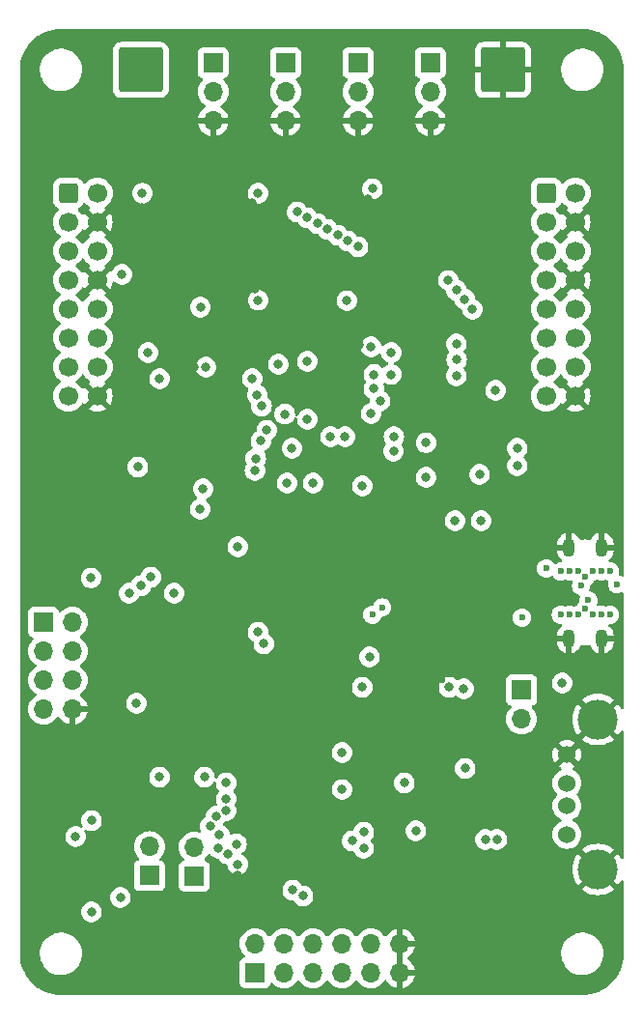
<source format=gbr>
%TF.GenerationSoftware,KiCad,Pcbnew,7.0.10*%
%TF.CreationDate,2024-02-21T15:12:55-06:00*%
%TF.ProjectId,HUB75-FPGA-Card,48554237-352d-4465-9047-412d43617264,rev?*%
%TF.SameCoordinates,Original*%
%TF.FileFunction,Copper,L2,Inr*%
%TF.FilePolarity,Positive*%
%FSLAX46Y46*%
G04 Gerber Fmt 4.6, Leading zero omitted, Abs format (unit mm)*
G04 Created by KiCad (PCBNEW 7.0.10) date 2024-02-21 15:12:55*
%MOMM*%
%LPD*%
G01*
G04 APERTURE LIST*
G04 Aperture macros list*
%AMRoundRect*
0 Rectangle with rounded corners*
0 $1 Rounding radius*
0 $2 $3 $4 $5 $6 $7 $8 $9 X,Y pos of 4 corners*
0 Add a 4 corners polygon primitive as box body*
4,1,4,$2,$3,$4,$5,$6,$7,$8,$9,$2,$3,0*
0 Add four circle primitives for the rounded corners*
1,1,$1+$1,$2,$3*
1,1,$1+$1,$4,$5*
1,1,$1+$1,$6,$7*
1,1,$1+$1,$8,$9*
0 Add four rect primitives between the rounded corners*
20,1,$1+$1,$2,$3,$4,$5,0*
20,1,$1+$1,$4,$5,$6,$7,0*
20,1,$1+$1,$6,$7,$8,$9,0*
20,1,$1+$1,$8,$9,$2,$3,0*%
G04 Aperture macros list end*
%TA.AperFunction,ComponentPad*%
%ADD10RoundRect,0.250000X-0.600000X-0.600000X0.600000X-0.600000X0.600000X0.600000X-0.600000X0.600000X0*%
%TD*%
%TA.AperFunction,ComponentPad*%
%ADD11C,1.700000*%
%TD*%
%TA.AperFunction,ComponentPad*%
%ADD12R,1.700000X1.700000*%
%TD*%
%TA.AperFunction,ComponentPad*%
%ADD13O,1.700000X1.700000*%
%TD*%
%TA.AperFunction,ComponentPad*%
%ADD14RoundRect,0.250002X-1.699998X-1.699998X1.699998X-1.699998X1.699998X1.699998X-1.699998X1.699998X0*%
%TD*%
%TA.AperFunction,ComponentPad*%
%ADD15O,1.100000X1.600000*%
%TD*%
%TA.AperFunction,ComponentPad*%
%ADD16C,1.524000*%
%TD*%
%TA.AperFunction,ComponentPad*%
%ADD17C,3.500000*%
%TD*%
%TA.AperFunction,ViaPad*%
%ADD18C,0.800000*%
%TD*%
%TA.AperFunction,ViaPad*%
%ADD19C,0.600000*%
%TD*%
G04 APERTURE END LIST*
D10*
%TO.N,/Level Shifters/B3_out*%
%TO.C,J3*%
X133985000Y-62230000D03*
D11*
%TO.N,/Level Shifters/G3_out*%
X136525000Y-62230000D03*
%TO.N,/Level Shifters/R3_out*%
X133985000Y-64770000D03*
%TO.N,GND*%
X136525000Y-64770000D03*
%TO.N,/Level Shifters/B4_out*%
X133985000Y-67310000D03*
%TO.N,/Level Shifters/G4_out*%
X136525000Y-67310000D03*
%TO.N,/Level Shifters/R4_out*%
X133985000Y-69850000D03*
%TO.N,GND*%
X136525000Y-69850000D03*
%TO.N,/Level Shifters/A_RCLK_out*%
X133985000Y-72390000D03*
%TO.N,/Level Shifters/B_out*%
X136525000Y-72390000D03*
%TO.N,/Level Shifters/C_RDAT_out*%
X133985000Y-74930000D03*
%TO.N,/Level Shifters/D_out*%
X136525000Y-74930000D03*
%TO.N,/Level Shifters/CLK_out*%
X133985000Y-77470000D03*
%TO.N,/Level Shifters/LAT_out*%
X136525000Y-77470000D03*
%TO.N,/Level Shifters/BLNK_out*%
X133985000Y-80010000D03*
%TO.N,GND*%
X136525000Y-80010000D03*
%TD*%
D12*
%TO.N,+5V*%
%TO.C,J6*%
X104775000Y-50800000D03*
D13*
%TO.N,/Level Shifters/LED1_out*%
X104775000Y-53340000D03*
%TO.N,GND*%
X104775000Y-55880000D03*
%TD*%
D12*
%TO.N,+5V*%
%TO.C,J9*%
X123825000Y-50800000D03*
D13*
%TO.N,/Level Shifters/LED4_out*%
X123825000Y-53340000D03*
%TO.N,GND*%
X123825000Y-55880000D03*
%TD*%
D14*
%TO.N,+5V*%
%TO.C,J4*%
X98425000Y-51435000D03*
%TD*%
D12*
%TO.N,+5V*%
%TO.C,J13*%
X99187000Y-122052000D03*
D13*
%TO.N,Net-(J13-Pin_2)*%
X99187000Y-119512000D03*
%TD*%
D14*
%TO.N,GND*%
%TO.C,J5*%
X130175000Y-51435000D03*
%TD*%
D12*
%TO.N,+5V*%
%TO.C,J8*%
X117475000Y-50815000D03*
D13*
%TO.N,/Level Shifters/LED3_out*%
X117475000Y-53355000D03*
%TO.N,GND*%
X117475000Y-55895000D03*
%TD*%
D12*
%TO.N,+5V*%
%TO.C,J7*%
X111125000Y-50815000D03*
D13*
%TO.N,/Level Shifters/LED2_out*%
X111125000Y-53355000D03*
%TO.N,GND*%
X111125000Y-55895000D03*
%TD*%
D15*
%TO.N,GND*%
%TO.C,J10*%
X135988500Y-101282000D03*
X138848500Y-101282000D03*
X135988500Y-93282000D03*
X138848500Y-93282000D03*
%TD*%
D12*
%TO.N,/MCU/GPIO0*%
%TO.C,J12*%
X108458000Y-130556000D03*
D13*
%TO.N,/MCU/GPIO1*%
X108458000Y-128016000D03*
%TO.N,/MCU/GPIO2*%
X110998000Y-130556000D03*
%TO.N,/MCU/GPIO3*%
X110998000Y-128016000D03*
%TO.N,/MCU/GPIO4*%
X113538000Y-130556000D03*
%TO.N,/MCU/GPIO5*%
X113538000Y-128016000D03*
%TO.N,/MCU/GPIO26*%
X116078000Y-130556000D03*
%TO.N,/MCU/GPIO27*%
X116078000Y-128016000D03*
%TO.N,+3V3*%
X118618000Y-130556000D03*
X118618000Y-128016000D03*
%TO.N,GND*%
X121158000Y-130556000D03*
X121158000Y-128016000D03*
%TD*%
D12*
%TO.N,Net-(JP1-A)*%
%TO.C,JP1*%
X131826000Y-105786000D03*
D13*
%TO.N,+3V3*%
X131826000Y-108326000D03*
%TD*%
D16*
%TO.N,+5V*%
%TO.C,J11*%
X135805000Y-118435000D03*
%TO.N,/USB Hub/USB_EXT_D-*%
X135805000Y-115935000D03*
%TO.N,/USB Hub/USB_EXT_D+*%
X135805000Y-113935000D03*
%TO.N,GND*%
X135805000Y-111435000D03*
D17*
X138515000Y-121505000D03*
X138515000Y-108365000D03*
%TD*%
D12*
%TO.N,/FPGA/TDO*%
%TO.C,J1*%
X89911000Y-99832000D03*
D13*
%TO.N,+3V3*%
X92451000Y-99832000D03*
%TO.N,/FPGA/TCK*%
X89911000Y-102372000D03*
%TO.N,/FPGA/TDI*%
X92451000Y-102372000D03*
%TO.N,/FPGA/TMS*%
X89911000Y-104912000D03*
%TO.N,/FPGA/CRESET_N*%
X92451000Y-104912000D03*
%TO.N,/FPGA/SS*%
X89911000Y-107452000D03*
%TO.N,GND*%
X92451000Y-107452000D03*
%TD*%
D10*
%TO.N,/Level Shifters/B1_out*%
%TO.C,J2*%
X92075000Y-62230000D03*
D11*
%TO.N,/Level Shifters/G1_out*%
X94615000Y-62230000D03*
%TO.N,/Level Shifters/R1_out*%
X92075000Y-64770000D03*
%TO.N,GND*%
X94615000Y-64770000D03*
%TO.N,/Level Shifters/B2_out*%
X92075000Y-67310000D03*
%TO.N,/Level Shifters/G2_out*%
X94615000Y-67310000D03*
%TO.N,/Level Shifters/R2_out*%
X92075000Y-69850000D03*
%TO.N,GND*%
X94615000Y-69850000D03*
%TO.N,/Level Shifters/A_RCLK_out*%
X92075000Y-72390000D03*
%TO.N,/Level Shifters/B_out*%
X94615000Y-72390000D03*
%TO.N,/Level Shifters/C_RDAT_out*%
X92075000Y-74930000D03*
%TO.N,/Level Shifters/D_out*%
X94615000Y-74930000D03*
%TO.N,/Level Shifters/CLK_out*%
X92075000Y-77470000D03*
%TO.N,/Level Shifters/LAT_out*%
X94615000Y-77470000D03*
%TO.N,/Level Shifters/BLNK_out*%
X92075000Y-80010000D03*
%TO.N,GND*%
X94615000Y-80010000D03*
%TD*%
D12*
%TO.N,+5V*%
%TO.C,J14*%
X103124000Y-122095500D03*
D13*
%TO.N,Net-(J14-Pin_2)*%
X103124000Y-119555500D03*
%TD*%
D18*
%TO.N,GND*%
X114554000Y-111190000D03*
X131191000Y-82931000D03*
X102616000Y-92456000D03*
X107950000Y-68326000D03*
X105664000Y-108585000D03*
X122936000Y-97536000D03*
X98552000Y-63500000D03*
X120650000Y-72263000D03*
X132128750Y-94996000D03*
X122133400Y-60960000D03*
X114681000Y-75819000D03*
X108577734Y-115389400D03*
X129032000Y-124206000D03*
X108839000Y-124411000D03*
X125476000Y-94234000D03*
X132715000Y-113157000D03*
X101727000Y-108585000D03*
X110112351Y-94287898D03*
X108458000Y-70612000D03*
X126746000Y-99060000D03*
X126365000Y-119126000D03*
X128778000Y-93218000D03*
X99060000Y-91948000D03*
X114173000Y-109093000D03*
X118110000Y-68605000D03*
X101854000Y-81533994D03*
X119481638Y-113015320D03*
X117602000Y-75565000D03*
X90551000Y-122809000D03*
X118491000Y-70866000D03*
X112679144Y-94137144D03*
X122555000Y-106045000D03*
X90932000Y-91694000D03*
X109902000Y-88138000D03*
X97536000Y-104140000D03*
X131826000Y-118066000D03*
X110276299Y-103759000D03*
X111699600Y-70231000D03*
X97409000Y-94193600D03*
X105029000Y-100457000D03*
X127000000Y-79756000D03*
X106934000Y-122047000D03*
X106637500Y-75141500D03*
X111252000Y-119761000D03*
X113284000Y-117729000D03*
X121920000Y-102870000D03*
D19*
X131699000Y-101219000D03*
D18*
X108204000Y-63119000D03*
X99884452Y-97088358D03*
X90551000Y-114808000D03*
X94742000Y-99568000D03*
X130273978Y-120789157D03*
X124079000Y-112522000D03*
D19*
X124841000Y-104902000D03*
D18*
X103124000Y-77470000D03*
X115570000Y-94742000D03*
X119220934Y-83058000D03*
X121285000Y-115951000D03*
X109728000Y-75946000D03*
X92583000Y-123952000D03*
X92583000Y-115951000D03*
X114962422Y-88292423D03*
X111252000Y-117729000D03*
X112014000Y-60960000D03*
X113284000Y-119761000D03*
X104140000Y-102997000D03*
X129667000Y-66548000D03*
X118351080Y-62768147D03*
X115824000Y-126238000D03*
X97790000Y-116332000D03*
X101727000Y-116332000D03*
D19*
%TO.N,+5V*%
X137418500Y-98679000D03*
D18*
X118745000Y-61849000D03*
D19*
X136021500Y-99187000D03*
X137418500Y-95885000D03*
D18*
X126873000Y-112649000D03*
D19*
X138053500Y-95377000D03*
D18*
X96774000Y-69342000D03*
D19*
X138053500Y-99187000D03*
X136783500Y-99187000D03*
X135259500Y-95377000D03*
X131861750Y-99441000D03*
D18*
X121539000Y-113919000D03*
X131445000Y-86106000D03*
D19*
X138815500Y-99187000D03*
X139577500Y-95377000D03*
D18*
X126746000Y-105664000D03*
D19*
X138815500Y-95377000D03*
X136021500Y-95377000D03*
D18*
X108712000Y-62230000D03*
X98568222Y-62246222D03*
X122555000Y-118110000D03*
D19*
X139577500Y-99187000D03*
X135259500Y-99187000D03*
X136783500Y-95377000D03*
D18*
X131445000Y-84582000D03*
%TO.N,/FPGA/CLK_12MHZ*%
X111760000Y-123317000D03*
X97409000Y-97282000D03*
X111058400Y-81594400D03*
%TO.N,+3V3*%
X117983000Y-119634000D03*
X118491000Y-102870000D03*
X117856000Y-105537000D03*
X103665200Y-72225467D03*
X116078000Y-114492000D03*
X100076000Y-78486000D03*
X110490000Y-77216000D03*
X98044000Y-106934000D03*
X113538000Y-87630000D03*
X125477398Y-105538398D03*
X106934000Y-121046997D03*
X120396000Y-78116600D03*
X112649000Y-123825000D03*
X118618000Y-75692000D03*
X98171000Y-86233000D03*
X106934000Y-93218000D03*
X103632000Y-89916000D03*
X129540000Y-79502000D03*
X94107000Y-125222000D03*
X116078000Y-111252000D03*
X101346000Y-97282000D03*
X125984000Y-90932000D03*
X108722116Y-71624628D03*
X105918000Y-113919000D03*
X128270000Y-90932000D03*
X128143000Y-86868000D03*
X94107000Y-117221000D03*
%TO.N,/FPGA/TCK*%
X109026400Y-80904494D03*
%TO.N,+1V2*%
X117856000Y-87884000D03*
X120396000Y-76200000D03*
X116501600Y-71653184D03*
X118618000Y-81534000D03*
X111252000Y-87630000D03*
X113030000Y-82042000D03*
X99060000Y-76200000D03*
X113030000Y-76962000D03*
%TO.N,/Level Shifters/BLNK_out*%
X117475000Y-66929000D03*
%TO.N,/Level Shifters/LAT_out*%
X116586000Y-66421000D03*
%TO.N,/Level Shifters/CLK_out*%
X115697000Y-65913000D03*
%TO.N,/FPGA/G3*%
X118872000Y-78116600D03*
X125394193Y-69871407D03*
%TO.N,/FPGA/B3*%
X126117200Y-70739000D03*
X118872000Y-79375000D03*
%TO.N,/FPGA/R3*%
X126818800Y-71510300D03*
X119428000Y-80454000D03*
%TO.N,/FPGA/SS*%
X108204000Y-78486000D03*
X103892718Y-88142931D03*
%TO.N,/FPGA/TMS*%
X109474000Y-82997600D03*
%TO.N,/FPGA/TDI*%
X108966000Y-83950000D03*
%TO.N,/FPGA/TDO*%
X108649709Y-79923923D03*
%TO.N,/FPGA/CRESET_N*%
X108446710Y-86542700D03*
D19*
%TO.N,/USB Hub/RAW_D-*%
X137037500Y-96647000D03*
X137672500Y-97917000D03*
D18*
%TO.N,/MCU/SCL1*%
X96647000Y-123952000D03*
X92710000Y-118618000D03*
%TO.N,/MCU/5VSW_1*%
X100076000Y-113411000D03*
X106822992Y-119268992D03*
%TO.N,/MCU/5VSW_2*%
X104013000Y-113411000D03*
X106062418Y-120174390D03*
D19*
%TO.N,Net-(J10-CC2)*%
X133985000Y-95123000D03*
X140208000Y-96520000D03*
D18*
%TO.N,Net-(U10-VDD)*%
X109220000Y-101727000D03*
X129667000Y-118872000D03*
%TO.N,Net-(U9-MICIN)*%
X128651000Y-118872000D03*
X108712000Y-100711000D03*
%TO.N,Net-(U3B-GPIOL_08_CDI0)*%
X108511720Y-85490705D03*
X94072346Y-95959222D03*
%TO.N,Net-(U3B-GPIOL_09_CDI1)*%
X104140000Y-77470000D03*
X111680000Y-84582000D03*
%TO.N,Net-(U3C-GPIOR_149_CBUS2)*%
X126111000Y-75438000D03*
X120627334Y-83567741D03*
%TO.N,Net-(U3C-GPIOR_150_CBUS1)*%
X120592300Y-84836000D03*
X127508000Y-72390000D03*
%TO.N,Net-(U3C-GPIOR_151_CBUS0)*%
X126131146Y-76835849D03*
X123450097Y-84108636D03*
%TO.N,Net-(U3C-GPIOR_158_TEST_N)*%
X123444000Y-87122000D03*
X126111000Y-78232000D03*
%TO.N,Net-(U7-CS)*%
X98425000Y-96647000D03*
D19*
X118745000Y-99187000D03*
%TO.N,Net-(U7-CLK)*%
X119593577Y-98546492D03*
D18*
X99314000Y-95885000D03*
%TO.N,/MCU/GPIO0*%
X105918000Y-115316000D03*
%TO.N,/MCU/GPIO1*%
X105918000Y-116332000D03*
%TO.N,/MCU/GPIO2*%
X105029000Y-116840000D03*
%TO.N,/MCU/GPIO3*%
X104521000Y-117729000D03*
%TO.N,/MCU/GPIO4*%
X105333766Y-118477747D03*
%TO.N,/MCU/GPIO5*%
X105221000Y-119634000D03*
%TO.N,/MCU/GPIO26*%
X116967000Y-118999000D03*
%TO.N,/MCU/GPIO27*%
X117983000Y-118237000D03*
%TO.N,/Level Shifters/A_RCLK_out*%
X112141000Y-63881000D03*
%TO.N,/Level Shifters/B_out*%
X113030000Y-64389000D03*
%TO.N,/Level Shifters/C_RDAT_out*%
X113925989Y-64897000D03*
%TO.N,/Level Shifters/D_out*%
X114808000Y-65405000D03*
%TO.N,Net-(JP1-A)*%
X116332000Y-83566000D03*
%TO.N,Net-(U3B-GPIOL_69_CBSEL1)*%
X135382000Y-105155000D03*
X115062000Y-83566000D03*
%TD*%
%TA.AperFunction,Conductor*%
%TO.N,GND*%
G36*
X121408000Y-130120498D02*
G01*
X121300315Y-130071320D01*
X121193763Y-130056000D01*
X121122237Y-130056000D01*
X121015685Y-130071320D01*
X120908000Y-130120498D01*
X120908000Y-128451501D01*
X121015685Y-128500680D01*
X121122237Y-128516000D01*
X121193763Y-128516000D01*
X121300315Y-128500680D01*
X121408000Y-128451501D01*
X121408000Y-130120498D01*
G37*
%TD.AperFunction*%
%TA.AperFunction,Conductor*%
G36*
X93429855Y-78136546D02*
G01*
X93446575Y-78155842D01*
X93576500Y-78341395D01*
X93576505Y-78341401D01*
X93743599Y-78508495D01*
X93876424Y-78601500D01*
X93929594Y-78638730D01*
X93973218Y-78693307D01*
X93980411Y-78762806D01*
X93948889Y-78825160D01*
X93929593Y-78841880D01*
X93853626Y-78895072D01*
X93853625Y-78895072D01*
X94482466Y-79523913D01*
X94472685Y-79525320D01*
X94341900Y-79585048D01*
X94233239Y-79679202D01*
X94155507Y-79800156D01*
X94131923Y-79880476D01*
X93500073Y-79248626D01*
X93446881Y-79324594D01*
X93392304Y-79368219D01*
X93322806Y-79375413D01*
X93260451Y-79343891D01*
X93243730Y-79324594D01*
X93113494Y-79138597D01*
X92946402Y-78971506D01*
X92946396Y-78971501D01*
X92760842Y-78841575D01*
X92717217Y-78786998D01*
X92710023Y-78717500D01*
X92741546Y-78655145D01*
X92760842Y-78638425D01*
X92818893Y-78597777D01*
X92946401Y-78508495D01*
X93113495Y-78341401D01*
X93243425Y-78155842D01*
X93298002Y-78112217D01*
X93367500Y-78105023D01*
X93429855Y-78136546D01*
G37*
%TD.AperFunction*%
%TA.AperFunction,Conductor*%
G36*
X94155507Y-70059844D02*
G01*
X94233239Y-70180798D01*
X94341900Y-70274952D01*
X94472685Y-70334680D01*
X94482466Y-70336086D01*
X93853625Y-70964925D01*
X93929594Y-71018119D01*
X93973219Y-71072696D01*
X93980413Y-71142194D01*
X93948890Y-71204549D01*
X93929595Y-71221269D01*
X93743594Y-71351508D01*
X93576505Y-71518597D01*
X93446575Y-71704158D01*
X93391998Y-71747783D01*
X93322500Y-71754977D01*
X93260145Y-71723454D01*
X93243425Y-71704158D01*
X93113494Y-71518597D01*
X92946402Y-71351506D01*
X92946396Y-71351501D01*
X92760842Y-71221575D01*
X92717217Y-71166998D01*
X92710023Y-71097500D01*
X92741546Y-71035145D01*
X92760842Y-71018425D01*
X92891040Y-70927259D01*
X92946401Y-70888495D01*
X93113495Y-70721401D01*
X93243732Y-70535403D01*
X93298307Y-70491780D01*
X93367805Y-70484586D01*
X93430160Y-70516109D01*
X93446880Y-70535405D01*
X93500073Y-70611373D01*
X94131923Y-69979523D01*
X94155507Y-70059844D01*
G37*
%TD.AperFunction*%
%TA.AperFunction,Conductor*%
G36*
X93429855Y-67976546D02*
G01*
X93446575Y-67995842D01*
X93576500Y-68181395D01*
X93576505Y-68181401D01*
X93743599Y-68348495D01*
X93876424Y-68441500D01*
X93929594Y-68478730D01*
X93973218Y-68533307D01*
X93980411Y-68602806D01*
X93948889Y-68665160D01*
X93929593Y-68681880D01*
X93853626Y-68735072D01*
X93853625Y-68735072D01*
X94482466Y-69363913D01*
X94472685Y-69365320D01*
X94341900Y-69425048D01*
X94233239Y-69519202D01*
X94155507Y-69640156D01*
X94131923Y-69720476D01*
X93500073Y-69088626D01*
X93446881Y-69164594D01*
X93392304Y-69208219D01*
X93322806Y-69215413D01*
X93260451Y-69183891D01*
X93243730Y-69164594D01*
X93113494Y-68978597D01*
X92946402Y-68811506D01*
X92946396Y-68811501D01*
X92760842Y-68681575D01*
X92717217Y-68626998D01*
X92710023Y-68557500D01*
X92741546Y-68495145D01*
X92760842Y-68478425D01*
X92813576Y-68441500D01*
X92946401Y-68348495D01*
X93113495Y-68181401D01*
X93243425Y-67995842D01*
X93298002Y-67952217D01*
X93367500Y-67945023D01*
X93429855Y-67976546D01*
G37*
%TD.AperFunction*%
%TA.AperFunction,Conductor*%
G36*
X94155507Y-64979844D02*
G01*
X94233239Y-65100798D01*
X94341900Y-65194952D01*
X94472685Y-65254680D01*
X94482466Y-65256086D01*
X93853625Y-65884925D01*
X93929594Y-65938119D01*
X93973219Y-65992696D01*
X93980413Y-66062194D01*
X93948890Y-66124549D01*
X93929595Y-66141269D01*
X93743594Y-66271508D01*
X93576505Y-66438597D01*
X93446575Y-66624158D01*
X93391998Y-66667783D01*
X93322500Y-66674977D01*
X93260145Y-66643454D01*
X93243425Y-66624158D01*
X93113494Y-66438597D01*
X92946402Y-66271506D01*
X92946396Y-66271501D01*
X92760842Y-66141575D01*
X92717217Y-66086998D01*
X92710023Y-66017500D01*
X92741546Y-65955145D01*
X92760842Y-65938425D01*
X92783026Y-65922891D01*
X92946401Y-65808495D01*
X93113495Y-65641401D01*
X93243732Y-65455403D01*
X93298307Y-65411780D01*
X93367805Y-65404586D01*
X93430160Y-65436109D01*
X93446880Y-65455405D01*
X93500073Y-65531373D01*
X94131923Y-64899523D01*
X94155507Y-64979844D01*
G37*
%TD.AperFunction*%
%TA.AperFunction,Conductor*%
G36*
X93535720Y-63068779D02*
G01*
X93572483Y-63097766D01*
X93572677Y-63097573D01*
X93574313Y-63099209D01*
X93575354Y-63100030D01*
X93576501Y-63101397D01*
X93576505Y-63101401D01*
X93743599Y-63268495D01*
X93929594Y-63398730D01*
X93973218Y-63453307D01*
X93980411Y-63522806D01*
X93948889Y-63585160D01*
X93929593Y-63601880D01*
X93853626Y-63655072D01*
X93853625Y-63655072D01*
X94482466Y-64283913D01*
X94472685Y-64285320D01*
X94341900Y-64345048D01*
X94233239Y-64439202D01*
X94155507Y-64560156D01*
X94131923Y-64640476D01*
X93500073Y-64008626D01*
X93446881Y-64084594D01*
X93392304Y-64128219D01*
X93322806Y-64135413D01*
X93260451Y-64103891D01*
X93243730Y-64084594D01*
X93113494Y-63898597D01*
X92946398Y-63731501D01*
X92945030Y-63730354D01*
X92944592Y-63729696D01*
X92942573Y-63727677D01*
X92942978Y-63727271D01*
X92906330Y-63672182D01*
X92905224Y-63602321D01*
X92942063Y-63542952D01*
X92985737Y-63517662D01*
X92994334Y-63514814D01*
X93143656Y-63422712D01*
X93267712Y-63298656D01*
X93359814Y-63149334D01*
X93362662Y-63140738D01*
X93402429Y-63083294D01*
X93466944Y-63056468D01*
X93535720Y-63068779D01*
G37*
%TD.AperFunction*%
%TA.AperFunction,Conductor*%
G36*
X135339855Y-78136546D02*
G01*
X135356575Y-78155842D01*
X135486500Y-78341395D01*
X135486505Y-78341401D01*
X135653599Y-78508495D01*
X135786424Y-78601500D01*
X135839594Y-78638730D01*
X135883218Y-78693307D01*
X135890411Y-78762806D01*
X135858889Y-78825160D01*
X135839593Y-78841880D01*
X135763626Y-78895072D01*
X135763625Y-78895072D01*
X136392466Y-79523913D01*
X136382685Y-79525320D01*
X136251900Y-79585048D01*
X136143239Y-79679202D01*
X136065507Y-79800156D01*
X136041923Y-79880476D01*
X135410073Y-79248626D01*
X135356881Y-79324594D01*
X135302304Y-79368219D01*
X135232806Y-79375413D01*
X135170451Y-79343891D01*
X135153730Y-79324594D01*
X135023494Y-79138597D01*
X134856402Y-78971506D01*
X134856396Y-78971501D01*
X134670842Y-78841575D01*
X134627217Y-78786998D01*
X134620023Y-78717500D01*
X134651546Y-78655145D01*
X134670842Y-78638425D01*
X134728893Y-78597777D01*
X134856401Y-78508495D01*
X135023495Y-78341401D01*
X135153425Y-78155842D01*
X135208002Y-78112217D01*
X135277500Y-78105023D01*
X135339855Y-78136546D01*
G37*
%TD.AperFunction*%
%TA.AperFunction,Conductor*%
G36*
X136065507Y-70059844D02*
G01*
X136143239Y-70180798D01*
X136251900Y-70274952D01*
X136382685Y-70334680D01*
X136392466Y-70336086D01*
X135763625Y-70964925D01*
X135839594Y-71018119D01*
X135883219Y-71072696D01*
X135890413Y-71142194D01*
X135858890Y-71204549D01*
X135839595Y-71221269D01*
X135653594Y-71351508D01*
X135486505Y-71518597D01*
X135356575Y-71704158D01*
X135301998Y-71747783D01*
X135232500Y-71754977D01*
X135170145Y-71723454D01*
X135153425Y-71704158D01*
X135023494Y-71518597D01*
X134856402Y-71351506D01*
X134856396Y-71351501D01*
X134670842Y-71221575D01*
X134627217Y-71166998D01*
X134620023Y-71097500D01*
X134651546Y-71035145D01*
X134670842Y-71018425D01*
X134801040Y-70927259D01*
X134856401Y-70888495D01*
X135023495Y-70721401D01*
X135153732Y-70535403D01*
X135208307Y-70491780D01*
X135277805Y-70484586D01*
X135340160Y-70516109D01*
X135356880Y-70535405D01*
X135410073Y-70611373D01*
X136041923Y-69979523D01*
X136065507Y-70059844D01*
G37*
%TD.AperFunction*%
%TA.AperFunction,Conductor*%
G36*
X135339855Y-67976546D02*
G01*
X135356575Y-67995842D01*
X135486500Y-68181395D01*
X135486505Y-68181401D01*
X135653599Y-68348495D01*
X135786424Y-68441500D01*
X135839594Y-68478730D01*
X135883218Y-68533307D01*
X135890411Y-68602806D01*
X135858889Y-68665160D01*
X135839593Y-68681880D01*
X135763626Y-68735072D01*
X135763625Y-68735072D01*
X136392466Y-69363913D01*
X136382685Y-69365320D01*
X136251900Y-69425048D01*
X136143239Y-69519202D01*
X136065507Y-69640156D01*
X136041923Y-69720476D01*
X135410073Y-69088626D01*
X135356881Y-69164594D01*
X135302304Y-69208219D01*
X135232806Y-69215413D01*
X135170451Y-69183891D01*
X135153730Y-69164594D01*
X135023494Y-68978597D01*
X134856402Y-68811506D01*
X134856396Y-68811501D01*
X134670842Y-68681575D01*
X134627217Y-68626998D01*
X134620023Y-68557500D01*
X134651546Y-68495145D01*
X134670842Y-68478425D01*
X134723576Y-68441500D01*
X134856401Y-68348495D01*
X135023495Y-68181401D01*
X135153425Y-67995842D01*
X135208002Y-67952217D01*
X135277500Y-67945023D01*
X135339855Y-67976546D01*
G37*
%TD.AperFunction*%
%TA.AperFunction,Conductor*%
G36*
X136065507Y-64979844D02*
G01*
X136143239Y-65100798D01*
X136251900Y-65194952D01*
X136382685Y-65254680D01*
X136392466Y-65256086D01*
X135763625Y-65884925D01*
X135839594Y-65938119D01*
X135883219Y-65992696D01*
X135890413Y-66062194D01*
X135858890Y-66124549D01*
X135839595Y-66141269D01*
X135653594Y-66271508D01*
X135486505Y-66438597D01*
X135356575Y-66624158D01*
X135301998Y-66667783D01*
X135232500Y-66674977D01*
X135170145Y-66643454D01*
X135153425Y-66624158D01*
X135023494Y-66438597D01*
X134856402Y-66271506D01*
X134856396Y-66271501D01*
X134670842Y-66141575D01*
X134627217Y-66086998D01*
X134620023Y-66017500D01*
X134651546Y-65955145D01*
X134670842Y-65938425D01*
X134693026Y-65922891D01*
X134856401Y-65808495D01*
X135023495Y-65641401D01*
X135153732Y-65455403D01*
X135208307Y-65411780D01*
X135277805Y-65404586D01*
X135340160Y-65436109D01*
X135356880Y-65455405D01*
X135410073Y-65531373D01*
X136041923Y-64899523D01*
X136065507Y-64979844D01*
G37*
%TD.AperFunction*%
%TA.AperFunction,Conductor*%
G36*
X135445720Y-63068779D02*
G01*
X135482483Y-63097766D01*
X135482677Y-63097573D01*
X135484313Y-63099209D01*
X135485354Y-63100030D01*
X135486501Y-63101397D01*
X135486505Y-63101401D01*
X135653599Y-63268495D01*
X135839594Y-63398730D01*
X135883218Y-63453307D01*
X135890411Y-63522806D01*
X135858889Y-63585160D01*
X135839593Y-63601880D01*
X135763626Y-63655072D01*
X135763625Y-63655072D01*
X136392466Y-64283913D01*
X136382685Y-64285320D01*
X136251900Y-64345048D01*
X136143239Y-64439202D01*
X136065507Y-64560156D01*
X136041923Y-64640476D01*
X135410073Y-64008626D01*
X135356881Y-64084594D01*
X135302304Y-64128219D01*
X135232806Y-64135413D01*
X135170451Y-64103891D01*
X135153730Y-64084594D01*
X135023494Y-63898597D01*
X134856398Y-63731501D01*
X134855030Y-63730354D01*
X134854592Y-63729696D01*
X134852573Y-63727677D01*
X134852978Y-63727271D01*
X134816330Y-63672182D01*
X134815224Y-63602321D01*
X134852063Y-63542952D01*
X134895737Y-63517662D01*
X134904334Y-63514814D01*
X135053656Y-63422712D01*
X135177712Y-63298656D01*
X135269814Y-63149334D01*
X135272662Y-63140738D01*
X135312429Y-63083294D01*
X135376944Y-63056468D01*
X135445720Y-63068779D01*
G37*
%TD.AperFunction*%
%TA.AperFunction,Conductor*%
G36*
X137163032Y-47825648D02*
G01*
X137507711Y-47842582D01*
X137519819Y-47843775D01*
X137625932Y-47859515D01*
X137858159Y-47893963D01*
X137870077Y-47896333D01*
X138201881Y-47979445D01*
X138213508Y-47982972D01*
X138535575Y-48098210D01*
X138546788Y-48102854D01*
X138856017Y-48249108D01*
X138866725Y-48254832D01*
X139019313Y-48346290D01*
X139160101Y-48430675D01*
X139170219Y-48437435D01*
X139444954Y-48641193D01*
X139454360Y-48648913D01*
X139707795Y-48878613D01*
X139716386Y-48887204D01*
X139909759Y-49100558D01*
X139946086Y-49140639D01*
X139953806Y-49150045D01*
X140157564Y-49424780D01*
X140164324Y-49434898D01*
X140336807Y-49722669D01*
X140340160Y-49728262D01*
X140345895Y-49738990D01*
X140423047Y-49902116D01*
X140492142Y-50048205D01*
X140496793Y-50059434D01*
X140601854Y-50353059D01*
X140612022Y-50381476D01*
X140615554Y-50393120D01*
X140698663Y-50724909D01*
X140701037Y-50736845D01*
X140751224Y-51075180D01*
X140752417Y-51087289D01*
X140769351Y-51431966D01*
X140769500Y-51438051D01*
X140769500Y-95703044D01*
X140749815Y-95770083D01*
X140697011Y-95815838D01*
X140627853Y-95825782D01*
X140579528Y-95808038D01*
X140557521Y-95794210D01*
X140465245Y-95761922D01*
X140426960Y-95748525D01*
X140370185Y-95707804D01*
X140344437Y-95642852D01*
X140350873Y-95590533D01*
X140362868Y-95556255D01*
X140367323Y-95516715D01*
X140383065Y-95377003D01*
X140383065Y-95376996D01*
X140362869Y-95197750D01*
X140362868Y-95197745D01*
X140336715Y-95123003D01*
X140303289Y-95027478D01*
X140207316Y-94874738D01*
X140079762Y-94747184D01*
X139927023Y-94651211D01*
X139756754Y-94591631D01*
X139756749Y-94591630D01*
X139570581Y-94570655D01*
X139570913Y-94567701D01*
X139516589Y-94551750D01*
X139470834Y-94498946D01*
X139460890Y-94429788D01*
X139489915Y-94366232D01*
X139504963Y-94351582D01*
X139594555Y-94278055D01*
X139725767Y-94118173D01*
X139725771Y-94118166D01*
X139823266Y-93935766D01*
X139883308Y-93737834D01*
X139898500Y-93583584D01*
X139898500Y-93532000D01*
X139148500Y-93532000D01*
X139148500Y-93032000D01*
X139898500Y-93032000D01*
X139898500Y-92980415D01*
X139883308Y-92826165D01*
X139823266Y-92628233D01*
X139725771Y-92445833D01*
X139725767Y-92445826D01*
X139594555Y-92285944D01*
X139434673Y-92154732D01*
X139434666Y-92154728D01*
X139252263Y-92057232D01*
X139098500Y-92010587D01*
X139098500Y-92865889D01*
X139074043Y-92826390D01*
X138984538Y-92758799D01*
X138876660Y-92728105D01*
X138764979Y-92738454D01*
X138664578Y-92788448D01*
X138598500Y-92860930D01*
X138598500Y-92010587D01*
X138444736Y-92057232D01*
X138262333Y-92154728D01*
X138262326Y-92154732D01*
X138102444Y-92285944D01*
X137971232Y-92445826D01*
X137971230Y-92445829D01*
X137884532Y-92608030D01*
X137835569Y-92657874D01*
X137767432Y-92673334D01*
X137721373Y-92661296D01*
X137603137Y-92604357D01*
X137603122Y-92604352D01*
X137481095Y-92576500D01*
X137481090Y-92576500D01*
X137458382Y-92576500D01*
X137418500Y-92576500D01*
X137355910Y-92576500D01*
X137355904Y-92576500D01*
X137233877Y-92604352D01*
X137233869Y-92604354D01*
X137115626Y-92661297D01*
X137046684Y-92672648D01*
X136982550Y-92644925D01*
X136952467Y-92608029D01*
X136865771Y-92445833D01*
X136865767Y-92445826D01*
X136734555Y-92285944D01*
X136574673Y-92154732D01*
X136574666Y-92154728D01*
X136392263Y-92057232D01*
X136238500Y-92010587D01*
X136238500Y-92865889D01*
X136214043Y-92826390D01*
X136124538Y-92758799D01*
X136016660Y-92728105D01*
X135904979Y-92738454D01*
X135804578Y-92788448D01*
X135738500Y-92860930D01*
X135738500Y-92010587D01*
X135584736Y-92057232D01*
X135402333Y-92154728D01*
X135402326Y-92154732D01*
X135242444Y-92285944D01*
X135111232Y-92445826D01*
X135111228Y-92445833D01*
X135013733Y-92628233D01*
X134953691Y-92826165D01*
X134938500Y-92980415D01*
X134938500Y-93032000D01*
X135688500Y-93032000D01*
X135688500Y-93532000D01*
X134938500Y-93532000D01*
X134938500Y-93583584D01*
X134953691Y-93737834D01*
X135013733Y-93935766D01*
X135111228Y-94118166D01*
X135111232Y-94118173D01*
X135242444Y-94278055D01*
X135332037Y-94351582D01*
X135371371Y-94409328D01*
X135373242Y-94479172D01*
X135337054Y-94538941D01*
X135274298Y-94569656D01*
X135266382Y-94570328D01*
X135266419Y-94570655D01*
X135080250Y-94591630D01*
X135080245Y-94591631D01*
X134909976Y-94651211D01*
X134817085Y-94709579D01*
X134749848Y-94728579D01*
X134683013Y-94708211D01*
X134646119Y-94670557D01*
X134614815Y-94620737D01*
X134487262Y-94493184D01*
X134334523Y-94397211D01*
X134164254Y-94337631D01*
X134164249Y-94337630D01*
X133985004Y-94317435D01*
X133984996Y-94317435D01*
X133805750Y-94337630D01*
X133805745Y-94337631D01*
X133635476Y-94397211D01*
X133482737Y-94493184D01*
X133355184Y-94620737D01*
X133259211Y-94773476D01*
X133199631Y-94943745D01*
X133199630Y-94943750D01*
X133179435Y-95122996D01*
X133179435Y-95123003D01*
X133199630Y-95302249D01*
X133199631Y-95302254D01*
X133259211Y-95472523D01*
X133355184Y-95625262D01*
X133482738Y-95752816D01*
X133542586Y-95790421D01*
X133598862Y-95825782D01*
X133635478Y-95848789D01*
X133722565Y-95879262D01*
X133805745Y-95908368D01*
X133805750Y-95908369D01*
X133984996Y-95928565D01*
X133985000Y-95928565D01*
X133985004Y-95928565D01*
X134164249Y-95908369D01*
X134164252Y-95908368D01*
X134164255Y-95908368D01*
X134334522Y-95848789D01*
X134427414Y-95790420D01*
X134494650Y-95771420D01*
X134561485Y-95791787D01*
X134598379Y-95829441D01*
X134629684Y-95879262D01*
X134757238Y-96006816D01*
X134847580Y-96063582D01*
X134862976Y-96073256D01*
X134909978Y-96102789D01*
X135040541Y-96148475D01*
X135080245Y-96162368D01*
X135080250Y-96162369D01*
X135259496Y-96182565D01*
X135259500Y-96182565D01*
X135259504Y-96182565D01*
X135438749Y-96162369D01*
X135438751Y-96162368D01*
X135438755Y-96162368D01*
X135438758Y-96162366D01*
X135438762Y-96162366D01*
X135599545Y-96106106D01*
X135669324Y-96102544D01*
X135681455Y-96106106D01*
X135842237Y-96162366D01*
X135842243Y-96162367D01*
X135842245Y-96162368D01*
X135842246Y-96162368D01*
X135842250Y-96162369D01*
X136021496Y-96182565D01*
X136021500Y-96182565D01*
X136021502Y-96182565D01*
X136073247Y-96176734D01*
X136169378Y-96165903D01*
X136238199Y-96177957D01*
X136289578Y-96225306D01*
X136307203Y-96292916D01*
X136300303Y-96330077D01*
X136252132Y-96467742D01*
X136252130Y-96467750D01*
X136231935Y-96646996D01*
X136231935Y-96647003D01*
X136252130Y-96826249D01*
X136252131Y-96826254D01*
X136311711Y-96996523D01*
X136396606Y-97131632D01*
X136407684Y-97149262D01*
X136535238Y-97276816D01*
X136687978Y-97372789D01*
X136858245Y-97432368D01*
X136862138Y-97433730D01*
X136918914Y-97474452D01*
X136944662Y-97539404D01*
X136938226Y-97591727D01*
X136887131Y-97737745D01*
X136887130Y-97737750D01*
X136866935Y-97916996D01*
X136866935Y-97917003D01*
X136878626Y-98020769D01*
X136866571Y-98089591D01*
X136843088Y-98122333D01*
X136788684Y-98176736D01*
X136692708Y-98329483D01*
X136690502Y-98334064D01*
X136643676Y-98385920D01*
X136606384Y-98401144D01*
X136604247Y-98401631D01*
X136443454Y-98457895D01*
X136373675Y-98461456D01*
X136361545Y-98457894D01*
X136200762Y-98401633D01*
X136200749Y-98401630D01*
X136021504Y-98381435D01*
X136021496Y-98381435D01*
X135842250Y-98401630D01*
X135842237Y-98401633D01*
X135681455Y-98457894D01*
X135611676Y-98461456D01*
X135599545Y-98457894D01*
X135438762Y-98401633D01*
X135438749Y-98401630D01*
X135259504Y-98381435D01*
X135259496Y-98381435D01*
X135080250Y-98401630D01*
X135080245Y-98401631D01*
X134909976Y-98461211D01*
X134757237Y-98557184D01*
X134629684Y-98684737D01*
X134533711Y-98837476D01*
X134474131Y-99007745D01*
X134474130Y-99007750D01*
X134453935Y-99186996D01*
X134453935Y-99187003D01*
X134474130Y-99366249D01*
X134474131Y-99366254D01*
X134533711Y-99536523D01*
X134571458Y-99596596D01*
X134629684Y-99689262D01*
X134757238Y-99816816D01*
X134909978Y-99912789D01*
X134997065Y-99943262D01*
X135080245Y-99972368D01*
X135080250Y-99972369D01*
X135266419Y-99993345D01*
X135266086Y-99996298D01*
X135320411Y-100012250D01*
X135366166Y-100065054D01*
X135376110Y-100134212D01*
X135347085Y-100197768D01*
X135332037Y-100212418D01*
X135242444Y-100285944D01*
X135111232Y-100445826D01*
X135111228Y-100445833D01*
X135013733Y-100628233D01*
X134953691Y-100826165D01*
X134938500Y-100980415D01*
X134938500Y-101032000D01*
X135688500Y-101032000D01*
X135688500Y-101532000D01*
X134938500Y-101532000D01*
X134938500Y-101583584D01*
X134953691Y-101737834D01*
X135013733Y-101935766D01*
X135111228Y-102118166D01*
X135111232Y-102118173D01*
X135242444Y-102278055D01*
X135402326Y-102409267D01*
X135402333Y-102409271D01*
X135584733Y-102506766D01*
X135738500Y-102553410D01*
X135738500Y-101698110D01*
X135762957Y-101737610D01*
X135852462Y-101805201D01*
X135960340Y-101835895D01*
X136072021Y-101825546D01*
X136172422Y-101775552D01*
X136238500Y-101703069D01*
X136238500Y-102553410D01*
X136392266Y-102506766D01*
X136574666Y-102409271D01*
X136574673Y-102409267D01*
X136734555Y-102278055D01*
X136865767Y-102118173D01*
X136865771Y-102118166D01*
X136963264Y-101935769D01*
X136963267Y-101935762D01*
X136973082Y-101903406D01*
X137011378Y-101844967D01*
X137075189Y-101816509D01*
X137144257Y-101827068D01*
X137151463Y-101830727D01*
X137192345Y-101853203D01*
X137341502Y-101891500D01*
X137341506Y-101891500D01*
X137456842Y-101891500D01*
X137456844Y-101891500D01*
X137456849Y-101891499D01*
X137456853Y-101891499D01*
X137469260Y-101889931D01*
X137571281Y-101877043D01*
X137700187Y-101826005D01*
X137769761Y-101819629D01*
X137831741Y-101851881D01*
X137864491Y-101905300D01*
X137873733Y-101935765D01*
X137971228Y-102118166D01*
X137971232Y-102118173D01*
X138102444Y-102278055D01*
X138262326Y-102409267D01*
X138262333Y-102409271D01*
X138444733Y-102506766D01*
X138598500Y-102553410D01*
X138598500Y-101698110D01*
X138622957Y-101737610D01*
X138712462Y-101805201D01*
X138820340Y-101835895D01*
X138932021Y-101825546D01*
X139032422Y-101775552D01*
X139098500Y-101703069D01*
X139098500Y-102553410D01*
X139252266Y-102506766D01*
X139434666Y-102409271D01*
X139434673Y-102409267D01*
X139594555Y-102278055D01*
X139725767Y-102118173D01*
X139725771Y-102118166D01*
X139823266Y-101935766D01*
X139883308Y-101737834D01*
X139898500Y-101583584D01*
X139898500Y-101532000D01*
X139148500Y-101532000D01*
X139148500Y-101032000D01*
X139898500Y-101032000D01*
X139898500Y-100980415D01*
X139883308Y-100826165D01*
X139823266Y-100628233D01*
X139725771Y-100445833D01*
X139725767Y-100445826D01*
X139594555Y-100285944D01*
X139504963Y-100212418D01*
X139465629Y-100154672D01*
X139463758Y-100084828D01*
X139499946Y-100025059D01*
X139562702Y-99994344D01*
X139570617Y-99993671D01*
X139570581Y-99993345D01*
X139756749Y-99972369D01*
X139756752Y-99972368D01*
X139756755Y-99972368D01*
X139927022Y-99912789D01*
X140079762Y-99816816D01*
X140207316Y-99689262D01*
X140303289Y-99536522D01*
X140362868Y-99366255D01*
X140365240Y-99345202D01*
X140383065Y-99187003D01*
X140383065Y-99186996D01*
X140362869Y-99007750D01*
X140362868Y-99007745D01*
X140337104Y-98934116D01*
X140303289Y-98837478D01*
X140286767Y-98811184D01*
X140241828Y-98739664D01*
X140207316Y-98684738D01*
X140079762Y-98557184D01*
X140062746Y-98546492D01*
X139927023Y-98461211D01*
X139756754Y-98401631D01*
X139756749Y-98401630D01*
X139577504Y-98381435D01*
X139577496Y-98381435D01*
X139398250Y-98401630D01*
X139398237Y-98401633D01*
X139237455Y-98457894D01*
X139167676Y-98461456D01*
X139155545Y-98457894D01*
X138994762Y-98401633D01*
X138994749Y-98401630D01*
X138815504Y-98381435D01*
X138815496Y-98381435D01*
X138636250Y-98401630D01*
X138636242Y-98401632D01*
X138554254Y-98430321D01*
X138484475Y-98433882D01*
X138423848Y-98399153D01*
X138391621Y-98337159D01*
X138396259Y-98272324D01*
X138457866Y-98096262D01*
X138457869Y-98096249D01*
X138478065Y-97917003D01*
X138478065Y-97916996D01*
X138457869Y-97737750D01*
X138457868Y-97737745D01*
X138427264Y-97650283D01*
X138398289Y-97567478D01*
X138378142Y-97535415D01*
X138314249Y-97433730D01*
X138302316Y-97414738D01*
X138174762Y-97287184D01*
X138166512Y-97282000D01*
X138022021Y-97191210D01*
X137929189Y-97158727D01*
X137851755Y-97131632D01*
X137851752Y-97131631D01*
X137847861Y-97130270D01*
X137791085Y-97089548D01*
X137765337Y-97024596D01*
X137771774Y-96972273D01*
X137822866Y-96826262D01*
X137822869Y-96826249D01*
X137843065Y-96647003D01*
X137843065Y-96646998D01*
X137843017Y-96646573D01*
X137843065Y-96646298D01*
X137843065Y-96640036D01*
X137844162Y-96640036D01*
X137855071Y-96577751D01*
X137900265Y-96527694D01*
X137920762Y-96514816D01*
X138048316Y-96387262D01*
X138144289Y-96234522D01*
X138144291Y-96234514D01*
X138146489Y-96229953D01*
X138193307Y-96178090D01*
X138230631Y-96162852D01*
X138232746Y-96162369D01*
X138232755Y-96162368D01*
X138232763Y-96162365D01*
X138232768Y-96162364D01*
X138393545Y-96106106D01*
X138463324Y-96102544D01*
X138475455Y-96106106D01*
X138636237Y-96162366D01*
X138636243Y-96162367D01*
X138636245Y-96162368D01*
X138636246Y-96162368D01*
X138636250Y-96162369D01*
X138815496Y-96182565D01*
X138815500Y-96182565D01*
X138815504Y-96182565D01*
X138994749Y-96162369D01*
X138994751Y-96162368D01*
X138994755Y-96162368D01*
X138994758Y-96162366D01*
X138994762Y-96162366D01*
X139155545Y-96106106D01*
X139225324Y-96102544D01*
X139237455Y-96106106D01*
X139358538Y-96148475D01*
X139415314Y-96189196D01*
X139441061Y-96254149D01*
X139434625Y-96306470D01*
X139422631Y-96340747D01*
X139402435Y-96519996D01*
X139402435Y-96520003D01*
X139422630Y-96699249D01*
X139422631Y-96699254D01*
X139482211Y-96869523D01*
X139546774Y-96972273D01*
X139578184Y-97022262D01*
X139705738Y-97149816D01*
X139858478Y-97245789D01*
X139947148Y-97276816D01*
X140028745Y-97305368D01*
X140028750Y-97305369D01*
X140207996Y-97325565D01*
X140208000Y-97325565D01*
X140208004Y-97325565D01*
X140387249Y-97305369D01*
X140387252Y-97305368D01*
X140387255Y-97305368D01*
X140557522Y-97245789D01*
X140579526Y-97231962D01*
X140646762Y-97212961D01*
X140713597Y-97233327D01*
X140758813Y-97286594D01*
X140769500Y-97336955D01*
X140769500Y-107317691D01*
X140749815Y-107384730D01*
X140697011Y-107430485D01*
X140627853Y-107440429D01*
X140564297Y-107411404D01*
X140534288Y-107372535D01*
X140467741Y-107237593D01*
X140467734Y-107237580D01*
X140303876Y-106992350D01*
X140274593Y-106958958D01*
X139485560Y-107747991D01*
X139436652Y-107669001D01*
X139293069Y-107511499D01*
X139134610Y-107391835D01*
X139921040Y-106605405D01*
X139887649Y-106576123D01*
X139642419Y-106412265D01*
X139642406Y-106412258D01*
X139377888Y-106281812D01*
X139098599Y-106187005D01*
X139098584Y-106187001D01*
X138809324Y-106129464D01*
X138809312Y-106129462D01*
X138515000Y-106110172D01*
X138220687Y-106129462D01*
X138220675Y-106129464D01*
X137931415Y-106187001D01*
X137931400Y-106187005D01*
X137652111Y-106281812D01*
X137387593Y-106412258D01*
X137387580Y-106412265D01*
X137142346Y-106576126D01*
X137142339Y-106576131D01*
X137108959Y-106605403D01*
X137108959Y-106605405D01*
X137895389Y-107391835D01*
X137736931Y-107511499D01*
X137593348Y-107669001D01*
X137544438Y-107747992D01*
X136755405Y-106958959D01*
X136755403Y-106958959D01*
X136726131Y-106992339D01*
X136726126Y-106992346D01*
X136562265Y-107237580D01*
X136562258Y-107237593D01*
X136431812Y-107502111D01*
X136337005Y-107781400D01*
X136337001Y-107781415D01*
X136279464Y-108070675D01*
X136279462Y-108070687D01*
X136260172Y-108365000D01*
X136279462Y-108659312D01*
X136279464Y-108659324D01*
X136337001Y-108948584D01*
X136337005Y-108948599D01*
X136431812Y-109227888D01*
X136562258Y-109492406D01*
X136562265Y-109492419D01*
X136726123Y-109737649D01*
X136755405Y-109771040D01*
X137544438Y-108982007D01*
X137593348Y-109060999D01*
X137736931Y-109218501D01*
X137895388Y-109338163D01*
X137108958Y-110124593D01*
X137142350Y-110153876D01*
X137387580Y-110317734D01*
X137387593Y-110317741D01*
X137652111Y-110448187D01*
X137931400Y-110542994D01*
X137931415Y-110542998D01*
X138220675Y-110600535D01*
X138220687Y-110600537D01*
X138515000Y-110619827D01*
X138809312Y-110600537D01*
X138809324Y-110600535D01*
X139098584Y-110542998D01*
X139098599Y-110542994D01*
X139377888Y-110448187D01*
X139642406Y-110317741D01*
X139642419Y-110317734D01*
X139887648Y-110153877D01*
X139921039Y-110124593D01*
X139134611Y-109338163D01*
X139293069Y-109218501D01*
X139436652Y-109060999D01*
X139485561Y-108982007D01*
X140274593Y-109771039D01*
X140303877Y-109737648D01*
X140467734Y-109492419D01*
X140467741Y-109492406D01*
X140534288Y-109357464D01*
X140581593Y-109306045D01*
X140649188Y-109288363D01*
X140715613Y-109310033D01*
X140759777Y-109364174D01*
X140769500Y-109412308D01*
X140769500Y-120457691D01*
X140749815Y-120524730D01*
X140697011Y-120570485D01*
X140627853Y-120580429D01*
X140564297Y-120551404D01*
X140534288Y-120512535D01*
X140467741Y-120377593D01*
X140467734Y-120377580D01*
X140303876Y-120132350D01*
X140274593Y-120098958D01*
X139485560Y-120887991D01*
X139436652Y-120809001D01*
X139293069Y-120651499D01*
X139134610Y-120531835D01*
X139921040Y-119745405D01*
X139887649Y-119716123D01*
X139642419Y-119552265D01*
X139642406Y-119552258D01*
X139377888Y-119421812D01*
X139098599Y-119327005D01*
X139098584Y-119327001D01*
X138809324Y-119269464D01*
X138809312Y-119269462D01*
X138515000Y-119250172D01*
X138220687Y-119269462D01*
X138220675Y-119269464D01*
X137931415Y-119327001D01*
X137931400Y-119327005D01*
X137652111Y-119421812D01*
X137387593Y-119552258D01*
X137387580Y-119552265D01*
X137142346Y-119716126D01*
X137142339Y-119716131D01*
X137108959Y-119745403D01*
X137108959Y-119745405D01*
X137895389Y-120531835D01*
X137736931Y-120651499D01*
X137593348Y-120809001D01*
X137544438Y-120887992D01*
X136755405Y-120098959D01*
X136755403Y-120098959D01*
X136726131Y-120132339D01*
X136726126Y-120132346D01*
X136562265Y-120377580D01*
X136562258Y-120377593D01*
X136431812Y-120642111D01*
X136337005Y-120921400D01*
X136337001Y-120921415D01*
X136279464Y-121210675D01*
X136279462Y-121210687D01*
X136260172Y-121505000D01*
X136279462Y-121799312D01*
X136279464Y-121799324D01*
X136337001Y-122088584D01*
X136337005Y-122088599D01*
X136431812Y-122367888D01*
X136562258Y-122632406D01*
X136562265Y-122632419D01*
X136726123Y-122877649D01*
X136755405Y-122911040D01*
X137544438Y-122122007D01*
X137593348Y-122200999D01*
X137736931Y-122358501D01*
X137895388Y-122478163D01*
X137108958Y-123264593D01*
X137142350Y-123293876D01*
X137387580Y-123457734D01*
X137387593Y-123457741D01*
X137652111Y-123588187D01*
X137931400Y-123682994D01*
X137931415Y-123682998D01*
X138220675Y-123740535D01*
X138220687Y-123740537D01*
X138515000Y-123759827D01*
X138809312Y-123740537D01*
X138809324Y-123740535D01*
X139098584Y-123682998D01*
X139098599Y-123682994D01*
X139377888Y-123588187D01*
X139642406Y-123457741D01*
X139642419Y-123457734D01*
X139887648Y-123293877D01*
X139921039Y-123264593D01*
X139134611Y-122478163D01*
X139293069Y-122358501D01*
X139436652Y-122200999D01*
X139485561Y-122122007D01*
X140274593Y-122911039D01*
X140303877Y-122877648D01*
X140467734Y-122632419D01*
X140467741Y-122632406D01*
X140534288Y-122497464D01*
X140581593Y-122446045D01*
X140649188Y-122428363D01*
X140715613Y-122450033D01*
X140759777Y-122504174D01*
X140769500Y-122552308D01*
X140769500Y-128901948D01*
X140769351Y-128908033D01*
X140752417Y-129252710D01*
X140751224Y-129264819D01*
X140701037Y-129603154D01*
X140698663Y-129615090D01*
X140615554Y-129946879D01*
X140612022Y-129958523D01*
X140496799Y-130280551D01*
X140492142Y-130291794D01*
X140345897Y-130601005D01*
X140340160Y-130611737D01*
X140164324Y-130905101D01*
X140157564Y-130915219D01*
X139953806Y-131189954D01*
X139946086Y-131199360D01*
X139716393Y-131452788D01*
X139707788Y-131461393D01*
X139454360Y-131691086D01*
X139444954Y-131698806D01*
X139170219Y-131902564D01*
X139160101Y-131909324D01*
X138866737Y-132085160D01*
X138856005Y-132090897D01*
X138546794Y-132237142D01*
X138535558Y-132241796D01*
X138317585Y-132319788D01*
X138213523Y-132357022D01*
X138201879Y-132360554D01*
X137870090Y-132443663D01*
X137858154Y-132446037D01*
X137519819Y-132496224D01*
X137507710Y-132497417D01*
X137183465Y-132513347D01*
X137163031Y-132514351D01*
X137156949Y-132514500D01*
X91443051Y-132514500D01*
X91436968Y-132514351D01*
X91415349Y-132513288D01*
X91092289Y-132497417D01*
X91080180Y-132496224D01*
X90741845Y-132446037D01*
X90729909Y-132443663D01*
X90398120Y-132360554D01*
X90386476Y-132357022D01*
X90064434Y-132241793D01*
X90053205Y-132237142D01*
X89743994Y-132090897D01*
X89733267Y-132085162D01*
X89525763Y-131960789D01*
X89439898Y-131909324D01*
X89429780Y-131902564D01*
X89155045Y-131698806D01*
X89145639Y-131691086D01*
X89038637Y-131594105D01*
X88892204Y-131461386D01*
X88883613Y-131452795D01*
X88653913Y-131199360D01*
X88646193Y-131189954D01*
X88519896Y-131019663D01*
X88442433Y-130915216D01*
X88435675Y-130905101D01*
X88367530Y-130791408D01*
X88259832Y-130611725D01*
X88254108Y-130601017D01*
X88107854Y-130291788D01*
X88103210Y-130280575D01*
X87987972Y-129958508D01*
X87984445Y-129946879D01*
X87970061Y-129889454D01*
X87901333Y-129615077D01*
X87898962Y-129603154D01*
X87897764Y-129595081D01*
X87848775Y-129264819D01*
X87847582Y-129252709D01*
X87845640Y-129213189D01*
X87833836Y-128972909D01*
X89581779Y-128972909D01*
X89611468Y-129242735D01*
X89611470Y-129242748D01*
X89669226Y-129463671D01*
X89680132Y-129505384D01*
X89786303Y-129755224D01*
X89856446Y-129870158D01*
X89927716Y-129986940D01*
X89927717Y-129986942D01*
X90015428Y-130092337D01*
X90101368Y-130195604D01*
X90303546Y-130376757D01*
X90529947Y-130526542D01*
X90775743Y-130641767D01*
X91035697Y-130719975D01*
X91304268Y-130759500D01*
X91304273Y-130759500D01*
X91507779Y-130759500D01*
X91507781Y-130759500D01*
X91507786Y-130759499D01*
X91507798Y-130759499D01*
X91545424Y-130756744D01*
X91710740Y-130744645D01*
X91821488Y-130719975D01*
X91975702Y-130685623D01*
X91975704Y-130685622D01*
X91975709Y-130685621D01*
X92229261Y-130588646D01*
X92465991Y-130455786D01*
X92680853Y-130289875D01*
X92869269Y-130094447D01*
X93027223Y-129873668D01*
X93151348Y-129632244D01*
X93210223Y-129459668D01*
X93238994Y-129375333D01*
X93238994Y-129375329D01*
X93238998Y-129375320D01*
X93288306Y-129108371D01*
X93298220Y-128837089D01*
X93268530Y-128567253D01*
X93199868Y-128304616D01*
X93093697Y-128054776D01*
X93070032Y-128016000D01*
X107102341Y-128016000D01*
X107122936Y-128251403D01*
X107122938Y-128251413D01*
X107184094Y-128479655D01*
X107184096Y-128479659D01*
X107184097Y-128479663D01*
X107264004Y-128651023D01*
X107283965Y-128693830D01*
X107283967Y-128693834D01*
X107384276Y-128837089D01*
X107419501Y-128887396D01*
X107419506Y-128887402D01*
X107541430Y-129009326D01*
X107574915Y-129070649D01*
X107569931Y-129140341D01*
X107528059Y-129196274D01*
X107497083Y-129213189D01*
X107365669Y-129262203D01*
X107365664Y-129262206D01*
X107250455Y-129348452D01*
X107250452Y-129348455D01*
X107164206Y-129463664D01*
X107164202Y-129463671D01*
X107113908Y-129598517D01*
X107107501Y-129658116D01*
X107107500Y-129658135D01*
X107107500Y-131453870D01*
X107107501Y-131453876D01*
X107113908Y-131513483D01*
X107164202Y-131648328D01*
X107164206Y-131648335D01*
X107250452Y-131763544D01*
X107250455Y-131763547D01*
X107365664Y-131849793D01*
X107365671Y-131849797D01*
X107500517Y-131900091D01*
X107500516Y-131900091D01*
X107507444Y-131900835D01*
X107560127Y-131906500D01*
X109355872Y-131906499D01*
X109415483Y-131900091D01*
X109550331Y-131849796D01*
X109665546Y-131763546D01*
X109751796Y-131648331D01*
X109800810Y-131516916D01*
X109842681Y-131460984D01*
X109908145Y-131436566D01*
X109976418Y-131451417D01*
X110004673Y-131472569D01*
X110126599Y-131594495D01*
X110223384Y-131662265D01*
X110320165Y-131730032D01*
X110320167Y-131730033D01*
X110320170Y-131730035D01*
X110534337Y-131829903D01*
X110762592Y-131891063D01*
X110939034Y-131906500D01*
X110997999Y-131911659D01*
X110998000Y-131911659D01*
X110998001Y-131911659D01*
X111056966Y-131906500D01*
X111233408Y-131891063D01*
X111461663Y-131829903D01*
X111675830Y-131730035D01*
X111869401Y-131594495D01*
X112036495Y-131427401D01*
X112166425Y-131241842D01*
X112221002Y-131198217D01*
X112290500Y-131191023D01*
X112352855Y-131222546D01*
X112369575Y-131241842D01*
X112499281Y-131427082D01*
X112499505Y-131427401D01*
X112666599Y-131594495D01*
X112763384Y-131662265D01*
X112860165Y-131730032D01*
X112860167Y-131730033D01*
X112860170Y-131730035D01*
X113074337Y-131829903D01*
X113302592Y-131891063D01*
X113479034Y-131906500D01*
X113537999Y-131911659D01*
X113538000Y-131911659D01*
X113538001Y-131911659D01*
X113596966Y-131906500D01*
X113773408Y-131891063D01*
X114001663Y-131829903D01*
X114215830Y-131730035D01*
X114409401Y-131594495D01*
X114576495Y-131427401D01*
X114706425Y-131241842D01*
X114761002Y-131198217D01*
X114830500Y-131191023D01*
X114892855Y-131222546D01*
X114909575Y-131241842D01*
X115039281Y-131427082D01*
X115039505Y-131427401D01*
X115206599Y-131594495D01*
X115303384Y-131662265D01*
X115400165Y-131730032D01*
X115400167Y-131730033D01*
X115400170Y-131730035D01*
X115614337Y-131829903D01*
X115842592Y-131891063D01*
X116019034Y-131906500D01*
X116077999Y-131911659D01*
X116078000Y-131911659D01*
X116078001Y-131911659D01*
X116136966Y-131906500D01*
X116313408Y-131891063D01*
X116541663Y-131829903D01*
X116755830Y-131730035D01*
X116949401Y-131594495D01*
X117116495Y-131427401D01*
X117246425Y-131241842D01*
X117301002Y-131198217D01*
X117370500Y-131191023D01*
X117432855Y-131222546D01*
X117449575Y-131241842D01*
X117579281Y-131427082D01*
X117579505Y-131427401D01*
X117746599Y-131594495D01*
X117843384Y-131662265D01*
X117940165Y-131730032D01*
X117940167Y-131730033D01*
X117940170Y-131730035D01*
X118154337Y-131829903D01*
X118382592Y-131891063D01*
X118559034Y-131906500D01*
X118617999Y-131911659D01*
X118618000Y-131911659D01*
X118618001Y-131911659D01*
X118676966Y-131906500D01*
X118853408Y-131891063D01*
X119081663Y-131829903D01*
X119295830Y-131730035D01*
X119489401Y-131594495D01*
X119656495Y-131427401D01*
X119786730Y-131241405D01*
X119841307Y-131197781D01*
X119910805Y-131190587D01*
X119973160Y-131222110D01*
X119989879Y-131241405D01*
X120119890Y-131427078D01*
X120286917Y-131594105D01*
X120480421Y-131729600D01*
X120694507Y-131829429D01*
X120694516Y-131829433D01*
X120908000Y-131886634D01*
X120908000Y-130991501D01*
X121015685Y-131040680D01*
X121122237Y-131056000D01*
X121193763Y-131056000D01*
X121300315Y-131040680D01*
X121408000Y-130991501D01*
X121408000Y-131886633D01*
X121621483Y-131829433D01*
X121621492Y-131829429D01*
X121835578Y-131729600D01*
X122029082Y-131594105D01*
X122196105Y-131427082D01*
X122331600Y-131233578D01*
X122431429Y-131019492D01*
X122431432Y-131019486D01*
X122488636Y-130806000D01*
X121591686Y-130806000D01*
X121617493Y-130765844D01*
X121658000Y-130627889D01*
X121658000Y-130484111D01*
X121617493Y-130346156D01*
X121591686Y-130306000D01*
X122488636Y-130306000D01*
X122488635Y-130305999D01*
X122431432Y-130092513D01*
X122431429Y-130092507D01*
X122331600Y-129878422D01*
X122331599Y-129878420D01*
X122196113Y-129684926D01*
X122196108Y-129684920D01*
X122029082Y-129517894D01*
X121842968Y-129387575D01*
X121799344Y-129332998D01*
X121792151Y-129263499D01*
X121823673Y-129201145D01*
X121842968Y-129184425D01*
X122029082Y-129054105D01*
X122110278Y-128972909D01*
X135301779Y-128972909D01*
X135331468Y-129242735D01*
X135331470Y-129242748D01*
X135389226Y-129463671D01*
X135400132Y-129505384D01*
X135506303Y-129755224D01*
X135576446Y-129870158D01*
X135647716Y-129986940D01*
X135647717Y-129986942D01*
X135735428Y-130092337D01*
X135821368Y-130195604D01*
X136023546Y-130376757D01*
X136249947Y-130526542D01*
X136495743Y-130641767D01*
X136755697Y-130719975D01*
X137024268Y-130759500D01*
X137024273Y-130759500D01*
X137227779Y-130759500D01*
X137227781Y-130759500D01*
X137227786Y-130759499D01*
X137227798Y-130759499D01*
X137265424Y-130756744D01*
X137430740Y-130744645D01*
X137541488Y-130719975D01*
X137695702Y-130685623D01*
X137695704Y-130685622D01*
X137695709Y-130685621D01*
X137949261Y-130588646D01*
X138185991Y-130455786D01*
X138400853Y-130289875D01*
X138589269Y-130094447D01*
X138747223Y-129873668D01*
X138871348Y-129632244D01*
X138930223Y-129459668D01*
X138958994Y-129375333D01*
X138958994Y-129375329D01*
X138958998Y-129375320D01*
X139008306Y-129108371D01*
X139018220Y-128837089D01*
X138988530Y-128567253D01*
X138919868Y-128304616D01*
X138813697Y-128054776D01*
X138672281Y-127823056D01*
X138498632Y-127614396D01*
X138296454Y-127433243D01*
X138176997Y-127354211D01*
X138070055Y-127283459D01*
X138070053Y-127283458D01*
X137824257Y-127168233D01*
X137564303Y-127090025D01*
X137564301Y-127090024D01*
X137564299Y-127090024D01*
X137467999Y-127075852D01*
X137295732Y-127050500D01*
X137092219Y-127050500D01*
X137092201Y-127050500D01*
X136889260Y-127065355D01*
X136889246Y-127065357D01*
X136624297Y-127124376D01*
X136624290Y-127124379D01*
X136370736Y-127221355D01*
X136134012Y-127354211D01*
X135919140Y-127520130D01*
X135919139Y-127520132D01*
X135730734Y-127715549D01*
X135730732Y-127715551D01*
X135572778Y-127936329D01*
X135448656Y-128177746D01*
X135448649Y-128177762D01*
X135361005Y-128434666D01*
X135361001Y-128434684D01*
X135311693Y-128701631D01*
X135311693Y-128701633D01*
X135301779Y-128972909D01*
X122110278Y-128972909D01*
X122196105Y-128887082D01*
X122331600Y-128693578D01*
X122431429Y-128479492D01*
X122431432Y-128479486D01*
X122488636Y-128266000D01*
X121591686Y-128266000D01*
X121617493Y-128225844D01*
X121658000Y-128087889D01*
X121658000Y-127944111D01*
X121617493Y-127806156D01*
X121591686Y-127766000D01*
X122488636Y-127766000D01*
X122488635Y-127765999D01*
X122431432Y-127552513D01*
X122431429Y-127552507D01*
X122331600Y-127338422D01*
X122331599Y-127338420D01*
X122196113Y-127144926D01*
X122196108Y-127144920D01*
X122029082Y-126977894D01*
X121835578Y-126842399D01*
X121621492Y-126742570D01*
X121621486Y-126742567D01*
X121408000Y-126685364D01*
X121408000Y-127580498D01*
X121300315Y-127531320D01*
X121193763Y-127516000D01*
X121122237Y-127516000D01*
X121015685Y-127531320D01*
X120908000Y-127580498D01*
X120908000Y-126685364D01*
X120907999Y-126685364D01*
X120694513Y-126742567D01*
X120694507Y-126742570D01*
X120480422Y-126842399D01*
X120480420Y-126842400D01*
X120286926Y-126977886D01*
X120286920Y-126977891D01*
X120119891Y-127144920D01*
X120119890Y-127144922D01*
X119989880Y-127330595D01*
X119935303Y-127374219D01*
X119865804Y-127381412D01*
X119803450Y-127349890D01*
X119786730Y-127330594D01*
X119656494Y-127144597D01*
X119489402Y-126977506D01*
X119489395Y-126977501D01*
X119295834Y-126841967D01*
X119295830Y-126841965D01*
X119295828Y-126841964D01*
X119081663Y-126742097D01*
X119081659Y-126742096D01*
X119081655Y-126742094D01*
X118853413Y-126680938D01*
X118853403Y-126680936D01*
X118618001Y-126660341D01*
X118617999Y-126660341D01*
X118382596Y-126680936D01*
X118382586Y-126680938D01*
X118154344Y-126742094D01*
X118154335Y-126742098D01*
X117940171Y-126841964D01*
X117940169Y-126841965D01*
X117746597Y-126977505D01*
X117579505Y-127144597D01*
X117449575Y-127330158D01*
X117394998Y-127373783D01*
X117325500Y-127380977D01*
X117263145Y-127349454D01*
X117246425Y-127330158D01*
X117116494Y-127144597D01*
X116949402Y-126977506D01*
X116949395Y-126977501D01*
X116755834Y-126841967D01*
X116755830Y-126841965D01*
X116755828Y-126841964D01*
X116541663Y-126742097D01*
X116541659Y-126742096D01*
X116541655Y-126742094D01*
X116313413Y-126680938D01*
X116313403Y-126680936D01*
X116078001Y-126660341D01*
X116077999Y-126660341D01*
X115842596Y-126680936D01*
X115842586Y-126680938D01*
X115614344Y-126742094D01*
X115614335Y-126742098D01*
X115400171Y-126841964D01*
X115400169Y-126841965D01*
X115206597Y-126977505D01*
X115039505Y-127144597D01*
X114909575Y-127330158D01*
X114854998Y-127373783D01*
X114785500Y-127380977D01*
X114723145Y-127349454D01*
X114706425Y-127330158D01*
X114576494Y-127144597D01*
X114409402Y-126977506D01*
X114409395Y-126977501D01*
X114215834Y-126841967D01*
X114215830Y-126841965D01*
X114215828Y-126841964D01*
X114001663Y-126742097D01*
X114001659Y-126742096D01*
X114001655Y-126742094D01*
X113773413Y-126680938D01*
X113773403Y-126680936D01*
X113538001Y-126660341D01*
X113537999Y-126660341D01*
X113302596Y-126680936D01*
X113302586Y-126680938D01*
X113074344Y-126742094D01*
X113074335Y-126742098D01*
X112860171Y-126841964D01*
X112860169Y-126841965D01*
X112666597Y-126977505D01*
X112499505Y-127144597D01*
X112369575Y-127330158D01*
X112314998Y-127373783D01*
X112245500Y-127380977D01*
X112183145Y-127349454D01*
X112166425Y-127330158D01*
X112036494Y-127144597D01*
X111869402Y-126977506D01*
X111869395Y-126977501D01*
X111675834Y-126841967D01*
X111675830Y-126841965D01*
X111675828Y-126841964D01*
X111461663Y-126742097D01*
X111461659Y-126742096D01*
X111461655Y-126742094D01*
X111233413Y-126680938D01*
X111233403Y-126680936D01*
X110998001Y-126660341D01*
X110997999Y-126660341D01*
X110762596Y-126680936D01*
X110762586Y-126680938D01*
X110534344Y-126742094D01*
X110534335Y-126742098D01*
X110320171Y-126841964D01*
X110320169Y-126841965D01*
X110126597Y-126977505D01*
X109959505Y-127144597D01*
X109829575Y-127330158D01*
X109774998Y-127373783D01*
X109705500Y-127380977D01*
X109643145Y-127349454D01*
X109626425Y-127330158D01*
X109496494Y-127144597D01*
X109329402Y-126977506D01*
X109329395Y-126977501D01*
X109135834Y-126841967D01*
X109135830Y-126841965D01*
X109135828Y-126841964D01*
X108921663Y-126742097D01*
X108921659Y-126742096D01*
X108921655Y-126742094D01*
X108693413Y-126680938D01*
X108693403Y-126680936D01*
X108458001Y-126660341D01*
X108457999Y-126660341D01*
X108222596Y-126680936D01*
X108222586Y-126680938D01*
X107994344Y-126742094D01*
X107994335Y-126742098D01*
X107780171Y-126841964D01*
X107780169Y-126841965D01*
X107586597Y-126977505D01*
X107419505Y-127144597D01*
X107283965Y-127338169D01*
X107283964Y-127338171D01*
X107184098Y-127552335D01*
X107184094Y-127552344D01*
X107122938Y-127780586D01*
X107122936Y-127780596D01*
X107102341Y-128015999D01*
X107102341Y-128016000D01*
X93070032Y-128016000D01*
X92952281Y-127823056D01*
X92778632Y-127614396D01*
X92576454Y-127433243D01*
X92456997Y-127354211D01*
X92350055Y-127283459D01*
X92350053Y-127283458D01*
X92104257Y-127168233D01*
X91844303Y-127090025D01*
X91844301Y-127090024D01*
X91844299Y-127090024D01*
X91747999Y-127075852D01*
X91575732Y-127050500D01*
X91372219Y-127050500D01*
X91372201Y-127050500D01*
X91169260Y-127065355D01*
X91169246Y-127065357D01*
X90904297Y-127124376D01*
X90904290Y-127124379D01*
X90650736Y-127221355D01*
X90414012Y-127354211D01*
X90199140Y-127520130D01*
X90199139Y-127520132D01*
X90010734Y-127715549D01*
X90010732Y-127715551D01*
X89852778Y-127936329D01*
X89728656Y-128177746D01*
X89728649Y-128177762D01*
X89641005Y-128434666D01*
X89641001Y-128434684D01*
X89591693Y-128701631D01*
X89591693Y-128701633D01*
X89581779Y-128972909D01*
X87833836Y-128972909D01*
X87830649Y-128908032D01*
X87830500Y-128901948D01*
X87830500Y-125222000D01*
X93201540Y-125222000D01*
X93221326Y-125410256D01*
X93221327Y-125410259D01*
X93279818Y-125590277D01*
X93279821Y-125590284D01*
X93374467Y-125754216D01*
X93501129Y-125894888D01*
X93654265Y-126006148D01*
X93654270Y-126006151D01*
X93827192Y-126083142D01*
X93827197Y-126083144D01*
X94012354Y-126122500D01*
X94012355Y-126122500D01*
X94201644Y-126122500D01*
X94201646Y-126122500D01*
X94386803Y-126083144D01*
X94559730Y-126006151D01*
X94712871Y-125894888D01*
X94839533Y-125754216D01*
X94934179Y-125590284D01*
X94992674Y-125410256D01*
X95012460Y-125222000D01*
X94992674Y-125033744D01*
X94934179Y-124853716D01*
X94839533Y-124689784D01*
X94712871Y-124549112D01*
X94712870Y-124549111D01*
X94559734Y-124437851D01*
X94559729Y-124437848D01*
X94386807Y-124360857D01*
X94386802Y-124360855D01*
X94241001Y-124329865D01*
X94201646Y-124321500D01*
X94012354Y-124321500D01*
X93979897Y-124328398D01*
X93827197Y-124360855D01*
X93827192Y-124360857D01*
X93654270Y-124437848D01*
X93654265Y-124437851D01*
X93501129Y-124549111D01*
X93374466Y-124689785D01*
X93279821Y-124853715D01*
X93279818Y-124853722D01*
X93221327Y-125033740D01*
X93221326Y-125033744D01*
X93201540Y-125222000D01*
X87830500Y-125222000D01*
X87830500Y-123952000D01*
X95741540Y-123952000D01*
X95761326Y-124140256D01*
X95761327Y-124140259D01*
X95819818Y-124320277D01*
X95819821Y-124320284D01*
X95914467Y-124484216D01*
X95972899Y-124549111D01*
X96041129Y-124624888D01*
X96194265Y-124736148D01*
X96194270Y-124736151D01*
X96367192Y-124813142D01*
X96367197Y-124813144D01*
X96552354Y-124852500D01*
X96552355Y-124852500D01*
X96741644Y-124852500D01*
X96741646Y-124852500D01*
X96926803Y-124813144D01*
X97099730Y-124736151D01*
X97252871Y-124624888D01*
X97379533Y-124484216D01*
X97474179Y-124320284D01*
X97532674Y-124140256D01*
X97552460Y-123952000D01*
X97532674Y-123763744D01*
X97474179Y-123583716D01*
X97379533Y-123419784D01*
X97252871Y-123279112D01*
X97252870Y-123279111D01*
X97099734Y-123167851D01*
X97099729Y-123167848D01*
X96926807Y-123090857D01*
X96926802Y-123090855D01*
X96781001Y-123059865D01*
X96741646Y-123051500D01*
X96552354Y-123051500D01*
X96519897Y-123058398D01*
X96367197Y-123090855D01*
X96367192Y-123090857D01*
X96194270Y-123167848D01*
X96194265Y-123167851D01*
X96041129Y-123279111D01*
X95914466Y-123419785D01*
X95819821Y-123583715D01*
X95819818Y-123583722D01*
X95761327Y-123763740D01*
X95761326Y-123763744D01*
X95741540Y-123952000D01*
X87830500Y-123952000D01*
X87830500Y-118618000D01*
X91804540Y-118618000D01*
X91824326Y-118806256D01*
X91824327Y-118806259D01*
X91882818Y-118986277D01*
X91882821Y-118986284D01*
X91977467Y-119150216D01*
X92084414Y-119268992D01*
X92104129Y-119290888D01*
X92257265Y-119402148D01*
X92257270Y-119402151D01*
X92430192Y-119479142D01*
X92430197Y-119479144D01*
X92615354Y-119518500D01*
X92615355Y-119518500D01*
X92804644Y-119518500D01*
X92804646Y-119518500D01*
X92835226Y-119512000D01*
X97831341Y-119512000D01*
X97851936Y-119747403D01*
X97851938Y-119747413D01*
X97913094Y-119975655D01*
X97913096Y-119975659D01*
X97913097Y-119975663D01*
X97993449Y-120147977D01*
X98012965Y-120189830D01*
X98012967Y-120189834D01*
X98094930Y-120306888D01*
X98148501Y-120383396D01*
X98148506Y-120383402D01*
X98270430Y-120505326D01*
X98303915Y-120566649D01*
X98298931Y-120636341D01*
X98257059Y-120692274D01*
X98226083Y-120709189D01*
X98094669Y-120758203D01*
X98094664Y-120758206D01*
X97979455Y-120844452D01*
X97979452Y-120844455D01*
X97893206Y-120959664D01*
X97893202Y-120959671D01*
X97842908Y-121094517D01*
X97838232Y-121138016D01*
X97836501Y-121154123D01*
X97836500Y-121154135D01*
X97836500Y-122949870D01*
X97836501Y-122949876D01*
X97842908Y-123009483D01*
X97893202Y-123144328D01*
X97893206Y-123144335D01*
X97979452Y-123259544D01*
X97979455Y-123259547D01*
X98094664Y-123345793D01*
X98094671Y-123345797D01*
X98229517Y-123396091D01*
X98229516Y-123396091D01*
X98236444Y-123396835D01*
X98289127Y-123402500D01*
X100084872Y-123402499D01*
X100144483Y-123396091D01*
X100279331Y-123345796D01*
X100394546Y-123259546D01*
X100480796Y-123144331D01*
X100531091Y-123009483D01*
X100537500Y-122949873D01*
X100537499Y-121154128D01*
X100531091Y-121094517D01*
X100513367Y-121046997D01*
X100480797Y-120959671D01*
X100480793Y-120959664D01*
X100394547Y-120844455D01*
X100394544Y-120844452D01*
X100279335Y-120758206D01*
X100279328Y-120758202D01*
X100147917Y-120709189D01*
X100091983Y-120667318D01*
X100067566Y-120601853D01*
X100082418Y-120533580D01*
X100103563Y-120505332D01*
X100225495Y-120383401D01*
X100361035Y-120189830D01*
X100460903Y-119975663D01*
X100522063Y-119747408D01*
X100538853Y-119555500D01*
X101768341Y-119555500D01*
X101788936Y-119790903D01*
X101788938Y-119790913D01*
X101850094Y-120019155D01*
X101850096Y-120019159D01*
X101850097Y-120019163D01*
X101931918Y-120194628D01*
X101949965Y-120233330D01*
X101949967Y-120233334D01*
X102035159Y-120355000D01*
X102085501Y-120426896D01*
X102085506Y-120426902D01*
X102207430Y-120548826D01*
X102240915Y-120610149D01*
X102235931Y-120679841D01*
X102194059Y-120735774D01*
X102163083Y-120752689D01*
X102031669Y-120801703D01*
X102031664Y-120801706D01*
X101916455Y-120887952D01*
X101916452Y-120887955D01*
X101830206Y-121003164D01*
X101830202Y-121003171D01*
X101779908Y-121138017D01*
X101775574Y-121178336D01*
X101773501Y-121197623D01*
X101773500Y-121197635D01*
X101773500Y-122993370D01*
X101773501Y-122993376D01*
X101779908Y-123052983D01*
X101830202Y-123187828D01*
X101830206Y-123187835D01*
X101916452Y-123303044D01*
X101916455Y-123303047D01*
X102031664Y-123389293D01*
X102031671Y-123389297D01*
X102166517Y-123439591D01*
X102166516Y-123439591D01*
X102173444Y-123440335D01*
X102226127Y-123446000D01*
X104021872Y-123445999D01*
X104081483Y-123439591D01*
X104216331Y-123389296D01*
X104312906Y-123317000D01*
X110854540Y-123317000D01*
X110874326Y-123505256D01*
X110874327Y-123505259D01*
X110932818Y-123685277D01*
X110932821Y-123685284D01*
X111027467Y-123849216D01*
X111154129Y-123989888D01*
X111307265Y-124101148D01*
X111307270Y-124101151D01*
X111480192Y-124178142D01*
X111480197Y-124178144D01*
X111665354Y-124217500D01*
X111764211Y-124217500D01*
X111831250Y-124237185D01*
X111871597Y-124279499D01*
X111916466Y-124357214D01*
X111916467Y-124357216D01*
X112043129Y-124497888D01*
X112196265Y-124609148D01*
X112196270Y-124609151D01*
X112369192Y-124686142D01*
X112369197Y-124686144D01*
X112554354Y-124725500D01*
X112554355Y-124725500D01*
X112743644Y-124725500D01*
X112743646Y-124725500D01*
X112928803Y-124686144D01*
X113101730Y-124609151D01*
X113254871Y-124497888D01*
X113381533Y-124357216D01*
X113476179Y-124193284D01*
X113534674Y-124013256D01*
X113554460Y-123825000D01*
X113534674Y-123636744D01*
X113476179Y-123456716D01*
X113381533Y-123292784D01*
X113254871Y-123152112D01*
X113244167Y-123144335D01*
X113101734Y-123040851D01*
X113101729Y-123040848D01*
X112928807Y-122963857D01*
X112928802Y-122963855D01*
X112783001Y-122932865D01*
X112743646Y-122924500D01*
X112743645Y-122924500D01*
X112644789Y-122924500D01*
X112577750Y-122904815D01*
X112537402Y-122862500D01*
X112492533Y-122784784D01*
X112365871Y-122644112D01*
X112349759Y-122632406D01*
X112212734Y-122532851D01*
X112212729Y-122532848D01*
X112039807Y-122455857D01*
X112039802Y-122455855D01*
X111894001Y-122424865D01*
X111854646Y-122416500D01*
X111665354Y-122416500D01*
X111632897Y-122423398D01*
X111480197Y-122455855D01*
X111480192Y-122455857D01*
X111307270Y-122532848D01*
X111307265Y-122532851D01*
X111154129Y-122644111D01*
X111027466Y-122784785D01*
X110932821Y-122948715D01*
X110932818Y-122948722D01*
X110886636Y-123090857D01*
X110874326Y-123128744D01*
X110854540Y-123317000D01*
X104312906Y-123317000D01*
X104331546Y-123303046D01*
X104417796Y-123187831D01*
X104468091Y-123052983D01*
X104474500Y-122993373D01*
X104474499Y-121197628D01*
X104468091Y-121138017D01*
X104451866Y-121094516D01*
X104417797Y-121003171D01*
X104417793Y-121003164D01*
X104331547Y-120887955D01*
X104331544Y-120887952D01*
X104216335Y-120801706D01*
X104216328Y-120801702D01*
X104084917Y-120752689D01*
X104028983Y-120710818D01*
X104004566Y-120645353D01*
X104019418Y-120577080D01*
X104040563Y-120548832D01*
X104162495Y-120426901D01*
X104298035Y-120233330D01*
X104304452Y-120219568D01*
X104350618Y-120167132D01*
X104417811Y-120147977D01*
X104484693Y-120168190D01*
X104508981Y-120189000D01*
X104548902Y-120233336D01*
X104615129Y-120306888D01*
X104768265Y-120418148D01*
X104768270Y-120418151D01*
X104941192Y-120495142D01*
X104941197Y-120495144D01*
X105126354Y-120534500D01*
X105158928Y-120534500D01*
X105225967Y-120554185D01*
X105266315Y-120596500D01*
X105329883Y-120706604D01*
X105456547Y-120847278D01*
X105609683Y-120958538D01*
X105609688Y-120958541D01*
X105782609Y-121035532D01*
X105782611Y-121035532D01*
X105782615Y-121035534D01*
X105944808Y-121070009D01*
X106006285Y-121103199D01*
X106040062Y-121164361D01*
X106042344Y-121178336D01*
X106048325Y-121235251D01*
X106106818Y-121415274D01*
X106106821Y-121415281D01*
X106201467Y-121579213D01*
X106328129Y-121719885D01*
X106481265Y-121831145D01*
X106481270Y-121831148D01*
X106654192Y-121908139D01*
X106654197Y-121908141D01*
X106839354Y-121947497D01*
X106839355Y-121947497D01*
X107028644Y-121947497D01*
X107028646Y-121947497D01*
X107213803Y-121908141D01*
X107386730Y-121831148D01*
X107539871Y-121719885D01*
X107666533Y-121579213D01*
X107761179Y-121415281D01*
X107819674Y-121235253D01*
X107839460Y-121046997D01*
X107819674Y-120858741D01*
X107761179Y-120678713D01*
X107666533Y-120514781D01*
X107539871Y-120374109D01*
X107513570Y-120355000D01*
X107386734Y-120262848D01*
X107386729Y-120262845D01*
X107335144Y-120239878D01*
X107281907Y-120194628D01*
X107261586Y-120127778D01*
X107280632Y-120060555D01*
X107312695Y-120026281D01*
X107350347Y-119998924D01*
X107428863Y-119941880D01*
X107555525Y-119801208D01*
X107650171Y-119637276D01*
X107708666Y-119457248D01*
X107728452Y-119268992D01*
X107708666Y-119080736D01*
X107682108Y-118999000D01*
X116061540Y-118999000D01*
X116081326Y-119187256D01*
X116081327Y-119187259D01*
X116139818Y-119367277D01*
X116139821Y-119367284D01*
X116234467Y-119531216D01*
X116329958Y-119637269D01*
X116361129Y-119671888D01*
X116514265Y-119783148D01*
X116514270Y-119783151D01*
X116687192Y-119860142D01*
X116687197Y-119860144D01*
X116872354Y-119899500D01*
X116872355Y-119899500D01*
X117032333Y-119899500D01*
X117099372Y-119919185D01*
X117145127Y-119971989D01*
X117150264Y-119985182D01*
X117155818Y-120002278D01*
X117155821Y-120002284D01*
X117250467Y-120166216D01*
X117337475Y-120262848D01*
X117377129Y-120306888D01*
X117530265Y-120418148D01*
X117530270Y-120418151D01*
X117703192Y-120495142D01*
X117703197Y-120495144D01*
X117888354Y-120534500D01*
X117888355Y-120534500D01*
X118077644Y-120534500D01*
X118077646Y-120534500D01*
X118262803Y-120495144D01*
X118435730Y-120418151D01*
X118588871Y-120306888D01*
X118715533Y-120166216D01*
X118810179Y-120002284D01*
X118868674Y-119822256D01*
X118888460Y-119634000D01*
X118868674Y-119445744D01*
X118810179Y-119265716D01*
X118715533Y-119101784D01*
X118640517Y-119018471D01*
X118610288Y-118955481D01*
X118618913Y-118886146D01*
X118640518Y-118852528D01*
X118646368Y-118846031D01*
X118715533Y-118769216D01*
X118810179Y-118605284D01*
X118868674Y-118425256D01*
X118888460Y-118237000D01*
X118875112Y-118110000D01*
X121649540Y-118110000D01*
X121669326Y-118298256D01*
X121669327Y-118298259D01*
X121727818Y-118478277D01*
X121727821Y-118478284D01*
X121822467Y-118642216D01*
X121936817Y-118769214D01*
X121949129Y-118782888D01*
X122102265Y-118894148D01*
X122102270Y-118894151D01*
X122275192Y-118971142D01*
X122275197Y-118971144D01*
X122460354Y-119010500D01*
X122460355Y-119010500D01*
X122649644Y-119010500D01*
X122649646Y-119010500D01*
X122834803Y-118971144D01*
X123007730Y-118894151D01*
X123038218Y-118872000D01*
X127745540Y-118872000D01*
X127765326Y-119060256D01*
X127765327Y-119060259D01*
X127823818Y-119240277D01*
X127823821Y-119240284D01*
X127918467Y-119404216D01*
X128034005Y-119532534D01*
X128045129Y-119544888D01*
X128198265Y-119656148D01*
X128198270Y-119656151D01*
X128371192Y-119733142D01*
X128371197Y-119733144D01*
X128556354Y-119772500D01*
X128556355Y-119772500D01*
X128745644Y-119772500D01*
X128745646Y-119772500D01*
X128930803Y-119733144D01*
X129103730Y-119656151D01*
X129103734Y-119656148D01*
X129108563Y-119653998D01*
X129177813Y-119644712D01*
X129209437Y-119653998D01*
X129214265Y-119656148D01*
X129214270Y-119656151D01*
X129387197Y-119733144D01*
X129572354Y-119772500D01*
X129572355Y-119772500D01*
X129761644Y-119772500D01*
X129761646Y-119772500D01*
X129946803Y-119733144D01*
X130119730Y-119656151D01*
X130272871Y-119544888D01*
X130399533Y-119404216D01*
X130494179Y-119240284D01*
X130552674Y-119060256D01*
X130572460Y-118872000D01*
X130552674Y-118683744D01*
X130494179Y-118503716D01*
X130454507Y-118435002D01*
X134537677Y-118435002D01*
X134556929Y-118655062D01*
X134556930Y-118655070D01*
X134614104Y-118868445D01*
X134614105Y-118868447D01*
X134614106Y-118868450D01*
X134674982Y-118999000D01*
X134707466Y-119068662D01*
X134707468Y-119068666D01*
X134834170Y-119249615D01*
X134834175Y-119249621D01*
X134990378Y-119405824D01*
X134990384Y-119405829D01*
X135171333Y-119532531D01*
X135171335Y-119532532D01*
X135171338Y-119532534D01*
X135371550Y-119625894D01*
X135584932Y-119683070D01*
X135742123Y-119696822D01*
X135804998Y-119702323D01*
X135805000Y-119702323D01*
X135805002Y-119702323D01*
X135860017Y-119697509D01*
X136025068Y-119683070D01*
X136238450Y-119625894D01*
X136438662Y-119532534D01*
X136619620Y-119405826D01*
X136775826Y-119249620D01*
X136902534Y-119068662D01*
X136995894Y-118868450D01*
X137053070Y-118655068D01*
X137069542Y-118466784D01*
X137072323Y-118435002D01*
X137072323Y-118434997D01*
X137059593Y-118289491D01*
X137053070Y-118214932D01*
X136995894Y-118001550D01*
X136902534Y-117801339D01*
X136834926Y-117704784D01*
X136775827Y-117620381D01*
X136706457Y-117551011D01*
X136619620Y-117464174D01*
X136619616Y-117464171D01*
X136619615Y-117464170D01*
X136438666Y-117337468D01*
X136438658Y-117337464D01*
X136352701Y-117297382D01*
X136300261Y-117251210D01*
X136281109Y-117184017D01*
X136301324Y-117117136D01*
X136352701Y-117072618D01*
X136388096Y-117056113D01*
X136438662Y-117032534D01*
X136619620Y-116905826D01*
X136775826Y-116749620D01*
X136902534Y-116568662D01*
X136995894Y-116368450D01*
X137053070Y-116155068D01*
X137072323Y-115935000D01*
X137053070Y-115714932D01*
X136995894Y-115501550D01*
X136902534Y-115301339D01*
X136780982Y-115127744D01*
X136775824Y-115120377D01*
X136678127Y-115022680D01*
X136644642Y-114961357D01*
X136649626Y-114891665D01*
X136678123Y-114847322D01*
X136775826Y-114749620D01*
X136902534Y-114568662D01*
X136995894Y-114368450D01*
X137053070Y-114155068D01*
X137071604Y-113943216D01*
X137072323Y-113935002D01*
X137072323Y-113934997D01*
X137053070Y-113714937D01*
X137053070Y-113714932D01*
X136995894Y-113501550D01*
X136902534Y-113301339D01*
X136775826Y-113120380D01*
X136619620Y-112964174D01*
X136619616Y-112964171D01*
X136619615Y-112964170D01*
X136438666Y-112837468D01*
X136438663Y-112837466D01*
X136438662Y-112837466D01*
X136390691Y-112815096D01*
X136352108Y-112797105D01*
X136299669Y-112750932D01*
X136280517Y-112683739D01*
X136300733Y-112616858D01*
X136352110Y-112572340D01*
X136438412Y-112532097D01*
X136438417Y-112532094D01*
X136503188Y-112486741D01*
X135902020Y-111885572D01*
X135942119Y-111879529D01*
X136067054Y-111819363D01*
X136168705Y-111725045D01*
X136238039Y-111604955D01*
X136254850Y-111531297D01*
X136856741Y-112133188D01*
X136902094Y-112068417D01*
X136902100Y-112068407D01*
X136995419Y-111868284D01*
X136995424Y-111868270D01*
X137052573Y-111654986D01*
X137052575Y-111654976D01*
X137071821Y-111435000D01*
X137071821Y-111434999D01*
X137052575Y-111215023D01*
X137052573Y-111215013D01*
X136995424Y-111001729D01*
X136995420Y-111001720D01*
X136902096Y-110801586D01*
X136856741Y-110736811D01*
X136856740Y-110736810D01*
X136258779Y-111334772D01*
X136258533Y-111331484D01*
X136207872Y-111202402D01*
X136121414Y-111093987D01*
X136006841Y-111015873D01*
X135902698Y-110983749D01*
X136503188Y-110383259D01*
X136503187Y-110383258D01*
X136438411Y-110337901D01*
X136438405Y-110337898D01*
X136238284Y-110244580D01*
X136238270Y-110244575D01*
X136024986Y-110187426D01*
X136024976Y-110187424D01*
X135805001Y-110168179D01*
X135804999Y-110168179D01*
X135585023Y-110187424D01*
X135585013Y-110187426D01*
X135371729Y-110244575D01*
X135371720Y-110244579D01*
X135171590Y-110337901D01*
X135106811Y-110383258D01*
X135707980Y-110984427D01*
X135667881Y-110990471D01*
X135542946Y-111050637D01*
X135441295Y-111144955D01*
X135371961Y-111265045D01*
X135355149Y-111338701D01*
X134753258Y-110736811D01*
X134707901Y-110801590D01*
X134614579Y-111001720D01*
X134614575Y-111001729D01*
X134557426Y-111215013D01*
X134557424Y-111215023D01*
X134538179Y-111434999D01*
X134538179Y-111435000D01*
X134557424Y-111654976D01*
X134557426Y-111654986D01*
X134614575Y-111868270D01*
X134614580Y-111868284D01*
X134707898Y-112068405D01*
X134707901Y-112068411D01*
X134753258Y-112133187D01*
X134753259Y-112133188D01*
X135351220Y-111535226D01*
X135351467Y-111538516D01*
X135402128Y-111667598D01*
X135488586Y-111776013D01*
X135603159Y-111854127D01*
X135707301Y-111886250D01*
X135106810Y-112486740D01*
X135171589Y-112532098D01*
X135257891Y-112572342D01*
X135310330Y-112618514D01*
X135329482Y-112685708D01*
X135309266Y-112752589D01*
X135257891Y-112797106D01*
X135171340Y-112837465D01*
X135171338Y-112837466D01*
X134990377Y-112964175D01*
X134834175Y-113120377D01*
X134707466Y-113301338D01*
X134707465Y-113301340D01*
X134667622Y-113386784D01*
X134615076Y-113499471D01*
X134614107Y-113501548D01*
X134614104Y-113501554D01*
X134556930Y-113714929D01*
X134556929Y-113714937D01*
X134537677Y-113934997D01*
X134537677Y-113935002D01*
X134556929Y-114155062D01*
X134556930Y-114155070D01*
X134614104Y-114368445D01*
X134614105Y-114368447D01*
X134614106Y-114368450D01*
X134671718Y-114492000D01*
X134707466Y-114568662D01*
X134707468Y-114568666D01*
X134834170Y-114749615D01*
X134834175Y-114749621D01*
X134931872Y-114847318D01*
X134965357Y-114908641D01*
X134960373Y-114978333D01*
X134931873Y-115022680D01*
X134834172Y-115120381D01*
X134707466Y-115301338D01*
X134707465Y-115301340D01*
X134614107Y-115501548D01*
X134614104Y-115501554D01*
X134556930Y-115714929D01*
X134556929Y-115714937D01*
X134537677Y-115934997D01*
X134537677Y-115935002D01*
X134556929Y-116155062D01*
X134556930Y-116155070D01*
X134614104Y-116368445D01*
X134614105Y-116368447D01*
X134614106Y-116368450D01*
X134697883Y-116548111D01*
X134707466Y-116568662D01*
X134707468Y-116568666D01*
X134834170Y-116749615D01*
X134834175Y-116749621D01*
X134990378Y-116905824D01*
X134990384Y-116905829D01*
X135171333Y-117032531D01*
X135171335Y-117032532D01*
X135171338Y-117032534D01*
X135221904Y-117056113D01*
X135257299Y-117072618D01*
X135309738Y-117118790D01*
X135328890Y-117185984D01*
X135308674Y-117252865D01*
X135257299Y-117297382D01*
X135171340Y-117337465D01*
X135171338Y-117337466D01*
X134990377Y-117464175D01*
X134834175Y-117620377D01*
X134707466Y-117801338D01*
X134707465Y-117801340D01*
X134614107Y-118001548D01*
X134614104Y-118001554D01*
X134556930Y-118214929D01*
X134556929Y-118214937D01*
X134537677Y-118434997D01*
X134537677Y-118435002D01*
X130454507Y-118435002D01*
X130399533Y-118339784D01*
X130272871Y-118199112D01*
X130247759Y-118180867D01*
X130119734Y-118087851D01*
X130119729Y-118087848D01*
X129946807Y-118010857D01*
X129946802Y-118010855D01*
X129801001Y-117979865D01*
X129761646Y-117971500D01*
X129572354Y-117971500D01*
X129539897Y-117978398D01*
X129387197Y-118010855D01*
X129387192Y-118010857D01*
X129209436Y-118090001D01*
X129140186Y-118099286D01*
X129108564Y-118090001D01*
X128930807Y-118010857D01*
X128930802Y-118010855D01*
X128785001Y-117979865D01*
X128745646Y-117971500D01*
X128556354Y-117971500D01*
X128523897Y-117978398D01*
X128371197Y-118010855D01*
X128371192Y-118010857D01*
X128198270Y-118087848D01*
X128198265Y-118087851D01*
X128045129Y-118199111D01*
X127918466Y-118339785D01*
X127823821Y-118503715D01*
X127823818Y-118503722D01*
X127771090Y-118666003D01*
X127765326Y-118683744D01*
X127745540Y-118872000D01*
X123038218Y-118872000D01*
X123160871Y-118782888D01*
X123287533Y-118642216D01*
X123382179Y-118478284D01*
X123440674Y-118298256D01*
X123460460Y-118110000D01*
X123440674Y-117921744D01*
X123382179Y-117741716D01*
X123287533Y-117577784D01*
X123160871Y-117437112D01*
X123160870Y-117437111D01*
X123007734Y-117325851D01*
X123007729Y-117325848D01*
X122834807Y-117248857D01*
X122834802Y-117248855D01*
X122689001Y-117217865D01*
X122649646Y-117209500D01*
X122460354Y-117209500D01*
X122427897Y-117216398D01*
X122275197Y-117248855D01*
X122275192Y-117248857D01*
X122102270Y-117325848D01*
X122102265Y-117325851D01*
X121949129Y-117437111D01*
X121822466Y-117577785D01*
X121727821Y-117741715D01*
X121727818Y-117741722D01*
X121678377Y-117893888D01*
X121669326Y-117921744D01*
X121649540Y-118110000D01*
X118875112Y-118110000D01*
X118868674Y-118048744D01*
X118810179Y-117868716D01*
X118715533Y-117704784D01*
X118588871Y-117564112D01*
X118556708Y-117540744D01*
X118435734Y-117452851D01*
X118435729Y-117452848D01*
X118262807Y-117375857D01*
X118262802Y-117375855D01*
X118117001Y-117344865D01*
X118077646Y-117336500D01*
X117888354Y-117336500D01*
X117855897Y-117343398D01*
X117703197Y-117375855D01*
X117703192Y-117375857D01*
X117530270Y-117452848D01*
X117530265Y-117452851D01*
X117377129Y-117564111D01*
X117250466Y-117704785D01*
X117155821Y-117868715D01*
X117155818Y-117868722D01*
X117108999Y-118012818D01*
X117069561Y-118070494D01*
X117005203Y-118097692D01*
X116991068Y-118098500D01*
X116872354Y-118098500D01*
X116839897Y-118105398D01*
X116687197Y-118137855D01*
X116687192Y-118137857D01*
X116514270Y-118214848D01*
X116514265Y-118214851D01*
X116361129Y-118326111D01*
X116234466Y-118466785D01*
X116139821Y-118630715D01*
X116139818Y-118630722D01*
X116105359Y-118736777D01*
X116081326Y-118810744D01*
X116061540Y-118999000D01*
X107682108Y-118999000D01*
X107650171Y-118900708D01*
X107555525Y-118736776D01*
X107428863Y-118596104D01*
X107420660Y-118590144D01*
X107275726Y-118484843D01*
X107275721Y-118484840D01*
X107102799Y-118407849D01*
X107102794Y-118407847D01*
X106927174Y-118370519D01*
X106917638Y-118368492D01*
X106728346Y-118368492D01*
X106718810Y-118370519D01*
X106543189Y-118407847D01*
X106401711Y-118470838D01*
X106332461Y-118480122D01*
X106269185Y-118450494D01*
X106231972Y-118391359D01*
X106227957Y-118370532D01*
X106219440Y-118289491D01*
X106162083Y-118112966D01*
X106160947Y-118109469D01*
X106160946Y-118109468D01*
X106160945Y-118109463D01*
X106066299Y-117945531D01*
X105939637Y-117804859D01*
X105939636Y-117804858D01*
X105786500Y-117693598D01*
X105786498Y-117693597D01*
X105718027Y-117663111D01*
X105664791Y-117617860D01*
X105644470Y-117551011D01*
X105663516Y-117483787D01*
X105676310Y-117466864D01*
X105761533Y-117372216D01*
X105806402Y-117294499D01*
X105856968Y-117246285D01*
X105913789Y-117232500D01*
X106012644Y-117232500D01*
X106012646Y-117232500D01*
X106197803Y-117193144D01*
X106370730Y-117116151D01*
X106523871Y-117004888D01*
X106650533Y-116864216D01*
X106745179Y-116700284D01*
X106803674Y-116520256D01*
X106823460Y-116332000D01*
X106803674Y-116143744D01*
X106745179Y-115963716D01*
X106700308Y-115885997D01*
X106683836Y-115818100D01*
X106700308Y-115762002D01*
X106745179Y-115684284D01*
X106803674Y-115504256D01*
X106823460Y-115316000D01*
X106803674Y-115127744D01*
X106745179Y-114947716D01*
X106650533Y-114783784D01*
X106575517Y-114700471D01*
X106545288Y-114637481D01*
X106553913Y-114568146D01*
X106575518Y-114534528D01*
X106613811Y-114492000D01*
X115172540Y-114492000D01*
X115192326Y-114680256D01*
X115192327Y-114680259D01*
X115250818Y-114860277D01*
X115250821Y-114860284D01*
X115345467Y-115024216D01*
X115472129Y-115164888D01*
X115625265Y-115276148D01*
X115625270Y-115276151D01*
X115798192Y-115353142D01*
X115798197Y-115353144D01*
X115983354Y-115392500D01*
X115983355Y-115392500D01*
X116172644Y-115392500D01*
X116172646Y-115392500D01*
X116357803Y-115353144D01*
X116530730Y-115276151D01*
X116683871Y-115164888D01*
X116810533Y-115024216D01*
X116905179Y-114860284D01*
X116963674Y-114680256D01*
X116983460Y-114492000D01*
X116963674Y-114303744D01*
X116905179Y-114123716D01*
X116810533Y-113959784D01*
X116773811Y-113919000D01*
X120633540Y-113919000D01*
X120653326Y-114107256D01*
X120653327Y-114107259D01*
X120711818Y-114287277D01*
X120711821Y-114287284D01*
X120806467Y-114451216D01*
X120881482Y-114534528D01*
X120933129Y-114591888D01*
X121086265Y-114703148D01*
X121086270Y-114703151D01*
X121259192Y-114780142D01*
X121259197Y-114780144D01*
X121444354Y-114819500D01*
X121444355Y-114819500D01*
X121633644Y-114819500D01*
X121633646Y-114819500D01*
X121818803Y-114780144D01*
X121991730Y-114703151D01*
X122144871Y-114591888D01*
X122271533Y-114451216D01*
X122366179Y-114287284D01*
X122424674Y-114107256D01*
X122444460Y-113919000D01*
X122424674Y-113730744D01*
X122366179Y-113550716D01*
X122271533Y-113386784D01*
X122144871Y-113246112D01*
X122112708Y-113222744D01*
X121991734Y-113134851D01*
X121991729Y-113134848D01*
X121818807Y-113057857D01*
X121818802Y-113057855D01*
X121673001Y-113026865D01*
X121633646Y-113018500D01*
X121444354Y-113018500D01*
X121411897Y-113025398D01*
X121259197Y-113057855D01*
X121259192Y-113057857D01*
X121086270Y-113134848D01*
X121086265Y-113134851D01*
X120933129Y-113246111D01*
X120806466Y-113386785D01*
X120711821Y-113550715D01*
X120711818Y-113550722D01*
X120658462Y-113714937D01*
X120653326Y-113730744D01*
X120633540Y-113919000D01*
X116773811Y-113919000D01*
X116683871Y-113819112D01*
X116681384Y-113817305D01*
X116530734Y-113707851D01*
X116530729Y-113707848D01*
X116357807Y-113630857D01*
X116357802Y-113630855D01*
X116212001Y-113599865D01*
X116172646Y-113591500D01*
X115983354Y-113591500D01*
X115950897Y-113598398D01*
X115798197Y-113630855D01*
X115798192Y-113630857D01*
X115625270Y-113707848D01*
X115625265Y-113707851D01*
X115472129Y-113819111D01*
X115345466Y-113959785D01*
X115250821Y-114123715D01*
X115250818Y-114123722D01*
X115197676Y-114287277D01*
X115192326Y-114303744D01*
X115172540Y-114492000D01*
X106613811Y-114492000D01*
X106650533Y-114451216D01*
X106745179Y-114287284D01*
X106803674Y-114107256D01*
X106823460Y-113919000D01*
X106803674Y-113730744D01*
X106745179Y-113550716D01*
X106650533Y-113386784D01*
X106523871Y-113246112D01*
X106491708Y-113222744D01*
X106370734Y-113134851D01*
X106370729Y-113134848D01*
X106197807Y-113057857D01*
X106197802Y-113057855D01*
X106052001Y-113026865D01*
X106012646Y-113018500D01*
X105823354Y-113018500D01*
X105790897Y-113025398D01*
X105638197Y-113057855D01*
X105638192Y-113057857D01*
X105465270Y-113134848D01*
X105465265Y-113134851D01*
X105312129Y-113246111D01*
X105185465Y-113386785D01*
X105148244Y-113451255D01*
X105097677Y-113499471D01*
X105029070Y-113512693D01*
X104964205Y-113486725D01*
X104923677Y-113429811D01*
X104917537Y-113402222D01*
X104898674Y-113222744D01*
X104840179Y-113042716D01*
X104745533Y-112878784D01*
X104618871Y-112738112D01*
X104618870Y-112738111D01*
X104496219Y-112649000D01*
X125967540Y-112649000D01*
X125987326Y-112837256D01*
X125987327Y-112837259D01*
X126045818Y-113017277D01*
X126045821Y-113017284D01*
X126140467Y-113181216D01*
X126267129Y-113321888D01*
X126420265Y-113433148D01*
X126420270Y-113433151D01*
X126593192Y-113510142D01*
X126593197Y-113510144D01*
X126778354Y-113549500D01*
X126778355Y-113549500D01*
X126967644Y-113549500D01*
X126967646Y-113549500D01*
X127152803Y-113510144D01*
X127325730Y-113433151D01*
X127478871Y-113321888D01*
X127605533Y-113181216D01*
X127700179Y-113017284D01*
X127758674Y-112837256D01*
X127778460Y-112649000D01*
X127758674Y-112460744D01*
X127700179Y-112280716D01*
X127605533Y-112116784D01*
X127478871Y-111976112D01*
X127478870Y-111976111D01*
X127325734Y-111864851D01*
X127325729Y-111864848D01*
X127152807Y-111787857D01*
X127152802Y-111787855D01*
X127007001Y-111756865D01*
X126967646Y-111748500D01*
X126778354Y-111748500D01*
X126745897Y-111755398D01*
X126593197Y-111787855D01*
X126593192Y-111787857D01*
X126420270Y-111864848D01*
X126420265Y-111864851D01*
X126267129Y-111976111D01*
X126140466Y-112116785D01*
X126045821Y-112280715D01*
X126045818Y-112280722D01*
X125987327Y-112460740D01*
X125987326Y-112460744D01*
X125967540Y-112649000D01*
X104496219Y-112649000D01*
X104465734Y-112626851D01*
X104465729Y-112626848D01*
X104292807Y-112549857D01*
X104292802Y-112549855D01*
X104147001Y-112518865D01*
X104107646Y-112510500D01*
X103918354Y-112510500D01*
X103885897Y-112517398D01*
X103733197Y-112549855D01*
X103733192Y-112549857D01*
X103560270Y-112626848D01*
X103560265Y-112626851D01*
X103407129Y-112738111D01*
X103280466Y-112878785D01*
X103185821Y-113042715D01*
X103185818Y-113042722D01*
X103155884Y-113134851D01*
X103127326Y-113222744D01*
X103107540Y-113411000D01*
X103127326Y-113599256D01*
X103127327Y-113599259D01*
X103185818Y-113779277D01*
X103185821Y-113779284D01*
X103280467Y-113943216D01*
X103407129Y-114083888D01*
X103560265Y-114195148D01*
X103560270Y-114195151D01*
X103733192Y-114272142D01*
X103733197Y-114272144D01*
X103918354Y-114311500D01*
X103918355Y-114311500D01*
X104107644Y-114311500D01*
X104107646Y-114311500D01*
X104292803Y-114272144D01*
X104465730Y-114195151D01*
X104618871Y-114083888D01*
X104745533Y-113943216D01*
X104782756Y-113878742D01*
X104833320Y-113830529D01*
X104901927Y-113817305D01*
X104966792Y-113843272D01*
X105007322Y-113900186D01*
X105013463Y-113927782D01*
X105032326Y-114107256D01*
X105032327Y-114107259D01*
X105090818Y-114287277D01*
X105090821Y-114287284D01*
X105185467Y-114451216D01*
X105222189Y-114492000D01*
X105260481Y-114534528D01*
X105290711Y-114597520D01*
X105282085Y-114666855D01*
X105260481Y-114700472D01*
X105185466Y-114783785D01*
X105090821Y-114947715D01*
X105090818Y-114947722D01*
X105034718Y-115120381D01*
X105032326Y-115127744D01*
X105012540Y-115316000D01*
X105032326Y-115504256D01*
X105032327Y-115504259D01*
X105090821Y-115684285D01*
X105130782Y-115753500D01*
X105147255Y-115821400D01*
X105124402Y-115887427D01*
X105069481Y-115930618D01*
X105023395Y-115939500D01*
X104934354Y-115939500D01*
X104901897Y-115946398D01*
X104749197Y-115978855D01*
X104749192Y-115978857D01*
X104576270Y-116055848D01*
X104576265Y-116055851D01*
X104423129Y-116167111D01*
X104296466Y-116307785D01*
X104201821Y-116471715D01*
X104201818Y-116471722D01*
X104143327Y-116651740D01*
X104143326Y-116651744D01*
X104133040Y-116749615D01*
X104123540Y-116840002D01*
X104123540Y-116841511D01*
X104123293Y-116842351D01*
X104122861Y-116846463D01*
X104122109Y-116846383D01*
X104103855Y-116908550D01*
X104072426Y-116941829D01*
X103915127Y-117056113D01*
X103788466Y-117196785D01*
X103693821Y-117360715D01*
X103693818Y-117360722D01*
X103644377Y-117512888D01*
X103635326Y-117540744D01*
X103615540Y-117729000D01*
X103635326Y-117917256D01*
X103635327Y-117917259D01*
X103693818Y-118097277D01*
X103695636Y-118101359D01*
X103704924Y-118170609D01*
X103675299Y-118233887D01*
X103616167Y-118271103D01*
X103550266Y-118271576D01*
X103359413Y-118220438D01*
X103359403Y-118220436D01*
X103124001Y-118199841D01*
X103123999Y-118199841D01*
X102888596Y-118220436D01*
X102888586Y-118220438D01*
X102660344Y-118281594D01*
X102660335Y-118281598D01*
X102446171Y-118381464D01*
X102446169Y-118381465D01*
X102252597Y-118517005D01*
X102085505Y-118684097D01*
X101949965Y-118877669D01*
X101949964Y-118877671D01*
X101850098Y-119091835D01*
X101850094Y-119091844D01*
X101788938Y-119320086D01*
X101788936Y-119320096D01*
X101768341Y-119555499D01*
X101768341Y-119555500D01*
X100538853Y-119555500D01*
X100542659Y-119512000D01*
X100522063Y-119276592D01*
X100466349Y-119068662D01*
X100460905Y-119048344D01*
X100460904Y-119048343D01*
X100460903Y-119048337D01*
X100361035Y-118834171D01*
X100344632Y-118810744D01*
X100225494Y-118640597D01*
X100058402Y-118473506D01*
X100058395Y-118473501D01*
X99864834Y-118337967D01*
X99864830Y-118337965D01*
X99760877Y-118289491D01*
X99650663Y-118238097D01*
X99650659Y-118238096D01*
X99650655Y-118238094D01*
X99422413Y-118176938D01*
X99422403Y-118176936D01*
X99187001Y-118156341D01*
X99186999Y-118156341D01*
X98951596Y-118176936D01*
X98951586Y-118176938D01*
X98723344Y-118238094D01*
X98723335Y-118238098D01*
X98509171Y-118337964D01*
X98509169Y-118337965D01*
X98315597Y-118473505D01*
X98148505Y-118640597D01*
X98012965Y-118834169D01*
X98012964Y-118834171D01*
X97913098Y-119048335D01*
X97913094Y-119048344D01*
X97851938Y-119276586D01*
X97851936Y-119276596D01*
X97831341Y-119511999D01*
X97831341Y-119512000D01*
X92835226Y-119512000D01*
X92989803Y-119479144D01*
X93162730Y-119402151D01*
X93315871Y-119290888D01*
X93442533Y-119150216D01*
X93537179Y-118986284D01*
X93595674Y-118806256D01*
X93615460Y-118618000D01*
X93595674Y-118429744D01*
X93537179Y-118249716D01*
X93497428Y-118180866D01*
X93480956Y-118112966D01*
X93503809Y-118046940D01*
X93558730Y-118003749D01*
X93628284Y-117997108D01*
X93655250Y-118005587D01*
X93827197Y-118082144D01*
X94012354Y-118121500D01*
X94012355Y-118121500D01*
X94201644Y-118121500D01*
X94201646Y-118121500D01*
X94386803Y-118082144D01*
X94559730Y-118005151D01*
X94712871Y-117893888D01*
X94839533Y-117753216D01*
X94934179Y-117589284D01*
X94992674Y-117409256D01*
X95012460Y-117221000D01*
X94992674Y-117032744D01*
X94934179Y-116852716D01*
X94839533Y-116688784D01*
X94712871Y-116548112D01*
X94712870Y-116548111D01*
X94559734Y-116436851D01*
X94559729Y-116436848D01*
X94386807Y-116359857D01*
X94386802Y-116359855D01*
X94241001Y-116328865D01*
X94201646Y-116320500D01*
X94012354Y-116320500D01*
X93979897Y-116327398D01*
X93827197Y-116359855D01*
X93827192Y-116359857D01*
X93654270Y-116436848D01*
X93654265Y-116436851D01*
X93501129Y-116548111D01*
X93374466Y-116688785D01*
X93279821Y-116852715D01*
X93279818Y-116852722D01*
X93221394Y-117032534D01*
X93221326Y-117032744D01*
X93201540Y-117221000D01*
X93221326Y-117409256D01*
X93221327Y-117409259D01*
X93279818Y-117589277D01*
X93279820Y-117589281D01*
X93279821Y-117589284D01*
X93297775Y-117620381D01*
X93319571Y-117658133D01*
X93336043Y-117726033D01*
X93313190Y-117792060D01*
X93258268Y-117835250D01*
X93188715Y-117841891D01*
X93161747Y-117833411D01*
X92989807Y-117756857D01*
X92989802Y-117756855D01*
X92844001Y-117725865D01*
X92804646Y-117717500D01*
X92615354Y-117717500D01*
X92582897Y-117724398D01*
X92430197Y-117756855D01*
X92430192Y-117756857D01*
X92257270Y-117833848D01*
X92257265Y-117833851D01*
X92104129Y-117945111D01*
X91977466Y-118085785D01*
X91882821Y-118249715D01*
X91882818Y-118249722D01*
X91831440Y-118407848D01*
X91824326Y-118429744D01*
X91804540Y-118618000D01*
X87830500Y-118618000D01*
X87830500Y-113411000D01*
X99170540Y-113411000D01*
X99190326Y-113599256D01*
X99190327Y-113599259D01*
X99248818Y-113779277D01*
X99248821Y-113779284D01*
X99343467Y-113943216D01*
X99470129Y-114083888D01*
X99623265Y-114195148D01*
X99623270Y-114195151D01*
X99796192Y-114272142D01*
X99796197Y-114272144D01*
X99981354Y-114311500D01*
X99981355Y-114311500D01*
X100170644Y-114311500D01*
X100170646Y-114311500D01*
X100355803Y-114272144D01*
X100528730Y-114195151D01*
X100681871Y-114083888D01*
X100808533Y-113943216D01*
X100903179Y-113779284D01*
X100961674Y-113599256D01*
X100981460Y-113411000D01*
X100961674Y-113222744D01*
X100903179Y-113042716D01*
X100808533Y-112878784D01*
X100681871Y-112738112D01*
X100681870Y-112738111D01*
X100528734Y-112626851D01*
X100528729Y-112626848D01*
X100355807Y-112549857D01*
X100355802Y-112549855D01*
X100210001Y-112518865D01*
X100170646Y-112510500D01*
X99981354Y-112510500D01*
X99948897Y-112517398D01*
X99796197Y-112549855D01*
X99796192Y-112549857D01*
X99623270Y-112626848D01*
X99623265Y-112626851D01*
X99470129Y-112738111D01*
X99343466Y-112878785D01*
X99248821Y-113042715D01*
X99248818Y-113042722D01*
X99218884Y-113134851D01*
X99190326Y-113222744D01*
X99170540Y-113411000D01*
X87830500Y-113411000D01*
X87830500Y-111252000D01*
X115172540Y-111252000D01*
X115192326Y-111440256D01*
X115192327Y-111440259D01*
X115250818Y-111620277D01*
X115250821Y-111620284D01*
X115345467Y-111784216D01*
X115445218Y-111895000D01*
X115472129Y-111924888D01*
X115625265Y-112036148D01*
X115625270Y-112036151D01*
X115798192Y-112113142D01*
X115798197Y-112113144D01*
X115983354Y-112152500D01*
X115983355Y-112152500D01*
X116172644Y-112152500D01*
X116172646Y-112152500D01*
X116357803Y-112113144D01*
X116530730Y-112036151D01*
X116683871Y-111924888D01*
X116810533Y-111784216D01*
X116905179Y-111620284D01*
X116963674Y-111440256D01*
X116983460Y-111252000D01*
X116963674Y-111063744D01*
X116905179Y-110883716D01*
X116810533Y-110719784D01*
X116683871Y-110579112D01*
X116683870Y-110579111D01*
X116530734Y-110467851D01*
X116530729Y-110467848D01*
X116357807Y-110390857D01*
X116357802Y-110390855D01*
X116212001Y-110359865D01*
X116172646Y-110351500D01*
X115983354Y-110351500D01*
X115950897Y-110358398D01*
X115798197Y-110390855D01*
X115798192Y-110390857D01*
X115625270Y-110467848D01*
X115625265Y-110467851D01*
X115472129Y-110579111D01*
X115345466Y-110719785D01*
X115250821Y-110883715D01*
X115250818Y-110883722D01*
X115192327Y-111063740D01*
X115192326Y-111063744D01*
X115172540Y-111252000D01*
X87830500Y-111252000D01*
X87830500Y-107452000D01*
X88555341Y-107452000D01*
X88575936Y-107687403D01*
X88575938Y-107687413D01*
X88637094Y-107915655D01*
X88637096Y-107915659D01*
X88637097Y-107915663D01*
X88718665Y-108090586D01*
X88736965Y-108129830D01*
X88736967Y-108129834D01*
X88827017Y-108258437D01*
X88872505Y-108323401D01*
X89039599Y-108490495D01*
X89136384Y-108558265D01*
X89233165Y-108626032D01*
X89233167Y-108626033D01*
X89233170Y-108626035D01*
X89447337Y-108725903D01*
X89675592Y-108787063D01*
X89863918Y-108803539D01*
X89910999Y-108807659D01*
X89911000Y-108807659D01*
X89911001Y-108807659D01*
X89950234Y-108804226D01*
X90146408Y-108787063D01*
X90374663Y-108725903D01*
X90588830Y-108626035D01*
X90782401Y-108490495D01*
X90949495Y-108323401D01*
X91079730Y-108137405D01*
X91134307Y-108093781D01*
X91203805Y-108086587D01*
X91266160Y-108118110D01*
X91282879Y-108137405D01*
X91412890Y-108323078D01*
X91579917Y-108490105D01*
X91773421Y-108625600D01*
X91987507Y-108725429D01*
X91987516Y-108725433D01*
X92201000Y-108782634D01*
X92201000Y-107887501D01*
X92308685Y-107936680D01*
X92415237Y-107952000D01*
X92486763Y-107952000D01*
X92593315Y-107936680D01*
X92701000Y-107887501D01*
X92701000Y-108782633D01*
X92914483Y-108725433D01*
X92914492Y-108725429D01*
X93128578Y-108625600D01*
X93322082Y-108490105D01*
X93486187Y-108326000D01*
X130470341Y-108326000D01*
X130490936Y-108561403D01*
X130490938Y-108561413D01*
X130552094Y-108789655D01*
X130552096Y-108789659D01*
X130552097Y-108789663D01*
X130626203Y-108948584D01*
X130651965Y-109003830D01*
X130651967Y-109003834D01*
X130691995Y-109060999D01*
X130787505Y-109197401D01*
X130954599Y-109364495D01*
X131022883Y-109412308D01*
X131148165Y-109500032D01*
X131148167Y-109500033D01*
X131148170Y-109500035D01*
X131362337Y-109599903D01*
X131590592Y-109661063D01*
X131778918Y-109677539D01*
X131825999Y-109681659D01*
X131826000Y-109681659D01*
X131826001Y-109681659D01*
X131865234Y-109678226D01*
X132061408Y-109661063D01*
X132289663Y-109599903D01*
X132503830Y-109500035D01*
X132697401Y-109364495D01*
X132864495Y-109197401D01*
X133000035Y-109003830D01*
X133099903Y-108789663D01*
X133161063Y-108561408D01*
X133181659Y-108326000D01*
X133161063Y-108090592D01*
X133099903Y-107862337D01*
X133000035Y-107648171D01*
X132971128Y-107606888D01*
X132864496Y-107454600D01*
X132821300Y-107411404D01*
X132742567Y-107332671D01*
X132709084Y-107271351D01*
X132714068Y-107201659D01*
X132755939Y-107145725D01*
X132786915Y-107128810D01*
X132918331Y-107079796D01*
X133033546Y-106993546D01*
X133119796Y-106878331D01*
X133170091Y-106743483D01*
X133176500Y-106683873D01*
X133176499Y-105155000D01*
X134476540Y-105155000D01*
X134496326Y-105343256D01*
X134496327Y-105343259D01*
X134554818Y-105523277D01*
X134554821Y-105523284D01*
X134649467Y-105687216D01*
X134736067Y-105783395D01*
X134776129Y-105827888D01*
X134929265Y-105939148D01*
X134929270Y-105939151D01*
X135102192Y-106016142D01*
X135102197Y-106016144D01*
X135287354Y-106055500D01*
X135287355Y-106055500D01*
X135476644Y-106055500D01*
X135476646Y-106055500D01*
X135661803Y-106016144D01*
X135834730Y-105939151D01*
X135987871Y-105827888D01*
X136114533Y-105687216D01*
X136209179Y-105523284D01*
X136267674Y-105343256D01*
X136287460Y-105155000D01*
X136267674Y-104966744D01*
X136209179Y-104786716D01*
X136114533Y-104622784D01*
X135987871Y-104482112D01*
X135987870Y-104482111D01*
X135834734Y-104370851D01*
X135834729Y-104370848D01*
X135661807Y-104293857D01*
X135661802Y-104293855D01*
X135516001Y-104262865D01*
X135476646Y-104254500D01*
X135287354Y-104254500D01*
X135254897Y-104261398D01*
X135102197Y-104293855D01*
X135102192Y-104293857D01*
X134929270Y-104370848D01*
X134929265Y-104370851D01*
X134776129Y-104482111D01*
X134649466Y-104622785D01*
X134554821Y-104786715D01*
X134554818Y-104786722D01*
X134496327Y-104966740D01*
X134496326Y-104966744D01*
X134476540Y-105155000D01*
X133176499Y-105155000D01*
X133176499Y-104888128D01*
X133170091Y-104828517D01*
X133160520Y-104802857D01*
X133119797Y-104693671D01*
X133119793Y-104693664D01*
X133033547Y-104578455D01*
X133033544Y-104578452D01*
X132918335Y-104492206D01*
X132918328Y-104492202D01*
X132783482Y-104441908D01*
X132783483Y-104441908D01*
X132723883Y-104435501D01*
X132723881Y-104435500D01*
X132723873Y-104435500D01*
X132723864Y-104435500D01*
X130928129Y-104435500D01*
X130928123Y-104435501D01*
X130868516Y-104441908D01*
X130733671Y-104492202D01*
X130733664Y-104492206D01*
X130618455Y-104578452D01*
X130618452Y-104578455D01*
X130532206Y-104693664D01*
X130532202Y-104693671D01*
X130481908Y-104828517D01*
X130476390Y-104879848D01*
X130475501Y-104888123D01*
X130475500Y-104888135D01*
X130475500Y-106683870D01*
X130475501Y-106683876D01*
X130481908Y-106743483D01*
X130532202Y-106878328D01*
X130532206Y-106878335D01*
X130618452Y-106993544D01*
X130618455Y-106993547D01*
X130733664Y-107079793D01*
X130733671Y-107079797D01*
X130865081Y-107128810D01*
X130921015Y-107170681D01*
X130945432Y-107236145D01*
X130930580Y-107304418D01*
X130909430Y-107332673D01*
X130787503Y-107454600D01*
X130651965Y-107648169D01*
X130651964Y-107648171D01*
X130552098Y-107862335D01*
X130552094Y-107862344D01*
X130490938Y-108090586D01*
X130490936Y-108090596D01*
X130470341Y-108325999D01*
X130470341Y-108326000D01*
X93486187Y-108326000D01*
X93489105Y-108323082D01*
X93624600Y-108129578D01*
X93724429Y-107915492D01*
X93724432Y-107915486D01*
X93781636Y-107702000D01*
X92884686Y-107702000D01*
X92910493Y-107661844D01*
X92951000Y-107523889D01*
X92951000Y-107380111D01*
X92910493Y-107242156D01*
X92884686Y-107202000D01*
X93781636Y-107202000D01*
X93781635Y-107201999D01*
X93724432Y-106988513D01*
X93724429Y-106988507D01*
X93699012Y-106934000D01*
X97138540Y-106934000D01*
X97158326Y-107122256D01*
X97158327Y-107122259D01*
X97216818Y-107302277D01*
X97216821Y-107302284D01*
X97311467Y-107466216D01*
X97438129Y-107606888D01*
X97591265Y-107718148D01*
X97591270Y-107718151D01*
X97764192Y-107795142D01*
X97764197Y-107795144D01*
X97949354Y-107834500D01*
X97949355Y-107834500D01*
X98138644Y-107834500D01*
X98138646Y-107834500D01*
X98323803Y-107795144D01*
X98496730Y-107718151D01*
X98649871Y-107606888D01*
X98776533Y-107466216D01*
X98871179Y-107302284D01*
X98929674Y-107122256D01*
X98949460Y-106934000D01*
X98929674Y-106745744D01*
X98871179Y-106565716D01*
X98776533Y-106401784D01*
X98649871Y-106261112D01*
X98649870Y-106261111D01*
X98496734Y-106149851D01*
X98496729Y-106149848D01*
X98323807Y-106072857D01*
X98323802Y-106072855D01*
X98178001Y-106041865D01*
X98138646Y-106033500D01*
X97949354Y-106033500D01*
X97916897Y-106040398D01*
X97764197Y-106072855D01*
X97764192Y-106072857D01*
X97591270Y-106149848D01*
X97591265Y-106149851D01*
X97438129Y-106261111D01*
X97311466Y-106401785D01*
X97216821Y-106565715D01*
X97216818Y-106565722D01*
X97158327Y-106745740D01*
X97158326Y-106745744D01*
X97138540Y-106934000D01*
X93699012Y-106934000D01*
X93624600Y-106774422D01*
X93624599Y-106774420D01*
X93489113Y-106580926D01*
X93489108Y-106580920D01*
X93322078Y-106413890D01*
X93136405Y-106283879D01*
X93092780Y-106229302D01*
X93085588Y-106159804D01*
X93117110Y-106097449D01*
X93136406Y-106080730D01*
X93147650Y-106072857D01*
X93322401Y-105950495D01*
X93489495Y-105783401D01*
X93625035Y-105589830D01*
X93649670Y-105537000D01*
X116950540Y-105537000D01*
X116970326Y-105725256D01*
X116970327Y-105725259D01*
X117028818Y-105905277D01*
X117028821Y-105905284D01*
X117123467Y-106069216D01*
X117229525Y-106187005D01*
X117250129Y-106209888D01*
X117403265Y-106321148D01*
X117403270Y-106321151D01*
X117576192Y-106398142D01*
X117576197Y-106398144D01*
X117761354Y-106437500D01*
X117761355Y-106437500D01*
X117950644Y-106437500D01*
X117950646Y-106437500D01*
X118135803Y-106398144D01*
X118308730Y-106321151D01*
X118461871Y-106209888D01*
X118588533Y-106069216D01*
X118683179Y-105905284D01*
X118741674Y-105725256D01*
X118761313Y-105538398D01*
X124571938Y-105538398D01*
X124591724Y-105726654D01*
X124591725Y-105726657D01*
X124650216Y-105906675D01*
X124650219Y-105906682D01*
X124744865Y-106070614D01*
X124870268Y-106209888D01*
X124871527Y-106211286D01*
X125024663Y-106322546D01*
X125024668Y-106322549D01*
X125197590Y-106399540D01*
X125197595Y-106399542D01*
X125382752Y-106438898D01*
X125382753Y-106438898D01*
X125572042Y-106438898D01*
X125572044Y-106438898D01*
X125757201Y-106399542D01*
X125930128Y-106322549D01*
X125958947Y-106301610D01*
X126024753Y-106278130D01*
X126092807Y-106293955D01*
X126123983Y-106318956D01*
X126140129Y-106336888D01*
X126140135Y-106336893D01*
X126293265Y-106448148D01*
X126293270Y-106448151D01*
X126466192Y-106525142D01*
X126466197Y-106525144D01*
X126651354Y-106564500D01*
X126651355Y-106564500D01*
X126840644Y-106564500D01*
X126840646Y-106564500D01*
X127025803Y-106525144D01*
X127198730Y-106448151D01*
X127351871Y-106336888D01*
X127478533Y-106196216D01*
X127573179Y-106032284D01*
X127631674Y-105852256D01*
X127651460Y-105664000D01*
X127631674Y-105475744D01*
X127573179Y-105295716D01*
X127478533Y-105131784D01*
X127351871Y-104991112D01*
X127351870Y-104991111D01*
X127198734Y-104879851D01*
X127198729Y-104879848D01*
X127025807Y-104802857D01*
X127025802Y-104802855D01*
X126880001Y-104771865D01*
X126840646Y-104763500D01*
X126651354Y-104763500D01*
X126618897Y-104770398D01*
X126466197Y-104802855D01*
X126466192Y-104802857D01*
X126293272Y-104879848D01*
X126293270Y-104879849D01*
X126288326Y-104883441D01*
X126264446Y-104900790D01*
X126198639Y-104924267D01*
X126130585Y-104908439D01*
X126099414Y-104883441D01*
X126083268Y-104865509D01*
X126083262Y-104865504D01*
X125930132Y-104754249D01*
X125930127Y-104754246D01*
X125757205Y-104677255D01*
X125757200Y-104677253D01*
X125611399Y-104646263D01*
X125572044Y-104637898D01*
X125382752Y-104637898D01*
X125350295Y-104644796D01*
X125197595Y-104677253D01*
X125197590Y-104677255D01*
X125024668Y-104754246D01*
X125024663Y-104754249D01*
X124871527Y-104865509D01*
X124744864Y-105006183D01*
X124650219Y-105170113D01*
X124650216Y-105170120D01*
X124592178Y-105348744D01*
X124591724Y-105350142D01*
X124571938Y-105538398D01*
X118761313Y-105538398D01*
X118761460Y-105537000D01*
X118741674Y-105348744D01*
X118683179Y-105168716D01*
X118588533Y-105004784D01*
X118461871Y-104864112D01*
X118461870Y-104864111D01*
X118308734Y-104752851D01*
X118308729Y-104752848D01*
X118135807Y-104675857D01*
X118135802Y-104675855D01*
X117990001Y-104644865D01*
X117950646Y-104636500D01*
X117761354Y-104636500D01*
X117728897Y-104643398D01*
X117576197Y-104675855D01*
X117576192Y-104675857D01*
X117403270Y-104752848D01*
X117403265Y-104752851D01*
X117250129Y-104864111D01*
X117123466Y-105004785D01*
X117028821Y-105168715D01*
X117028818Y-105168722D01*
X116972109Y-105343256D01*
X116970326Y-105348744D01*
X116950540Y-105537000D01*
X93649670Y-105537000D01*
X93724903Y-105375663D01*
X93786063Y-105147408D01*
X93806659Y-104912000D01*
X93806347Y-104908439D01*
X93795698Y-104786715D01*
X93786063Y-104676592D01*
X93724903Y-104448337D01*
X93625035Y-104234171D01*
X93619425Y-104226158D01*
X93489494Y-104040597D01*
X93322402Y-103873506D01*
X93322396Y-103873501D01*
X93136842Y-103743575D01*
X93093217Y-103688998D01*
X93086023Y-103619500D01*
X93117546Y-103557145D01*
X93136842Y-103540425D01*
X93159026Y-103524891D01*
X93322401Y-103410495D01*
X93489495Y-103243401D01*
X93625035Y-103049830D01*
X93708891Y-102870000D01*
X117585540Y-102870000D01*
X117605326Y-103058256D01*
X117605327Y-103058259D01*
X117663818Y-103238277D01*
X117663821Y-103238284D01*
X117758467Y-103402216D01*
X117882911Y-103540425D01*
X117885129Y-103542888D01*
X118038265Y-103654148D01*
X118038270Y-103654151D01*
X118211192Y-103731142D01*
X118211197Y-103731144D01*
X118396354Y-103770500D01*
X118396355Y-103770500D01*
X118585644Y-103770500D01*
X118585646Y-103770500D01*
X118770803Y-103731144D01*
X118943730Y-103654151D01*
X119096871Y-103542888D01*
X119223533Y-103402216D01*
X119318179Y-103238284D01*
X119376674Y-103058256D01*
X119396460Y-102870000D01*
X119376674Y-102681744D01*
X119318179Y-102501716D01*
X119223533Y-102337784D01*
X119096871Y-102197112D01*
X119013578Y-102136596D01*
X118943734Y-102085851D01*
X118943729Y-102085848D01*
X118770807Y-102008857D01*
X118770802Y-102008855D01*
X118625001Y-101977865D01*
X118585646Y-101969500D01*
X118396354Y-101969500D01*
X118363897Y-101976398D01*
X118211197Y-102008855D01*
X118211192Y-102008857D01*
X118038270Y-102085848D01*
X118038265Y-102085851D01*
X117885129Y-102197111D01*
X117758466Y-102337785D01*
X117663821Y-102501715D01*
X117663818Y-102501722D01*
X117622951Y-102627500D01*
X117605326Y-102681744D01*
X117585540Y-102870000D01*
X93708891Y-102870000D01*
X93724903Y-102835663D01*
X93786063Y-102607408D01*
X93806659Y-102372000D01*
X93786063Y-102136592D01*
X93732253Y-101935769D01*
X93724905Y-101908344D01*
X93724904Y-101908343D01*
X93724903Y-101908337D01*
X93625035Y-101694171D01*
X93623982Y-101692666D01*
X93489494Y-101500597D01*
X93322402Y-101333506D01*
X93322396Y-101333501D01*
X93136842Y-101203575D01*
X93093217Y-101148998D01*
X93086023Y-101079500D01*
X93117546Y-101017145D01*
X93136842Y-101000425D01*
X93171839Y-100975920D01*
X93322401Y-100870495D01*
X93481896Y-100711000D01*
X107806540Y-100711000D01*
X107826326Y-100899256D01*
X107826327Y-100899259D01*
X107884818Y-101079277D01*
X107884821Y-101079284D01*
X107979467Y-101243216D01*
X108106129Y-101383888D01*
X108259270Y-101495151D01*
X108259280Y-101495155D01*
X108264605Y-101498230D01*
X108312824Y-101548794D01*
X108326052Y-101617400D01*
X108325934Y-101618582D01*
X108314540Y-101726999D01*
X108314540Y-101727000D01*
X108334326Y-101915256D01*
X108334327Y-101915259D01*
X108392818Y-102095277D01*
X108392821Y-102095284D01*
X108487467Y-102259216D01*
X108614129Y-102399888D01*
X108767265Y-102511148D01*
X108767270Y-102511151D01*
X108940192Y-102588142D01*
X108940197Y-102588144D01*
X109125354Y-102627500D01*
X109125355Y-102627500D01*
X109314644Y-102627500D01*
X109314646Y-102627500D01*
X109499803Y-102588144D01*
X109672730Y-102511151D01*
X109825871Y-102399888D01*
X109952533Y-102259216D01*
X110047179Y-102095284D01*
X110105674Y-101915256D01*
X110125460Y-101727000D01*
X110105674Y-101538744D01*
X110047179Y-101358716D01*
X109952533Y-101194784D01*
X109825871Y-101054112D01*
X109822531Y-101051685D01*
X109672731Y-100942849D01*
X109667384Y-100939762D01*
X109619169Y-100889194D01*
X109605948Y-100820586D01*
X109606065Y-100819415D01*
X109609320Y-100788448D01*
X109617460Y-100711000D01*
X109597674Y-100522744D01*
X109539179Y-100342716D01*
X109444533Y-100178784D01*
X109317871Y-100038112D01*
X109282275Y-100012250D01*
X109164734Y-99926851D01*
X109164729Y-99926848D01*
X108991807Y-99849857D01*
X108991802Y-99849855D01*
X108846001Y-99818865D01*
X108806646Y-99810500D01*
X108617354Y-99810500D01*
X108587644Y-99816815D01*
X108432197Y-99849855D01*
X108432192Y-99849857D01*
X108259270Y-99926848D01*
X108259265Y-99926851D01*
X108106129Y-100038111D01*
X107979466Y-100178785D01*
X107884821Y-100342715D01*
X107884818Y-100342722D01*
X107826327Y-100522740D01*
X107826326Y-100522744D01*
X107806540Y-100711000D01*
X93481896Y-100711000D01*
X93489495Y-100703401D01*
X93625035Y-100509830D01*
X93724903Y-100295663D01*
X93786063Y-100067408D01*
X93806659Y-99832000D01*
X93805330Y-99816815D01*
X93788133Y-99620254D01*
X93786063Y-99596592D01*
X93724903Y-99368337D01*
X93640345Y-99187003D01*
X117939435Y-99187003D01*
X117959630Y-99366249D01*
X117959631Y-99366254D01*
X118019211Y-99536523D01*
X118056958Y-99596596D01*
X118115184Y-99689262D01*
X118242738Y-99816816D01*
X118395478Y-99912789D01*
X118482565Y-99943262D01*
X118565745Y-99972368D01*
X118565750Y-99972369D01*
X118744996Y-99992565D01*
X118745000Y-99992565D01*
X118745004Y-99992565D01*
X118924249Y-99972369D01*
X118924252Y-99972368D01*
X118924255Y-99972368D01*
X119094522Y-99912789D01*
X119247262Y-99816816D01*
X119374816Y-99689262D01*
X119470789Y-99536522D01*
X119504212Y-99441003D01*
X131056185Y-99441003D01*
X131076380Y-99620249D01*
X131076381Y-99620254D01*
X131135961Y-99790523D01*
X131221620Y-99926848D01*
X131231934Y-99943262D01*
X131359488Y-100070816D01*
X131512228Y-100166789D01*
X131546508Y-100178784D01*
X131682495Y-100226368D01*
X131682500Y-100226369D01*
X131861746Y-100246565D01*
X131861750Y-100246565D01*
X131861754Y-100246565D01*
X132040999Y-100226369D01*
X132041002Y-100226368D01*
X132041005Y-100226368D01*
X132211272Y-100166789D01*
X132364012Y-100070816D01*
X132491566Y-99943262D01*
X132587539Y-99790522D01*
X132647118Y-99620255D01*
X132649785Y-99596586D01*
X132667315Y-99441003D01*
X132667315Y-99440996D01*
X132647119Y-99261750D01*
X132647118Y-99261745D01*
X132587539Y-99091478D01*
X132491566Y-98938738D01*
X132364012Y-98811184D01*
X132335870Y-98793501D01*
X132211273Y-98715211D01*
X132041004Y-98655631D01*
X132040999Y-98655630D01*
X131861754Y-98635435D01*
X131861746Y-98635435D01*
X131682500Y-98655630D01*
X131682495Y-98655631D01*
X131512226Y-98715211D01*
X131359487Y-98811184D01*
X131231934Y-98938737D01*
X131135961Y-99091476D01*
X131076381Y-99261745D01*
X131076380Y-99261750D01*
X131056185Y-99440996D01*
X131056185Y-99441003D01*
X119504212Y-99441003D01*
X119507212Y-99432430D01*
X119547934Y-99375655D01*
X119610371Y-99350165D01*
X119772826Y-99331861D01*
X119772829Y-99331860D01*
X119772832Y-99331860D01*
X119943099Y-99272281D01*
X120095839Y-99176308D01*
X120223393Y-99048754D01*
X120319366Y-98896014D01*
X120378945Y-98725747D01*
X120386582Y-98657965D01*
X120399142Y-98546495D01*
X120399142Y-98546488D01*
X120378946Y-98367242D01*
X120378945Y-98367237D01*
X120365734Y-98329483D01*
X120319366Y-98196970D01*
X120306653Y-98176738D01*
X120256087Y-98096262D01*
X120223393Y-98044230D01*
X120095839Y-97916676D01*
X119943100Y-97820703D01*
X119772831Y-97761123D01*
X119772826Y-97761122D01*
X119593581Y-97740927D01*
X119593573Y-97740927D01*
X119414327Y-97761122D01*
X119414322Y-97761123D01*
X119244053Y-97820703D01*
X119091314Y-97916676D01*
X118963761Y-98044229D01*
X118867788Y-98196968D01*
X118831365Y-98301061D01*
X118790643Y-98357837D01*
X118728207Y-98383326D01*
X118565749Y-98401630D01*
X118565745Y-98401631D01*
X118395476Y-98461211D01*
X118242737Y-98557184D01*
X118115184Y-98684737D01*
X118019211Y-98837476D01*
X117959631Y-99007745D01*
X117959630Y-99007750D01*
X117939435Y-99186996D01*
X117939435Y-99187003D01*
X93640345Y-99187003D01*
X93625035Y-99154171D01*
X93522511Y-99007750D01*
X93489494Y-98960597D01*
X93322402Y-98793506D01*
X93322395Y-98793501D01*
X93128834Y-98657967D01*
X93128830Y-98657965D01*
X93080514Y-98635435D01*
X92914663Y-98558097D01*
X92914659Y-98558096D01*
X92914655Y-98558094D01*
X92686413Y-98496938D01*
X92686403Y-98496936D01*
X92451001Y-98476341D01*
X92450999Y-98476341D01*
X92215596Y-98496936D01*
X92215586Y-98496938D01*
X91987344Y-98558094D01*
X91987335Y-98558098D01*
X91773171Y-98657964D01*
X91773169Y-98657965D01*
X91579600Y-98793503D01*
X91457673Y-98915430D01*
X91396350Y-98948914D01*
X91326658Y-98943930D01*
X91270725Y-98902058D01*
X91253810Y-98871081D01*
X91204797Y-98739671D01*
X91204793Y-98739664D01*
X91118547Y-98624455D01*
X91118544Y-98624452D01*
X91003335Y-98538206D01*
X91003328Y-98538202D01*
X90868482Y-98487908D01*
X90868483Y-98487908D01*
X90808883Y-98481501D01*
X90808881Y-98481500D01*
X90808873Y-98481500D01*
X90808864Y-98481500D01*
X89013129Y-98481500D01*
X89013123Y-98481501D01*
X88953516Y-98487908D01*
X88818671Y-98538202D01*
X88818664Y-98538206D01*
X88703455Y-98624452D01*
X88703452Y-98624455D01*
X88617206Y-98739664D01*
X88617202Y-98739671D01*
X88566908Y-98874517D01*
X88560501Y-98934116D01*
X88560500Y-98934135D01*
X88560500Y-100729870D01*
X88560501Y-100729876D01*
X88566908Y-100789483D01*
X88617202Y-100924328D01*
X88617206Y-100924335D01*
X88703452Y-101039544D01*
X88703455Y-101039547D01*
X88818664Y-101125793D01*
X88818671Y-101125797D01*
X88950081Y-101174810D01*
X89006015Y-101216681D01*
X89030432Y-101282145D01*
X89015580Y-101350418D01*
X88994430Y-101378673D01*
X88872503Y-101500600D01*
X88736965Y-101694169D01*
X88736964Y-101694171D01*
X88637098Y-101908335D01*
X88637094Y-101908344D01*
X88575938Y-102136586D01*
X88575936Y-102136596D01*
X88555341Y-102371999D01*
X88555341Y-102372000D01*
X88575936Y-102607403D01*
X88575938Y-102607413D01*
X88637094Y-102835655D01*
X88637096Y-102835659D01*
X88637097Y-102835663D01*
X88641000Y-102844032D01*
X88736965Y-103049830D01*
X88736967Y-103049834D01*
X88845281Y-103204521D01*
X88872501Y-103243396D01*
X88872506Y-103243402D01*
X89039597Y-103410493D01*
X89039603Y-103410498D01*
X89225158Y-103540425D01*
X89268783Y-103595002D01*
X89275977Y-103664500D01*
X89244454Y-103726855D01*
X89225158Y-103743575D01*
X89039597Y-103873505D01*
X88872505Y-104040597D01*
X88736965Y-104234169D01*
X88736964Y-104234171D01*
X88637098Y-104448335D01*
X88637094Y-104448344D01*
X88575938Y-104676586D01*
X88575936Y-104676596D01*
X88555341Y-104911999D01*
X88555341Y-104912000D01*
X88575936Y-105147403D01*
X88575938Y-105147413D01*
X88637094Y-105375655D01*
X88637096Y-105375659D01*
X88637097Y-105375663D01*
X88641000Y-105384032D01*
X88736965Y-105589830D01*
X88736967Y-105589834D01*
X88788899Y-105664000D01*
X88872501Y-105783396D01*
X88872506Y-105783402D01*
X89039597Y-105950493D01*
X89039603Y-105950498D01*
X89225158Y-106080425D01*
X89268783Y-106135002D01*
X89275977Y-106204500D01*
X89244454Y-106266855D01*
X89225158Y-106283575D01*
X89039597Y-106413505D01*
X88872505Y-106580597D01*
X88736965Y-106774169D01*
X88736964Y-106774171D01*
X88637098Y-106988335D01*
X88637094Y-106988344D01*
X88575938Y-107216586D01*
X88575936Y-107216596D01*
X88555341Y-107451999D01*
X88555341Y-107452000D01*
X87830500Y-107452000D01*
X87830500Y-97282000D01*
X96503540Y-97282000D01*
X96523326Y-97470256D01*
X96523327Y-97470259D01*
X96581818Y-97650277D01*
X96581821Y-97650283D01*
X96581821Y-97650284D01*
X96676467Y-97814216D01*
X96769017Y-97917003D01*
X96803129Y-97954888D01*
X96956265Y-98066148D01*
X96956270Y-98066151D01*
X97129192Y-98143142D01*
X97129197Y-98143144D01*
X97314354Y-98182500D01*
X97314355Y-98182500D01*
X97503644Y-98182500D01*
X97503646Y-98182500D01*
X97688803Y-98143144D01*
X97861730Y-98066151D01*
X98014871Y-97954888D01*
X98141533Y-97814216D01*
X98236179Y-97650284D01*
X98241736Y-97633180D01*
X98281174Y-97575506D01*
X98345533Y-97548308D01*
X98359667Y-97547500D01*
X98519644Y-97547500D01*
X98519646Y-97547500D01*
X98704803Y-97508144D01*
X98877730Y-97431151D01*
X99030871Y-97319888D01*
X99064986Y-97282000D01*
X100440540Y-97282000D01*
X100460326Y-97470256D01*
X100460327Y-97470259D01*
X100518818Y-97650277D01*
X100518821Y-97650283D01*
X100518821Y-97650284D01*
X100613467Y-97814216D01*
X100706017Y-97917003D01*
X100740129Y-97954888D01*
X100893265Y-98066148D01*
X100893270Y-98066151D01*
X101066192Y-98143142D01*
X101066197Y-98143144D01*
X101251354Y-98182500D01*
X101251355Y-98182500D01*
X101440644Y-98182500D01*
X101440646Y-98182500D01*
X101625803Y-98143144D01*
X101798730Y-98066151D01*
X101951871Y-97954888D01*
X102078533Y-97814216D01*
X102173179Y-97650284D01*
X102231674Y-97470256D01*
X102251460Y-97282000D01*
X102231674Y-97093744D01*
X102173179Y-96913716D01*
X102078533Y-96749784D01*
X101951871Y-96609112D01*
X101951870Y-96609111D01*
X101798734Y-96497851D01*
X101798729Y-96497848D01*
X101625807Y-96420857D01*
X101625802Y-96420855D01*
X101467745Y-96387260D01*
X101440646Y-96381500D01*
X101251354Y-96381500D01*
X101224255Y-96387260D01*
X101066197Y-96420855D01*
X101066192Y-96420857D01*
X100893270Y-96497848D01*
X100893265Y-96497851D01*
X100740129Y-96609111D01*
X100613466Y-96749785D01*
X100518821Y-96913715D01*
X100518818Y-96913722D01*
X100460327Y-97093740D01*
X100460326Y-97093744D01*
X100440540Y-97282000D01*
X99064986Y-97282000D01*
X99157533Y-97179216D01*
X99252179Y-97015284D01*
X99299064Y-96870985D01*
X99338500Y-96813312D01*
X99402858Y-96786113D01*
X99404034Y-96785984D01*
X99408631Y-96785500D01*
X99408646Y-96785500D01*
X99593803Y-96746144D01*
X99766730Y-96669151D01*
X99919871Y-96557888D01*
X100046533Y-96417216D01*
X100141179Y-96253284D01*
X100199674Y-96073256D01*
X100219460Y-95885000D01*
X100199674Y-95696744D01*
X100141179Y-95516716D01*
X100046533Y-95352784D01*
X99919871Y-95212112D01*
X99919870Y-95212111D01*
X99766734Y-95100851D01*
X99766729Y-95100848D01*
X99593807Y-95023857D01*
X99593802Y-95023855D01*
X99448001Y-94992865D01*
X99408646Y-94984500D01*
X99219354Y-94984500D01*
X99186897Y-94991398D01*
X99034197Y-95023855D01*
X99034192Y-95023857D01*
X98861270Y-95100848D01*
X98861265Y-95100851D01*
X98708129Y-95212111D01*
X98581466Y-95352785D01*
X98486821Y-95516715D01*
X98486818Y-95516722D01*
X98439936Y-95661012D01*
X98400499Y-95718688D01*
X98336140Y-95745886D01*
X98334977Y-95746014D01*
X98330353Y-95746500D01*
X98145197Y-95785855D01*
X98145192Y-95785857D01*
X97972270Y-95862848D01*
X97972265Y-95862851D01*
X97819129Y-95974111D01*
X97692466Y-96114785D01*
X97597821Y-96278715D01*
X97597818Y-96278721D01*
X97592264Y-96295818D01*
X97552827Y-96353493D01*
X97488468Y-96380692D01*
X97474333Y-96381500D01*
X97314354Y-96381500D01*
X97287255Y-96387260D01*
X97129197Y-96420855D01*
X97129192Y-96420857D01*
X96956270Y-96497848D01*
X96956265Y-96497851D01*
X96803129Y-96609111D01*
X96676466Y-96749785D01*
X96581821Y-96913715D01*
X96581818Y-96913722D01*
X96523327Y-97093740D01*
X96523326Y-97093744D01*
X96503540Y-97282000D01*
X87830500Y-97282000D01*
X87830500Y-95959222D01*
X93166886Y-95959222D01*
X93186672Y-96147478D01*
X93186673Y-96147481D01*
X93245164Y-96327499D01*
X93245167Y-96327506D01*
X93339813Y-96491438D01*
X93466475Y-96632110D01*
X93619611Y-96743370D01*
X93619616Y-96743373D01*
X93792538Y-96820364D01*
X93792543Y-96820366D01*
X93977700Y-96859722D01*
X93977701Y-96859722D01*
X94166990Y-96859722D01*
X94166992Y-96859722D01*
X94352149Y-96820366D01*
X94525076Y-96743373D01*
X94678217Y-96632110D01*
X94804879Y-96491438D01*
X94899525Y-96327506D01*
X94958020Y-96147478D01*
X94977806Y-95959222D01*
X94958020Y-95770966D01*
X94899525Y-95590938D01*
X94804879Y-95427006D01*
X94678217Y-95286334D01*
X94678216Y-95286333D01*
X94525080Y-95175073D01*
X94525075Y-95175070D01*
X94352153Y-95098079D01*
X94352148Y-95098077D01*
X94206347Y-95067087D01*
X94166992Y-95058722D01*
X93977700Y-95058722D01*
X93945243Y-95065620D01*
X93792543Y-95098077D01*
X93792538Y-95098079D01*
X93619616Y-95175070D01*
X93619611Y-95175073D01*
X93466475Y-95286333D01*
X93339812Y-95427007D01*
X93245167Y-95590937D01*
X93245164Y-95590944D01*
X93192569Y-95752816D01*
X93186672Y-95770966D01*
X93166886Y-95959222D01*
X87830500Y-95959222D01*
X87830500Y-93218000D01*
X106028540Y-93218000D01*
X106048326Y-93406256D01*
X106048327Y-93406259D01*
X106106818Y-93586277D01*
X106106821Y-93586284D01*
X106201467Y-93750216D01*
X106224280Y-93775552D01*
X106328129Y-93890888D01*
X106481265Y-94002148D01*
X106481270Y-94002151D01*
X106654192Y-94079142D01*
X106654197Y-94079144D01*
X106839354Y-94118500D01*
X106839355Y-94118500D01*
X107028644Y-94118500D01*
X107028646Y-94118500D01*
X107213803Y-94079144D01*
X107386730Y-94002151D01*
X107539871Y-93890888D01*
X107666533Y-93750216D01*
X107761179Y-93586284D01*
X107819674Y-93406256D01*
X107839460Y-93218000D01*
X107819674Y-93029744D01*
X107761179Y-92849716D01*
X107666533Y-92685784D01*
X107539871Y-92545112D01*
X107539870Y-92545111D01*
X107386734Y-92433851D01*
X107386729Y-92433848D01*
X107213807Y-92356857D01*
X107213802Y-92356855D01*
X107068001Y-92325865D01*
X107028646Y-92317500D01*
X106839354Y-92317500D01*
X106806897Y-92324398D01*
X106654197Y-92356855D01*
X106654192Y-92356857D01*
X106481270Y-92433848D01*
X106481265Y-92433851D01*
X106328129Y-92545111D01*
X106201466Y-92685785D01*
X106106821Y-92849715D01*
X106106818Y-92849722D01*
X106064354Y-92980415D01*
X106048326Y-93029744D01*
X106028540Y-93218000D01*
X87830500Y-93218000D01*
X87830500Y-90932000D01*
X125078540Y-90932000D01*
X125098326Y-91120256D01*
X125098327Y-91120259D01*
X125156818Y-91300277D01*
X125156821Y-91300284D01*
X125251467Y-91464216D01*
X125378129Y-91604888D01*
X125531265Y-91716148D01*
X125531270Y-91716151D01*
X125704192Y-91793142D01*
X125704197Y-91793144D01*
X125889354Y-91832500D01*
X125889355Y-91832500D01*
X126078644Y-91832500D01*
X126078646Y-91832500D01*
X126263803Y-91793144D01*
X126436730Y-91716151D01*
X126589871Y-91604888D01*
X126716533Y-91464216D01*
X126811179Y-91300284D01*
X126869674Y-91120256D01*
X126889460Y-90932000D01*
X127364540Y-90932000D01*
X127384326Y-91120256D01*
X127384327Y-91120259D01*
X127442818Y-91300277D01*
X127442821Y-91300284D01*
X127537467Y-91464216D01*
X127664129Y-91604888D01*
X127817265Y-91716148D01*
X127817270Y-91716151D01*
X127990192Y-91793142D01*
X127990197Y-91793144D01*
X128175354Y-91832500D01*
X128175355Y-91832500D01*
X128364644Y-91832500D01*
X128364646Y-91832500D01*
X128549803Y-91793144D01*
X128722730Y-91716151D01*
X128875871Y-91604888D01*
X129002533Y-91464216D01*
X129097179Y-91300284D01*
X129155674Y-91120256D01*
X129175460Y-90932000D01*
X129155674Y-90743744D01*
X129097179Y-90563716D01*
X129002533Y-90399784D01*
X128875871Y-90259112D01*
X128875870Y-90259111D01*
X128722734Y-90147851D01*
X128722729Y-90147848D01*
X128549807Y-90070857D01*
X128549802Y-90070855D01*
X128404001Y-90039865D01*
X128364646Y-90031500D01*
X128175354Y-90031500D01*
X128142897Y-90038398D01*
X127990197Y-90070855D01*
X127990192Y-90070857D01*
X127817270Y-90147848D01*
X127817265Y-90147851D01*
X127664129Y-90259111D01*
X127537466Y-90399785D01*
X127442821Y-90563715D01*
X127442818Y-90563722D01*
X127398491Y-90700148D01*
X127384326Y-90743744D01*
X127364540Y-90932000D01*
X126889460Y-90932000D01*
X126869674Y-90743744D01*
X126811179Y-90563716D01*
X126716533Y-90399784D01*
X126589871Y-90259112D01*
X126589870Y-90259111D01*
X126436734Y-90147851D01*
X126436729Y-90147848D01*
X126263807Y-90070857D01*
X126263802Y-90070855D01*
X126118001Y-90039865D01*
X126078646Y-90031500D01*
X125889354Y-90031500D01*
X125856897Y-90038398D01*
X125704197Y-90070855D01*
X125704192Y-90070857D01*
X125531270Y-90147848D01*
X125531265Y-90147851D01*
X125378129Y-90259111D01*
X125251466Y-90399785D01*
X125156821Y-90563715D01*
X125156818Y-90563722D01*
X125112491Y-90700148D01*
X125098326Y-90743744D01*
X125078540Y-90932000D01*
X87830500Y-90932000D01*
X87830500Y-89916000D01*
X102726540Y-89916000D01*
X102746326Y-90104256D01*
X102746327Y-90104259D01*
X102804818Y-90284277D01*
X102804821Y-90284284D01*
X102899467Y-90448216D01*
X103026129Y-90588888D01*
X103179265Y-90700148D01*
X103179270Y-90700151D01*
X103352192Y-90777142D01*
X103352197Y-90777144D01*
X103537354Y-90816500D01*
X103537355Y-90816500D01*
X103726644Y-90816500D01*
X103726646Y-90816500D01*
X103911803Y-90777144D01*
X104084730Y-90700151D01*
X104237871Y-90588888D01*
X104364533Y-90448216D01*
X104459179Y-90284284D01*
X104517674Y-90104256D01*
X104537460Y-89916000D01*
X104517674Y-89727744D01*
X104459179Y-89547716D01*
X104364533Y-89383784D01*
X104237871Y-89243112D01*
X104182799Y-89203100D01*
X104140134Y-89147770D01*
X104134155Y-89078156D01*
X104166761Y-89016361D01*
X104205247Y-88989504D01*
X104345448Y-88927082D01*
X104498589Y-88815819D01*
X104625251Y-88675147D01*
X104719897Y-88511215D01*
X104778392Y-88331187D01*
X104798178Y-88142931D01*
X104778392Y-87954675D01*
X104719897Y-87774647D01*
X104636385Y-87630000D01*
X110346540Y-87630000D01*
X110366326Y-87818256D01*
X110366327Y-87818259D01*
X110424818Y-87998277D01*
X110424821Y-87998284D01*
X110519467Y-88162216D01*
X110600559Y-88252277D01*
X110646129Y-88302888D01*
X110799265Y-88414148D01*
X110799270Y-88414151D01*
X110972192Y-88491142D01*
X110972197Y-88491144D01*
X111157354Y-88530500D01*
X111157355Y-88530500D01*
X111346644Y-88530500D01*
X111346646Y-88530500D01*
X111531803Y-88491144D01*
X111704730Y-88414151D01*
X111857871Y-88302888D01*
X111984533Y-88162216D01*
X112079179Y-87998284D01*
X112137674Y-87818256D01*
X112157460Y-87630000D01*
X112632540Y-87630000D01*
X112652326Y-87818256D01*
X112652327Y-87818259D01*
X112710818Y-87998277D01*
X112710821Y-87998284D01*
X112805467Y-88162216D01*
X112886559Y-88252277D01*
X112932129Y-88302888D01*
X113085265Y-88414148D01*
X113085270Y-88414151D01*
X113258192Y-88491142D01*
X113258197Y-88491144D01*
X113443354Y-88530500D01*
X113443355Y-88530500D01*
X113632644Y-88530500D01*
X113632646Y-88530500D01*
X113817803Y-88491144D01*
X113990730Y-88414151D01*
X114143871Y-88302888D01*
X114270533Y-88162216D01*
X114365179Y-87998284D01*
X114402312Y-87884000D01*
X116950540Y-87884000D01*
X116970326Y-88072256D01*
X116970327Y-88072259D01*
X117028818Y-88252277D01*
X117028821Y-88252284D01*
X117123467Y-88416216D01*
X117209005Y-88511215D01*
X117250129Y-88556888D01*
X117403265Y-88668148D01*
X117403270Y-88668151D01*
X117576192Y-88745142D01*
X117576197Y-88745144D01*
X117761354Y-88784500D01*
X117761355Y-88784500D01*
X117950644Y-88784500D01*
X117950646Y-88784500D01*
X118135803Y-88745144D01*
X118308730Y-88668151D01*
X118461871Y-88556888D01*
X118588533Y-88416216D01*
X118683179Y-88252284D01*
X118741674Y-88072256D01*
X118761460Y-87884000D01*
X118741674Y-87695744D01*
X118683179Y-87515716D01*
X118588533Y-87351784D01*
X118461871Y-87211112D01*
X118461870Y-87211111D01*
X118339219Y-87122000D01*
X122538540Y-87122000D01*
X122558326Y-87310256D01*
X122558327Y-87310259D01*
X122616818Y-87490277D01*
X122616821Y-87490284D01*
X122711467Y-87654216D01*
X122778931Y-87729142D01*
X122838129Y-87794888D01*
X122991265Y-87906148D01*
X122991270Y-87906151D01*
X123164192Y-87983142D01*
X123164197Y-87983144D01*
X123349354Y-88022500D01*
X123349355Y-88022500D01*
X123538644Y-88022500D01*
X123538646Y-88022500D01*
X123723803Y-87983144D01*
X123896730Y-87906151D01*
X124049871Y-87794888D01*
X124176533Y-87654216D01*
X124271179Y-87490284D01*
X124329674Y-87310256D01*
X124349460Y-87122000D01*
X124329674Y-86933744D01*
X124308312Y-86868000D01*
X127237540Y-86868000D01*
X127257326Y-87056256D01*
X127257327Y-87056259D01*
X127315818Y-87236277D01*
X127315821Y-87236284D01*
X127410467Y-87400216D01*
X127537129Y-87540888D01*
X127690265Y-87652148D01*
X127690270Y-87652151D01*
X127863192Y-87729142D01*
X127863197Y-87729144D01*
X128048354Y-87768500D01*
X128048355Y-87768500D01*
X128237644Y-87768500D01*
X128237646Y-87768500D01*
X128422803Y-87729144D01*
X128595730Y-87652151D01*
X128748871Y-87540888D01*
X128875533Y-87400216D01*
X128970179Y-87236284D01*
X129028674Y-87056256D01*
X129048460Y-86868000D01*
X129028674Y-86679744D01*
X128970179Y-86499716D01*
X128875533Y-86335784D01*
X128748871Y-86195112D01*
X128720391Y-86174420D01*
X128626219Y-86106000D01*
X130539540Y-86106000D01*
X130559326Y-86294256D01*
X130559327Y-86294259D01*
X130617818Y-86474277D01*
X130617821Y-86474284D01*
X130712467Y-86638216D01*
X130826817Y-86765214D01*
X130839129Y-86778888D01*
X130992265Y-86890148D01*
X130992270Y-86890151D01*
X131165192Y-86967142D01*
X131165197Y-86967144D01*
X131350354Y-87006500D01*
X131350355Y-87006500D01*
X131539644Y-87006500D01*
X131539646Y-87006500D01*
X131724803Y-86967144D01*
X131897730Y-86890151D01*
X132050871Y-86778888D01*
X132177533Y-86638216D01*
X132272179Y-86474284D01*
X132330674Y-86294256D01*
X132350460Y-86106000D01*
X132330674Y-85917744D01*
X132272179Y-85737716D01*
X132177533Y-85573784D01*
X132050871Y-85433112D01*
X132050870Y-85433111D01*
X132046522Y-85428282D01*
X132048372Y-85426616D01*
X132017597Y-85376667D01*
X132018925Y-85306810D01*
X132048211Y-85261239D01*
X132046522Y-85259718D01*
X132050871Y-85254888D01*
X132177533Y-85114216D01*
X132272179Y-84950284D01*
X132330674Y-84770256D01*
X132350460Y-84582000D01*
X132330674Y-84393744D01*
X132272179Y-84213716D01*
X132177533Y-84049784D01*
X132050871Y-83909112D01*
X131945860Y-83832817D01*
X131897734Y-83797851D01*
X131897729Y-83797848D01*
X131724807Y-83720857D01*
X131724802Y-83720855D01*
X131579001Y-83689865D01*
X131539646Y-83681500D01*
X131350354Y-83681500D01*
X131317897Y-83688398D01*
X131165197Y-83720855D01*
X131165192Y-83720857D01*
X130992270Y-83797848D01*
X130992265Y-83797851D01*
X130839129Y-83909111D01*
X130712466Y-84049785D01*
X130617821Y-84213715D01*
X130617818Y-84213722D01*
X130573491Y-84350148D01*
X130559326Y-84393744D01*
X130539540Y-84582000D01*
X130559326Y-84770256D01*
X130559327Y-84770259D01*
X130617818Y-84950277D01*
X130617821Y-84950284D01*
X130712467Y-85114216D01*
X130793559Y-85204277D01*
X130843478Y-85259718D01*
X130841633Y-85261378D01*
X130872413Y-85311374D01*
X130871061Y-85381230D01*
X130841796Y-85426767D01*
X130843478Y-85428282D01*
X130712466Y-85573785D01*
X130617821Y-85737715D01*
X130617818Y-85737722D01*
X130565610Y-85898403D01*
X130559326Y-85917744D01*
X130539540Y-86106000D01*
X128626219Y-86106000D01*
X128595734Y-86083851D01*
X128595729Y-86083848D01*
X128422807Y-86006857D01*
X128422802Y-86006855D01*
X128277001Y-85975865D01*
X128237646Y-85967500D01*
X128048354Y-85967500D01*
X128030241Y-85971350D01*
X127863197Y-86006855D01*
X127863192Y-86006857D01*
X127690270Y-86083848D01*
X127690265Y-86083851D01*
X127537129Y-86195111D01*
X127410466Y-86335785D01*
X127315821Y-86499715D01*
X127315818Y-86499722D01*
X127282819Y-86601284D01*
X127257326Y-86679744D01*
X127237540Y-86868000D01*
X124308312Y-86868000D01*
X124271179Y-86753716D01*
X124176533Y-86589784D01*
X124049871Y-86449112D01*
X124049870Y-86449111D01*
X123896734Y-86337851D01*
X123896729Y-86337848D01*
X123723807Y-86260857D01*
X123723802Y-86260855D01*
X123578001Y-86229865D01*
X123538646Y-86221500D01*
X123349354Y-86221500D01*
X123316897Y-86228398D01*
X123164197Y-86260855D01*
X123164192Y-86260857D01*
X122991270Y-86337848D01*
X122991265Y-86337851D01*
X122838129Y-86449111D01*
X122711466Y-86589785D01*
X122616821Y-86753715D01*
X122616818Y-86753722D01*
X122572491Y-86890148D01*
X122558326Y-86933744D01*
X122538540Y-87122000D01*
X118339219Y-87122000D01*
X118308734Y-87099851D01*
X118308729Y-87099848D01*
X118135807Y-87022857D01*
X118135802Y-87022855D01*
X117990001Y-86991865D01*
X117950646Y-86983500D01*
X117761354Y-86983500D01*
X117728897Y-86990398D01*
X117576197Y-87022855D01*
X117576192Y-87022857D01*
X117403270Y-87099848D01*
X117403265Y-87099851D01*
X117250129Y-87211111D01*
X117123466Y-87351785D01*
X117028821Y-87515715D01*
X117028818Y-87515722D01*
X116984491Y-87652148D01*
X116970326Y-87695744D01*
X116950540Y-87884000D01*
X114402312Y-87884000D01*
X114423674Y-87818256D01*
X114443460Y-87630000D01*
X114423674Y-87441744D01*
X114365179Y-87261716D01*
X114270533Y-87097784D01*
X114143871Y-86957112D01*
X114111708Y-86933744D01*
X113990734Y-86845851D01*
X113990729Y-86845848D01*
X113817807Y-86768857D01*
X113817802Y-86768855D01*
X113672001Y-86737865D01*
X113632646Y-86729500D01*
X113443354Y-86729500D01*
X113410897Y-86736398D01*
X113258197Y-86768855D01*
X113258192Y-86768857D01*
X113085270Y-86845848D01*
X113085265Y-86845851D01*
X112932129Y-86957111D01*
X112805466Y-87097785D01*
X112710821Y-87261715D01*
X112710818Y-87261722D01*
X112652327Y-87441740D01*
X112652326Y-87441744D01*
X112632540Y-87630000D01*
X112157460Y-87630000D01*
X112137674Y-87441744D01*
X112079179Y-87261716D01*
X111984533Y-87097784D01*
X111857871Y-86957112D01*
X111825708Y-86933744D01*
X111704734Y-86845851D01*
X111704729Y-86845848D01*
X111531807Y-86768857D01*
X111531802Y-86768855D01*
X111386001Y-86737865D01*
X111346646Y-86729500D01*
X111157354Y-86729500D01*
X111124897Y-86736398D01*
X110972197Y-86768855D01*
X110972192Y-86768857D01*
X110799270Y-86845848D01*
X110799265Y-86845851D01*
X110646129Y-86957111D01*
X110519466Y-87097785D01*
X110424821Y-87261715D01*
X110424818Y-87261722D01*
X110366327Y-87441740D01*
X110366326Y-87441744D01*
X110346540Y-87630000D01*
X104636385Y-87630000D01*
X104625251Y-87610715D01*
X104498589Y-87470043D01*
X104459639Y-87441744D01*
X104345452Y-87358782D01*
X104345447Y-87358779D01*
X104172525Y-87281788D01*
X104172520Y-87281786D01*
X104026719Y-87250796D01*
X103987364Y-87242431D01*
X103798072Y-87242431D01*
X103765615Y-87249329D01*
X103612915Y-87281786D01*
X103612910Y-87281788D01*
X103439988Y-87358779D01*
X103439983Y-87358782D01*
X103286847Y-87470042D01*
X103160184Y-87610716D01*
X103065539Y-87774646D01*
X103065536Y-87774653D01*
X103022811Y-87906148D01*
X103007044Y-87954675D01*
X102987258Y-88142931D01*
X103007044Y-88331187D01*
X103007045Y-88331190D01*
X103065536Y-88511208D01*
X103065539Y-88511215D01*
X103160185Y-88675147D01*
X103286847Y-88815819D01*
X103341918Y-88855830D01*
X103384583Y-88911160D01*
X103390562Y-88980773D01*
X103357956Y-89042568D01*
X103319469Y-89069427D01*
X103179267Y-89131850D01*
X103179265Y-89131851D01*
X103026129Y-89243111D01*
X102899466Y-89383785D01*
X102804821Y-89547715D01*
X102804818Y-89547722D01*
X102746327Y-89727740D01*
X102746326Y-89727744D01*
X102726540Y-89916000D01*
X87830500Y-89916000D01*
X87830500Y-86233000D01*
X97265540Y-86233000D01*
X97285326Y-86421256D01*
X97285327Y-86421259D01*
X97343818Y-86601277D01*
X97343821Y-86601284D01*
X97438467Y-86765216D01*
X97550957Y-86890148D01*
X97565129Y-86905888D01*
X97718265Y-87017148D01*
X97718270Y-87017151D01*
X97891192Y-87094142D01*
X97891197Y-87094144D01*
X98076354Y-87133500D01*
X98076355Y-87133500D01*
X98265644Y-87133500D01*
X98265646Y-87133500D01*
X98450803Y-87094144D01*
X98623730Y-87017151D01*
X98776871Y-86905888D01*
X98903533Y-86765216D01*
X98998179Y-86601284D01*
X99017214Y-86542700D01*
X107541250Y-86542700D01*
X107561036Y-86730956D01*
X107561037Y-86730959D01*
X107619528Y-86910977D01*
X107619531Y-86910984D01*
X107714177Y-87074916D01*
X107836808Y-87211111D01*
X107840839Y-87215588D01*
X107993975Y-87326848D01*
X107993980Y-87326851D01*
X108166902Y-87403842D01*
X108166907Y-87403844D01*
X108352064Y-87443200D01*
X108352065Y-87443200D01*
X108541354Y-87443200D01*
X108541356Y-87443200D01*
X108726513Y-87403844D01*
X108899440Y-87326851D01*
X109052581Y-87215588D01*
X109179243Y-87074916D01*
X109273889Y-86910984D01*
X109332384Y-86730956D01*
X109352170Y-86542700D01*
X109332384Y-86354444D01*
X109273889Y-86174416D01*
X109251131Y-86134999D01*
X109234660Y-86067104D01*
X109251132Y-86011005D01*
X109338899Y-85858989D01*
X109397394Y-85678961D01*
X109417180Y-85490705D01*
X109397394Y-85302449D01*
X109338899Y-85122421D01*
X109245754Y-84961088D01*
X109229281Y-84893187D01*
X109252134Y-84827160D01*
X109302704Y-84785809D01*
X109418730Y-84734151D01*
X109571871Y-84622888D01*
X109608687Y-84582000D01*
X110774540Y-84582000D01*
X110794326Y-84770256D01*
X110794327Y-84770259D01*
X110852818Y-84950277D01*
X110852821Y-84950284D01*
X110947467Y-85114216D01*
X111028559Y-85204277D01*
X111074129Y-85254888D01*
X111227265Y-85366148D01*
X111227270Y-85366151D01*
X111400192Y-85443142D01*
X111400197Y-85443144D01*
X111585354Y-85482500D01*
X111585355Y-85482500D01*
X111774644Y-85482500D01*
X111774646Y-85482500D01*
X111959803Y-85443144D01*
X112132730Y-85366151D01*
X112285871Y-85254888D01*
X112412533Y-85114216D01*
X112507179Y-84950284D01*
X112544312Y-84836000D01*
X119686840Y-84836000D01*
X119706626Y-85024256D01*
X119706627Y-85024259D01*
X119765118Y-85204277D01*
X119765121Y-85204284D01*
X119859767Y-85368216D01*
X119962669Y-85482500D01*
X119986429Y-85508888D01*
X120139565Y-85620148D01*
X120139570Y-85620151D01*
X120312492Y-85697142D01*
X120312497Y-85697144D01*
X120497654Y-85736500D01*
X120497655Y-85736500D01*
X120686944Y-85736500D01*
X120686946Y-85736500D01*
X120872103Y-85697144D01*
X121045030Y-85620151D01*
X121198171Y-85508888D01*
X121324833Y-85368216D01*
X121419479Y-85204284D01*
X121477974Y-85024256D01*
X121497760Y-84836000D01*
X121477974Y-84647744D01*
X121419479Y-84467716D01*
X121324833Y-84303784D01*
X121321015Y-84298529D01*
X121322137Y-84297713D01*
X121295067Y-84241319D01*
X121303684Y-84171983D01*
X121325293Y-84138354D01*
X121352052Y-84108636D01*
X122544637Y-84108636D01*
X122564423Y-84296892D01*
X122564424Y-84296895D01*
X122622915Y-84476913D01*
X122622918Y-84476920D01*
X122717564Y-84640852D01*
X122801570Y-84734150D01*
X122844226Y-84781524D01*
X122997362Y-84892784D01*
X122997367Y-84892787D01*
X123170289Y-84969778D01*
X123170294Y-84969780D01*
X123355451Y-85009136D01*
X123355452Y-85009136D01*
X123544741Y-85009136D01*
X123544743Y-85009136D01*
X123729900Y-84969780D01*
X123902827Y-84892787D01*
X124055968Y-84781524D01*
X124182630Y-84640852D01*
X124277276Y-84476920D01*
X124335771Y-84296892D01*
X124355557Y-84108636D01*
X124335771Y-83920380D01*
X124277276Y-83740352D01*
X124182630Y-83576420D01*
X124055968Y-83435748D01*
X124031243Y-83417784D01*
X123902831Y-83324487D01*
X123902826Y-83324484D01*
X123729904Y-83247493D01*
X123729899Y-83247491D01*
X123584098Y-83216501D01*
X123544743Y-83208136D01*
X123355451Y-83208136D01*
X123322994Y-83215034D01*
X123170294Y-83247491D01*
X123170289Y-83247493D01*
X122997367Y-83324484D01*
X122997362Y-83324487D01*
X122844226Y-83435747D01*
X122717563Y-83576421D01*
X122622918Y-83740351D01*
X122622915Y-83740358D01*
X122568084Y-83909112D01*
X122564423Y-83920380D01*
X122544637Y-84108636D01*
X121352052Y-84108636D01*
X121359867Y-84099957D01*
X121454513Y-83936025D01*
X121513008Y-83755997D01*
X121532794Y-83567741D01*
X121513008Y-83379485D01*
X121454513Y-83199457D01*
X121359867Y-83035525D01*
X121233205Y-82894853D01*
X121230809Y-82893112D01*
X121080068Y-82783592D01*
X121080063Y-82783589D01*
X120907141Y-82706598D01*
X120907136Y-82706596D01*
X120761335Y-82675606D01*
X120721980Y-82667241D01*
X120532688Y-82667241D01*
X120500231Y-82674139D01*
X120347531Y-82706596D01*
X120347526Y-82706598D01*
X120174604Y-82783589D01*
X120174599Y-82783592D01*
X120021463Y-82894852D01*
X119894800Y-83035526D01*
X119800155Y-83199456D01*
X119800152Y-83199463D01*
X119741661Y-83379481D01*
X119741660Y-83379485D01*
X119721874Y-83567741D01*
X119741660Y-83755997D01*
X119741661Y-83756000D01*
X119800152Y-83936018D01*
X119800155Y-83936025D01*
X119894800Y-84099956D01*
X119898619Y-84105212D01*
X119897498Y-84106026D01*
X119924568Y-84162438D01*
X119915941Y-84231773D01*
X119894340Y-84265385D01*
X119859768Y-84303782D01*
X119859764Y-84303787D01*
X119765121Y-84467715D01*
X119765118Y-84467722D01*
X119717738Y-84613544D01*
X119706626Y-84647744D01*
X119686840Y-84836000D01*
X112544312Y-84836000D01*
X112565674Y-84770256D01*
X112585460Y-84582000D01*
X112565674Y-84393744D01*
X112507179Y-84213716D01*
X112412533Y-84049784D01*
X112285871Y-83909112D01*
X112180860Y-83832817D01*
X112132734Y-83797851D01*
X112132729Y-83797848D01*
X111959807Y-83720857D01*
X111959802Y-83720855D01*
X111814001Y-83689865D01*
X111774646Y-83681500D01*
X111585354Y-83681500D01*
X111552897Y-83688398D01*
X111400197Y-83720855D01*
X111400192Y-83720857D01*
X111227270Y-83797848D01*
X111227265Y-83797851D01*
X111074129Y-83909111D01*
X110947466Y-84049785D01*
X110852821Y-84213715D01*
X110852818Y-84213722D01*
X110808491Y-84350148D01*
X110794326Y-84393744D01*
X110774540Y-84582000D01*
X109608687Y-84582000D01*
X109698533Y-84482216D01*
X109793179Y-84318284D01*
X109851674Y-84138256D01*
X109871460Y-83950000D01*
X109866367Y-83901546D01*
X109878936Y-83832817D01*
X109922198Y-83786570D01*
X109921473Y-83785571D01*
X109926657Y-83781804D01*
X109926668Y-83781793D01*
X109926693Y-83781778D01*
X109983712Y-83740351D01*
X110079871Y-83670488D01*
X110173953Y-83566000D01*
X114156540Y-83566000D01*
X114176326Y-83754256D01*
X114176327Y-83754259D01*
X114234818Y-83934277D01*
X114234821Y-83934284D01*
X114329467Y-84098216D01*
X114440315Y-84221325D01*
X114456129Y-84238888D01*
X114609265Y-84350148D01*
X114609270Y-84350151D01*
X114782192Y-84427142D01*
X114782197Y-84427144D01*
X114967354Y-84466500D01*
X114967355Y-84466500D01*
X115156644Y-84466500D01*
X115156646Y-84466500D01*
X115341803Y-84427144D01*
X115514730Y-84350151D01*
X115624117Y-84270676D01*
X115689920Y-84247198D01*
X115757974Y-84263023D01*
X115769871Y-84270668D01*
X115835405Y-84318281D01*
X115879270Y-84350151D01*
X116052192Y-84427142D01*
X116052197Y-84427144D01*
X116237354Y-84466500D01*
X116237355Y-84466500D01*
X116426644Y-84466500D01*
X116426646Y-84466500D01*
X116611803Y-84427144D01*
X116784730Y-84350151D01*
X116937871Y-84238888D01*
X117064533Y-84098216D01*
X117159179Y-83934284D01*
X117217674Y-83754256D01*
X117237460Y-83566000D01*
X117217674Y-83377744D01*
X117159179Y-83197716D01*
X117064533Y-83033784D01*
X116937871Y-82893112D01*
X116926432Y-82884801D01*
X116784734Y-82781851D01*
X116784729Y-82781848D01*
X116611807Y-82704857D01*
X116611802Y-82704855D01*
X116466001Y-82673865D01*
X116426646Y-82665500D01*
X116237354Y-82665500D01*
X116204897Y-82672398D01*
X116052197Y-82704855D01*
X116052192Y-82704857D01*
X115879270Y-82781848D01*
X115879265Y-82781851D01*
X115769885Y-82861321D01*
X115704079Y-82884801D01*
X115636025Y-82868975D01*
X115624115Y-82861321D01*
X115514734Y-82781851D01*
X115514729Y-82781848D01*
X115341807Y-82704857D01*
X115341802Y-82704855D01*
X115196001Y-82673865D01*
X115156646Y-82665500D01*
X114967354Y-82665500D01*
X114934897Y-82672398D01*
X114782197Y-82704855D01*
X114782192Y-82704857D01*
X114609270Y-82781848D01*
X114609265Y-82781851D01*
X114456129Y-82893111D01*
X114329466Y-83033785D01*
X114234821Y-83197715D01*
X114234818Y-83197722D01*
X114176327Y-83377740D01*
X114176326Y-83377744D01*
X114156540Y-83566000D01*
X110173953Y-83566000D01*
X110206533Y-83529816D01*
X110301179Y-83365884D01*
X110359674Y-83185856D01*
X110379460Y-82997600D01*
X110359674Y-82809344D01*
X110301179Y-82629316D01*
X110206533Y-82465384D01*
X110079871Y-82324712D01*
X110070841Y-82318151D01*
X109926734Y-82213451D01*
X109926729Y-82213448D01*
X109753807Y-82136457D01*
X109753802Y-82136455D01*
X109608001Y-82105465D01*
X109568646Y-82097100D01*
X109379354Y-82097100D01*
X109346897Y-82103998D01*
X109194197Y-82136455D01*
X109194192Y-82136457D01*
X109021270Y-82213448D01*
X109021265Y-82213451D01*
X108868129Y-82324711D01*
X108741466Y-82465385D01*
X108646821Y-82629315D01*
X108646818Y-82629322D01*
X108597259Y-82781851D01*
X108588326Y-82809344D01*
X108576122Y-82925462D01*
X108568540Y-82997600D01*
X108573632Y-83046054D01*
X108561062Y-83114784D01*
X108517799Y-83161028D01*
X108518527Y-83162029D01*
X108513333Y-83165802D01*
X108513329Y-83165807D01*
X108513318Y-83165812D01*
X108360129Y-83277111D01*
X108233466Y-83417785D01*
X108138821Y-83581715D01*
X108138818Y-83581722D01*
X108082759Y-83754256D01*
X108080326Y-83761744D01*
X108060540Y-83950000D01*
X108080326Y-84138256D01*
X108080327Y-84138259D01*
X108138818Y-84318277D01*
X108138820Y-84318281D01*
X108138821Y-84318284D01*
X108182388Y-84393744D01*
X108231966Y-84479617D01*
X108248438Y-84547517D01*
X108225585Y-84613544D01*
X108175015Y-84654895D01*
X108058987Y-84706555D01*
X108058985Y-84706556D01*
X107905849Y-84817816D01*
X107779186Y-84958490D01*
X107684541Y-85122420D01*
X107684538Y-85122427D01*
X107626047Y-85302445D01*
X107626046Y-85302449D01*
X107606260Y-85490705D01*
X107626046Y-85678961D01*
X107626047Y-85678964D01*
X107684540Y-85858988D01*
X107707296Y-85898403D01*
X107723768Y-85966303D01*
X107707296Y-86022401D01*
X107619530Y-86174418D01*
X107619528Y-86174422D01*
X107566428Y-86337848D01*
X107561036Y-86354444D01*
X107541250Y-86542700D01*
X99017214Y-86542700D01*
X99056674Y-86421256D01*
X99076460Y-86233000D01*
X99056674Y-86044744D01*
X98998179Y-85864716D01*
X98903533Y-85700784D01*
X98776871Y-85560112D01*
X98776870Y-85560111D01*
X98623734Y-85448851D01*
X98623729Y-85448848D01*
X98450807Y-85371857D01*
X98450802Y-85371855D01*
X98305001Y-85340865D01*
X98265646Y-85332500D01*
X98076354Y-85332500D01*
X98043897Y-85339398D01*
X97891197Y-85371855D01*
X97891192Y-85371857D01*
X97718270Y-85448848D01*
X97718265Y-85448851D01*
X97565129Y-85560111D01*
X97438466Y-85700785D01*
X97343821Y-85864715D01*
X97343818Y-85864722D01*
X97285327Y-86044740D01*
X97285326Y-86044744D01*
X97265540Y-86233000D01*
X87830500Y-86233000D01*
X87830500Y-80010000D01*
X90719341Y-80010000D01*
X90739936Y-80245403D01*
X90739938Y-80245413D01*
X90801094Y-80473655D01*
X90801096Y-80473659D01*
X90801097Y-80473663D01*
X90893983Y-80672857D01*
X90900965Y-80687830D01*
X90900967Y-80687834D01*
X90959462Y-80771373D01*
X91036505Y-80881401D01*
X91203599Y-81048495D01*
X91266802Y-81092750D01*
X91397165Y-81184032D01*
X91397167Y-81184033D01*
X91397170Y-81184035D01*
X91611337Y-81283903D01*
X91839592Y-81345063D01*
X92027918Y-81361539D01*
X92074999Y-81365659D01*
X92075000Y-81365659D01*
X92075001Y-81365659D01*
X92114234Y-81362226D01*
X92310408Y-81345063D01*
X92538663Y-81283903D01*
X92752830Y-81184035D01*
X92946401Y-81048495D01*
X93113495Y-80881401D01*
X93243732Y-80695403D01*
X93298307Y-80651780D01*
X93367805Y-80644586D01*
X93430160Y-80676109D01*
X93446880Y-80695405D01*
X93500073Y-80771373D01*
X94131923Y-80139523D01*
X94155507Y-80219844D01*
X94233239Y-80340798D01*
X94341900Y-80434952D01*
X94472685Y-80494680D01*
X94482466Y-80496086D01*
X93853625Y-81124925D01*
X93937421Y-81183599D01*
X94151507Y-81283429D01*
X94151516Y-81283433D01*
X94379673Y-81344567D01*
X94379684Y-81344569D01*
X94614998Y-81365157D01*
X94615002Y-81365157D01*
X94850315Y-81344569D01*
X94850326Y-81344567D01*
X95078483Y-81283433D01*
X95078492Y-81283429D01*
X95292578Y-81183600D01*
X95292582Y-81183598D01*
X95376373Y-81124926D01*
X95376373Y-81124925D01*
X94747533Y-80496086D01*
X94757315Y-80494680D01*
X94888100Y-80434952D01*
X94996761Y-80340798D01*
X95074493Y-80219844D01*
X95098076Y-80139524D01*
X95729925Y-80771373D01*
X95729926Y-80771373D01*
X95788598Y-80687582D01*
X95788600Y-80687578D01*
X95888429Y-80473492D01*
X95888433Y-80473483D01*
X95949567Y-80245326D01*
X95949569Y-80245315D01*
X95970157Y-80010001D01*
X95970157Y-80009998D01*
X95949569Y-79774684D01*
X95949567Y-79774673D01*
X95888433Y-79546516D01*
X95888429Y-79546507D01*
X95788600Y-79332423D01*
X95788599Y-79332421D01*
X95729925Y-79248626D01*
X95729925Y-79248625D01*
X95098076Y-79880475D01*
X95074493Y-79800156D01*
X94996761Y-79679202D01*
X94888100Y-79585048D01*
X94757315Y-79525320D01*
X94747533Y-79523913D01*
X95376373Y-78895073D01*
X95376373Y-78895072D01*
X95300405Y-78841880D01*
X95256780Y-78787304D01*
X95249586Y-78717805D01*
X95281108Y-78655451D01*
X95300399Y-78638734D01*
X95486401Y-78508495D01*
X95508896Y-78486000D01*
X99170540Y-78486000D01*
X99190326Y-78674256D01*
X99190327Y-78674259D01*
X99248818Y-78854277D01*
X99248821Y-78854284D01*
X99343467Y-79018216D01*
X99451859Y-79138597D01*
X99470129Y-79158888D01*
X99623265Y-79270148D01*
X99623270Y-79270151D01*
X99796192Y-79347142D01*
X99796197Y-79347144D01*
X99981354Y-79386500D01*
X99981355Y-79386500D01*
X100170644Y-79386500D01*
X100170646Y-79386500D01*
X100355803Y-79347144D01*
X100528730Y-79270151D01*
X100681871Y-79158888D01*
X100808533Y-79018216D01*
X100903179Y-78854284D01*
X100961674Y-78674256D01*
X100981460Y-78486000D01*
X107298540Y-78486000D01*
X107318326Y-78674256D01*
X107318327Y-78674259D01*
X107376818Y-78854277D01*
X107376821Y-78854284D01*
X107471467Y-79018216D01*
X107579859Y-79138597D01*
X107598129Y-79158888D01*
X107751265Y-79270148D01*
X107751267Y-79270149D01*
X107751270Y-79270151D01*
X107813271Y-79297756D01*
X107866506Y-79343004D01*
X107886828Y-79409853D01*
X107870222Y-79473033D01*
X107841290Y-79523146D01*
X107827897Y-79546344D01*
X107822529Y-79555641D01*
X107822527Y-79555645D01*
X107778790Y-79690256D01*
X107764035Y-79735667D01*
X107744249Y-79923923D01*
X107764035Y-80112179D01*
X107764036Y-80112182D01*
X107822527Y-80292200D01*
X107822530Y-80292207D01*
X107917176Y-80456139D01*
X108043838Y-80596811D01*
X108043842Y-80596815D01*
X108087593Y-80628601D01*
X108130260Y-80683931D01*
X108138030Y-80741880D01*
X108123367Y-80881401D01*
X108120940Y-80904494D01*
X108140726Y-81092750D01*
X108140727Y-81092753D01*
X108199218Y-81272771D01*
X108199221Y-81272778D01*
X108293867Y-81436710D01*
X108381468Y-81534000D01*
X108420529Y-81577382D01*
X108573665Y-81688642D01*
X108573670Y-81688645D01*
X108746592Y-81765636D01*
X108746597Y-81765638D01*
X108931754Y-81804994D01*
X108931755Y-81804994D01*
X109121044Y-81804994D01*
X109121046Y-81804994D01*
X109306203Y-81765638D01*
X109479130Y-81688645D01*
X109608848Y-81594400D01*
X110152940Y-81594400D01*
X110172726Y-81782656D01*
X110172727Y-81782659D01*
X110231218Y-81962677D01*
X110231221Y-81962684D01*
X110325867Y-82126616D01*
X110404051Y-82213448D01*
X110452529Y-82267288D01*
X110605665Y-82378548D01*
X110605670Y-82378551D01*
X110778592Y-82455542D01*
X110778597Y-82455544D01*
X110963754Y-82494900D01*
X110963755Y-82494900D01*
X111153044Y-82494900D01*
X111153046Y-82494900D01*
X111338203Y-82455544D01*
X111511130Y-82378551D01*
X111664271Y-82267288D01*
X111790933Y-82126616D01*
X111885579Y-81962684D01*
X111886545Y-81959709D01*
X111887571Y-81958208D01*
X111888225Y-81956741D01*
X111888493Y-81956860D01*
X111925977Y-81902031D01*
X111990333Y-81874828D01*
X112059181Y-81886736D01*
X112110661Y-81933975D01*
X112128429Y-82001548D01*
X112127800Y-82010977D01*
X112124540Y-82041998D01*
X112124540Y-82042000D01*
X112144326Y-82230256D01*
X112144327Y-82230259D01*
X112202818Y-82410277D01*
X112202821Y-82410284D01*
X112297467Y-82574216D01*
X112415095Y-82704855D01*
X112424129Y-82714888D01*
X112577265Y-82826148D01*
X112577270Y-82826151D01*
X112750192Y-82903142D01*
X112750197Y-82903144D01*
X112935354Y-82942500D01*
X112935355Y-82942500D01*
X113124644Y-82942500D01*
X113124646Y-82942500D01*
X113309803Y-82903144D01*
X113482730Y-82826151D01*
X113635871Y-82714888D01*
X113762533Y-82574216D01*
X113857179Y-82410284D01*
X113915674Y-82230256D01*
X113935460Y-82042000D01*
X113915674Y-81853744D01*
X113857179Y-81673716D01*
X113776514Y-81534000D01*
X117712540Y-81534000D01*
X117732326Y-81722256D01*
X117732327Y-81722259D01*
X117790818Y-81902277D01*
X117790821Y-81902284D01*
X117885467Y-82066216D01*
X118012129Y-82206888D01*
X118165265Y-82318148D01*
X118165270Y-82318151D01*
X118338192Y-82395142D01*
X118338197Y-82395144D01*
X118523354Y-82434500D01*
X118523355Y-82434500D01*
X118712644Y-82434500D01*
X118712646Y-82434500D01*
X118897803Y-82395144D01*
X119070730Y-82318151D01*
X119223871Y-82206888D01*
X119350533Y-82066216D01*
X119445179Y-81902284D01*
X119503674Y-81722256D01*
X119523460Y-81534000D01*
X119516658Y-81469289D01*
X119529227Y-81400563D01*
X119576959Y-81349538D01*
X119614199Y-81335040D01*
X119617744Y-81334286D01*
X119707803Y-81315144D01*
X119880730Y-81238151D01*
X120033871Y-81126888D01*
X120160533Y-80986216D01*
X120255179Y-80822284D01*
X120313674Y-80642256D01*
X120333460Y-80454000D01*
X120313674Y-80265744D01*
X120259112Y-80097823D01*
X120255181Y-80085722D01*
X120255180Y-80085721D01*
X120255179Y-80085716D01*
X120160533Y-79921784D01*
X120033871Y-79781112D01*
X120025024Y-79774684D01*
X119880734Y-79669851D01*
X119880732Y-79669850D01*
X119834772Y-79649387D01*
X119781536Y-79604136D01*
X119761215Y-79537287D01*
X119761886Y-79523174D01*
X119764112Y-79502000D01*
X128634540Y-79502000D01*
X128654326Y-79690256D01*
X128654327Y-79690259D01*
X128712818Y-79870277D01*
X128712821Y-79870284D01*
X128807467Y-80034216D01*
X128877668Y-80112182D01*
X128934129Y-80174888D01*
X129087265Y-80286148D01*
X129087270Y-80286151D01*
X129260192Y-80363142D01*
X129260197Y-80363144D01*
X129445354Y-80402500D01*
X129445355Y-80402500D01*
X129634644Y-80402500D01*
X129634646Y-80402500D01*
X129819803Y-80363144D01*
X129992730Y-80286151D01*
X130145871Y-80174888D01*
X130272533Y-80034216D01*
X130286514Y-80010000D01*
X132629341Y-80010000D01*
X132649936Y-80245403D01*
X132649938Y-80245413D01*
X132711094Y-80473655D01*
X132711096Y-80473659D01*
X132711097Y-80473663D01*
X132803983Y-80672857D01*
X132810965Y-80687830D01*
X132810967Y-80687834D01*
X132869462Y-80771373D01*
X132946505Y-80881401D01*
X133113599Y-81048495D01*
X133176802Y-81092750D01*
X133307165Y-81184032D01*
X133307167Y-81184033D01*
X133307170Y-81184035D01*
X133521337Y-81283903D01*
X133749592Y-81345063D01*
X133937918Y-81361539D01*
X133984999Y-81365659D01*
X133985000Y-81365659D01*
X133985001Y-81365659D01*
X134024234Y-81362226D01*
X134220408Y-81345063D01*
X134448663Y-81283903D01*
X134662830Y-81184035D01*
X134856401Y-81048495D01*
X135023495Y-80881401D01*
X135153732Y-80695403D01*
X135208307Y-80651780D01*
X135277805Y-80644586D01*
X135340160Y-80676109D01*
X135356880Y-80695405D01*
X135410073Y-80771373D01*
X136041923Y-80139523D01*
X136065507Y-80219844D01*
X136143239Y-80340798D01*
X136251900Y-80434952D01*
X136382685Y-80494680D01*
X136392466Y-80496086D01*
X135763625Y-81124925D01*
X135847421Y-81183599D01*
X136061507Y-81283429D01*
X136061516Y-81283433D01*
X136289673Y-81344567D01*
X136289684Y-81344569D01*
X136524998Y-81365157D01*
X136525002Y-81365157D01*
X136760315Y-81344569D01*
X136760326Y-81344567D01*
X136988483Y-81283433D01*
X136988492Y-81283429D01*
X137202578Y-81183600D01*
X137202582Y-81183598D01*
X137286373Y-81124926D01*
X137286373Y-81124925D01*
X136657533Y-80496086D01*
X136667315Y-80494680D01*
X136798100Y-80434952D01*
X136906761Y-80340798D01*
X136984493Y-80219844D01*
X137008076Y-80139524D01*
X137639925Y-80771373D01*
X137639926Y-80771373D01*
X137698598Y-80687582D01*
X137698600Y-80687578D01*
X137798429Y-80473492D01*
X137798433Y-80473483D01*
X137859567Y-80245326D01*
X137859569Y-80245315D01*
X137880157Y-80010001D01*
X137880157Y-80009998D01*
X137859569Y-79774684D01*
X137859567Y-79774673D01*
X137798433Y-79546516D01*
X137798429Y-79546507D01*
X137698600Y-79332423D01*
X137698599Y-79332421D01*
X137639925Y-79248626D01*
X137639925Y-79248625D01*
X137008076Y-79880475D01*
X136984493Y-79800156D01*
X136906761Y-79679202D01*
X136798100Y-79585048D01*
X136667315Y-79525320D01*
X136657533Y-79523913D01*
X137286373Y-78895073D01*
X137286373Y-78895072D01*
X137210405Y-78841880D01*
X137166780Y-78787304D01*
X137159586Y-78717805D01*
X137191108Y-78655451D01*
X137210399Y-78638734D01*
X137396401Y-78508495D01*
X137563495Y-78341401D01*
X137699035Y-78147830D01*
X137798903Y-77933663D01*
X137860063Y-77705408D01*
X137880659Y-77470000D01*
X137860063Y-77234592D01*
X137798903Y-77006337D01*
X137699035Y-76792171D01*
X137693425Y-76784158D01*
X137563494Y-76598597D01*
X137396402Y-76431506D01*
X137396396Y-76431501D01*
X137210842Y-76301575D01*
X137167217Y-76246998D01*
X137160023Y-76177500D01*
X137191546Y-76115145D01*
X137210842Y-76098425D01*
X137233026Y-76082891D01*
X137396401Y-75968495D01*
X137563495Y-75801401D01*
X137699035Y-75607830D01*
X137798903Y-75393663D01*
X137860063Y-75165408D01*
X137880659Y-74930000D01*
X137860063Y-74694592D01*
X137798903Y-74466337D01*
X137699035Y-74252171D01*
X137693425Y-74244158D01*
X137563494Y-74058597D01*
X137396402Y-73891506D01*
X137396396Y-73891501D01*
X137210842Y-73761575D01*
X137167217Y-73706998D01*
X137160023Y-73637500D01*
X137191546Y-73575145D01*
X137210842Y-73558425D01*
X137233026Y-73542891D01*
X137396401Y-73428495D01*
X137563495Y-73261401D01*
X137699035Y-73067830D01*
X137798903Y-72853663D01*
X137860063Y-72625408D01*
X137880659Y-72390000D01*
X137860063Y-72154592D01*
X137798903Y-71926337D01*
X137699035Y-71712171D01*
X137693425Y-71704158D01*
X137563494Y-71518597D01*
X137396402Y-71351506D01*
X137396401Y-71351505D01*
X137210405Y-71221269D01*
X137166781Y-71166692D01*
X137159588Y-71097193D01*
X137191110Y-71034839D01*
X137210405Y-71018119D01*
X137286373Y-70964925D01*
X136657533Y-70336086D01*
X136667315Y-70334680D01*
X136798100Y-70274952D01*
X136906761Y-70180798D01*
X136984493Y-70059844D01*
X137008076Y-69979524D01*
X137639925Y-70611373D01*
X137639926Y-70611373D01*
X137698598Y-70527582D01*
X137698600Y-70527578D01*
X137798429Y-70313492D01*
X137798433Y-70313483D01*
X137859567Y-70085326D01*
X137859569Y-70085315D01*
X137880157Y-69850001D01*
X137880157Y-69849998D01*
X137859569Y-69614684D01*
X137859567Y-69614673D01*
X137798433Y-69386516D01*
X137798429Y-69386507D01*
X137698600Y-69172423D01*
X137698599Y-69172421D01*
X137639925Y-69088626D01*
X137639925Y-69088625D01*
X137008076Y-69720475D01*
X136984493Y-69640156D01*
X136906761Y-69519202D01*
X136798100Y-69425048D01*
X136667315Y-69365320D01*
X136657533Y-69363913D01*
X137286373Y-68735073D01*
X137286373Y-68735072D01*
X137210405Y-68681880D01*
X137166780Y-68627304D01*
X137159586Y-68557805D01*
X137191108Y-68495451D01*
X137210399Y-68478734D01*
X137396401Y-68348495D01*
X137563495Y-68181401D01*
X137699035Y-67987830D01*
X137798903Y-67773663D01*
X137860063Y-67545408D01*
X137880659Y-67310000D01*
X137879546Y-67297284D01*
X137863796Y-67117259D01*
X137860063Y-67074592D01*
X137798903Y-66846337D01*
X137699035Y-66632171D01*
X137693425Y-66624158D01*
X137563494Y-66438597D01*
X137396402Y-66271506D01*
X137396401Y-66271505D01*
X137210405Y-66141269D01*
X137166781Y-66086692D01*
X137159588Y-66017193D01*
X137191110Y-65954839D01*
X137210405Y-65938119D01*
X137286373Y-65884925D01*
X136657533Y-65256086D01*
X136667315Y-65254680D01*
X136798100Y-65194952D01*
X136906761Y-65100798D01*
X136984493Y-64979844D01*
X137008076Y-64899524D01*
X137639925Y-65531373D01*
X137639926Y-65531373D01*
X137698598Y-65447582D01*
X137698600Y-65447578D01*
X137798429Y-65233492D01*
X137798433Y-65233483D01*
X137859567Y-65005326D01*
X137859569Y-65005315D01*
X137880157Y-64770001D01*
X137880157Y-64769998D01*
X137859569Y-64534684D01*
X137859567Y-64534673D01*
X137798433Y-64306516D01*
X137798429Y-64306507D01*
X137698600Y-64092423D01*
X137698599Y-64092421D01*
X137639925Y-64008626D01*
X137639925Y-64008625D01*
X137008076Y-64640475D01*
X136984493Y-64560156D01*
X136906761Y-64439202D01*
X136798100Y-64345048D01*
X136667315Y-64285320D01*
X136657533Y-64283913D01*
X137286373Y-63655073D01*
X137286373Y-63655072D01*
X137210405Y-63601880D01*
X137166780Y-63547304D01*
X137159586Y-63477805D01*
X137191108Y-63415451D01*
X137210399Y-63398734D01*
X137396401Y-63268495D01*
X137563495Y-63101401D01*
X137699035Y-62907830D01*
X137798903Y-62693663D01*
X137860063Y-62465408D01*
X137880659Y-62230000D01*
X137879546Y-62217284D01*
X137876539Y-62182918D01*
X137860063Y-61994592D01*
X137798903Y-61766337D01*
X137699035Y-61552171D01*
X137649002Y-61480715D01*
X137563494Y-61358597D01*
X137396402Y-61191506D01*
X137396395Y-61191501D01*
X137374417Y-61176112D01*
X137353324Y-61161342D01*
X137202834Y-61055967D01*
X137202830Y-61055965D01*
X137056772Y-60987857D01*
X136988663Y-60956097D01*
X136988659Y-60956096D01*
X136988655Y-60956094D01*
X136760413Y-60894938D01*
X136760403Y-60894936D01*
X136525001Y-60874341D01*
X136524999Y-60874341D01*
X136289596Y-60894936D01*
X136289586Y-60894938D01*
X136061344Y-60956094D01*
X136061335Y-60956098D01*
X135847171Y-61055964D01*
X135847169Y-61055965D01*
X135653597Y-61191505D01*
X135486503Y-61358599D01*
X135485349Y-61359975D01*
X135484688Y-61360414D01*
X135482676Y-61362427D01*
X135482271Y-61362022D01*
X135427173Y-61398671D01*
X135357312Y-61399772D01*
X135297946Y-61362928D01*
X135272663Y-61319265D01*
X135269814Y-61310666D01*
X135177712Y-61161344D01*
X135053656Y-61037288D01*
X134960888Y-60980069D01*
X134904336Y-60945187D01*
X134904331Y-60945185D01*
X134902862Y-60944698D01*
X134737797Y-60890001D01*
X134737795Y-60890000D01*
X134635010Y-60879500D01*
X133334998Y-60879500D01*
X133334981Y-60879501D01*
X133232203Y-60890000D01*
X133232200Y-60890001D01*
X133065668Y-60945185D01*
X133065663Y-60945187D01*
X132916342Y-61037289D01*
X132792289Y-61161342D01*
X132700187Y-61310663D01*
X132700185Y-61310668D01*
X132683701Y-61360414D01*
X132645001Y-61477203D01*
X132645001Y-61477204D01*
X132645000Y-61477204D01*
X132634500Y-61579983D01*
X132634500Y-62880001D01*
X132634501Y-62880018D01*
X132645000Y-62982796D01*
X132645001Y-62982799D01*
X132684303Y-63101402D01*
X132700186Y-63149334D01*
X132792288Y-63298656D01*
X132916344Y-63422712D01*
X133065666Y-63514814D01*
X133074264Y-63517663D01*
X133131707Y-63557433D01*
X133158531Y-63621948D01*
X133146217Y-63690724D01*
X133117234Y-63727483D01*
X133117427Y-63727676D01*
X133115798Y-63729304D01*
X133114975Y-63730349D01*
X133113599Y-63731503D01*
X132946505Y-63898597D01*
X132810965Y-64092169D01*
X132810964Y-64092171D01*
X132711098Y-64306335D01*
X132711094Y-64306344D01*
X132649938Y-64534586D01*
X132649936Y-64534596D01*
X132629341Y-64769999D01*
X132629341Y-64770000D01*
X132649936Y-65005403D01*
X132649938Y-65005413D01*
X132711094Y-65233655D01*
X132711096Y-65233659D01*
X132711097Y-65233663D01*
X132779701Y-65380784D01*
X132810965Y-65447830D01*
X132810967Y-65447834D01*
X132889407Y-65559857D01*
X132946501Y-65641396D01*
X132946506Y-65641402D01*
X133113597Y-65808493D01*
X133113603Y-65808498D01*
X133299158Y-65938425D01*
X133342783Y-65993002D01*
X133349977Y-66062500D01*
X133318454Y-66124855D01*
X133299158Y-66141575D01*
X133113597Y-66271505D01*
X132946505Y-66438597D01*
X132810965Y-66632169D01*
X132810964Y-66632171D01*
X132711098Y-66846335D01*
X132711094Y-66846344D01*
X132649938Y-67074586D01*
X132649936Y-67074596D01*
X132629341Y-67309999D01*
X132629341Y-67310000D01*
X132649936Y-67545403D01*
X132649938Y-67545413D01*
X132711094Y-67773655D01*
X132711096Y-67773659D01*
X132711097Y-67773663D01*
X132791004Y-67945023D01*
X132810965Y-67987830D01*
X132810967Y-67987834D01*
X132919281Y-68142521D01*
X132946501Y-68181396D01*
X132946506Y-68181402D01*
X133113597Y-68348493D01*
X133113603Y-68348498D01*
X133299158Y-68478425D01*
X133342783Y-68533002D01*
X133349977Y-68602500D01*
X133318454Y-68664855D01*
X133299158Y-68681575D01*
X133113597Y-68811505D01*
X132946505Y-68978597D01*
X132810965Y-69172169D01*
X132810964Y-69172171D01*
X132711098Y-69386335D01*
X132711094Y-69386344D01*
X132649938Y-69614586D01*
X132649936Y-69614596D01*
X132629341Y-69849999D01*
X132629341Y-69850000D01*
X132649936Y-70085403D01*
X132649938Y-70085413D01*
X132711094Y-70313655D01*
X132711096Y-70313659D01*
X132711097Y-70313663D01*
X132753046Y-70403623D01*
X132810965Y-70527830D01*
X132810967Y-70527834D01*
X132894513Y-70647149D01*
X132946501Y-70721396D01*
X132946506Y-70721402D01*
X133113597Y-70888493D01*
X133113603Y-70888498D01*
X133299158Y-71018425D01*
X133342783Y-71073002D01*
X133349977Y-71142500D01*
X133318454Y-71204855D01*
X133299158Y-71221575D01*
X133113597Y-71351505D01*
X132946505Y-71518597D01*
X132810965Y-71712169D01*
X132810964Y-71712171D01*
X132711098Y-71926335D01*
X132711094Y-71926344D01*
X132649938Y-72154586D01*
X132649936Y-72154596D01*
X132629341Y-72389999D01*
X132629341Y-72390000D01*
X132649936Y-72625403D01*
X132649938Y-72625413D01*
X132711094Y-72853655D01*
X132711096Y-72853659D01*
X132711097Y-72853663D01*
X132743063Y-72922214D01*
X132810965Y-73067830D01*
X132810967Y-73067834D01*
X132885412Y-73174151D01*
X132946501Y-73261396D01*
X132946506Y-73261402D01*
X133113597Y-73428493D01*
X133113603Y-73428498D01*
X133299158Y-73558425D01*
X133342783Y-73613002D01*
X133349977Y-73682500D01*
X133318454Y-73744855D01*
X133299158Y-73761575D01*
X133113597Y-73891505D01*
X132946505Y-74058597D01*
X132810965Y-74252169D01*
X132810964Y-74252171D01*
X132711098Y-74466335D01*
X132711094Y-74466344D01*
X132649938Y-74694586D01*
X132649936Y-74694596D01*
X132629341Y-74929999D01*
X132629341Y-74930000D01*
X132649936Y-75165403D01*
X132649938Y-75165413D01*
X132711094Y-75393655D01*
X132711096Y-75393659D01*
X132711097Y-75393663D01*
X132791004Y-75565023D01*
X132810965Y-75607830D01*
X132810967Y-75607834D01*
X132919281Y-75762521D01*
X132946501Y-75801396D01*
X132946506Y-75801402D01*
X133113597Y-75968493D01*
X133113603Y-75968498D01*
X133299158Y-76098425D01*
X133342783Y-76153002D01*
X133349977Y-76222500D01*
X133318454Y-76284855D01*
X133299158Y-76301575D01*
X133113597Y-76431505D01*
X132946505Y-76598597D01*
X132810965Y-76792169D01*
X132810964Y-76792171D01*
X132711098Y-77006335D01*
X132711094Y-77006344D01*
X132649938Y-77234586D01*
X132649936Y-77234596D01*
X132629341Y-77469999D01*
X132629341Y-77470000D01*
X132649936Y-77705403D01*
X132649938Y-77705413D01*
X132711094Y-77933655D01*
X132711096Y-77933659D01*
X132711097Y-77933663D01*
X132791004Y-78105023D01*
X132810965Y-78147830D01*
X132810967Y-78147834D01*
X132885412Y-78254151D01*
X132946501Y-78341396D01*
X132946506Y-78341402D01*
X133113597Y-78508493D01*
X133113603Y-78508498D01*
X133299158Y-78638425D01*
X133342783Y-78693002D01*
X133349977Y-78762500D01*
X133318454Y-78824855D01*
X133299158Y-78841575D01*
X133113597Y-78971505D01*
X132946505Y-79138597D01*
X132810965Y-79332169D01*
X132810964Y-79332171D01*
X132711098Y-79546335D01*
X132711094Y-79546344D01*
X132649938Y-79774586D01*
X132649936Y-79774596D01*
X132629341Y-80009999D01*
X132629341Y-80010000D01*
X130286514Y-80010000D01*
X130367179Y-79870284D01*
X130425674Y-79690256D01*
X130445460Y-79502000D01*
X130425674Y-79313744D01*
X130367179Y-79133716D01*
X130272533Y-78969784D01*
X130145871Y-78829112D01*
X130145402Y-78828771D01*
X129992734Y-78717851D01*
X129992729Y-78717848D01*
X129819807Y-78640857D01*
X129819802Y-78640855D01*
X129674001Y-78609865D01*
X129634646Y-78601500D01*
X129445354Y-78601500D01*
X129412897Y-78608398D01*
X129260197Y-78640855D01*
X129260192Y-78640857D01*
X129087270Y-78717848D01*
X129087265Y-78717851D01*
X128934129Y-78829111D01*
X128807466Y-78969785D01*
X128712821Y-79133715D01*
X128712818Y-79133722D01*
X128668491Y-79270148D01*
X128654326Y-79313744D01*
X128634540Y-79502000D01*
X119764112Y-79502000D01*
X119777460Y-79375000D01*
X119757674Y-79186744D01*
X119699179Y-79006716D01*
X119697171Y-79000535D01*
X119699499Y-78999778D01*
X119691666Y-78941504D01*
X119721273Y-78878217D01*
X119780395Y-78840983D01*
X119850262Y-78841624D01*
X119887122Y-78859958D01*
X119943265Y-78900748D01*
X119943270Y-78900751D01*
X120116192Y-78977742D01*
X120116197Y-78977744D01*
X120301354Y-79017100D01*
X120301355Y-79017100D01*
X120490644Y-79017100D01*
X120490646Y-79017100D01*
X120675803Y-78977744D01*
X120848730Y-78900751D01*
X121001871Y-78789488D01*
X121128533Y-78648816D01*
X121223179Y-78484884D01*
X121281674Y-78304856D01*
X121289331Y-78232000D01*
X125205540Y-78232000D01*
X125225326Y-78420256D01*
X125225327Y-78420259D01*
X125283818Y-78600277D01*
X125283821Y-78600284D01*
X125378467Y-78764216D01*
X125459559Y-78854277D01*
X125505129Y-78904888D01*
X125658265Y-79016148D01*
X125658270Y-79016151D01*
X125831192Y-79093142D01*
X125831197Y-79093144D01*
X126016354Y-79132500D01*
X126016355Y-79132500D01*
X126205644Y-79132500D01*
X126205646Y-79132500D01*
X126390803Y-79093144D01*
X126563730Y-79016151D01*
X126716871Y-78904888D01*
X126843533Y-78764216D01*
X126938179Y-78600284D01*
X126996674Y-78420256D01*
X127016460Y-78232000D01*
X126996674Y-78043744D01*
X126938179Y-77863716D01*
X126843533Y-77699784D01*
X126778973Y-77628083D01*
X126748743Y-77565092D01*
X126757368Y-77495756D01*
X126778971Y-77462142D01*
X126863679Y-77368065D01*
X126958325Y-77204133D01*
X127016820Y-77024105D01*
X127036606Y-76835849D01*
X127016820Y-76647593D01*
X126958325Y-76467565D01*
X126863679Y-76303633D01*
X126778209Y-76208709D01*
X126747979Y-76145718D01*
X126756604Y-76076382D01*
X126778205Y-76042769D01*
X126843533Y-75970216D01*
X126938179Y-75806284D01*
X126996674Y-75626256D01*
X127016460Y-75438000D01*
X126996674Y-75249744D01*
X126938179Y-75069716D01*
X126843533Y-74905784D01*
X126716871Y-74765112D01*
X126716870Y-74765111D01*
X126563734Y-74653851D01*
X126563729Y-74653848D01*
X126390807Y-74576857D01*
X126390802Y-74576855D01*
X126245001Y-74545865D01*
X126205646Y-74537500D01*
X126016354Y-74537500D01*
X125983897Y-74544398D01*
X125831197Y-74576855D01*
X125831192Y-74576857D01*
X125658270Y-74653848D01*
X125658265Y-74653851D01*
X125505129Y-74765111D01*
X125378466Y-74905785D01*
X125283821Y-75069715D01*
X125283818Y-75069722D01*
X125225327Y-75249740D01*
X125225326Y-75249744D01*
X125205540Y-75438000D01*
X125225326Y-75626256D01*
X125225327Y-75626259D01*
X125283818Y-75806277D01*
X125283821Y-75806284D01*
X125378467Y-75970216D01*
X125415859Y-76011744D01*
X125463936Y-76065139D01*
X125494166Y-76128130D01*
X125485541Y-76197466D01*
X125463937Y-76231082D01*
X125398612Y-76303634D01*
X125303967Y-76467564D01*
X125303964Y-76467571D01*
X125258058Y-76608856D01*
X125245472Y-76647593D01*
X125225686Y-76835849D01*
X125245472Y-77024105D01*
X125245473Y-77024108D01*
X125303964Y-77204126D01*
X125303967Y-77204133D01*
X125398613Y-77368065D01*
X125452723Y-77428160D01*
X125463172Y-77439765D01*
X125493402Y-77502756D01*
X125484777Y-77572092D01*
X125463172Y-77605709D01*
X125378466Y-77699785D01*
X125283821Y-77863715D01*
X125283818Y-77863722D01*
X125239491Y-78000148D01*
X125225326Y-78043744D01*
X125205540Y-78232000D01*
X121289331Y-78232000D01*
X121301460Y-78116600D01*
X121281674Y-77928344D01*
X121223179Y-77748316D01*
X121128533Y-77584384D01*
X121001871Y-77443712D01*
X121001870Y-77443711D01*
X120848734Y-77332451D01*
X120848729Y-77332448D01*
X120712016Y-77271579D01*
X120658779Y-77226329D01*
X120638458Y-77159480D01*
X120657504Y-77092256D01*
X120709870Y-77046001D01*
X120712016Y-77045021D01*
X120798900Y-77006337D01*
X120848730Y-76984151D01*
X121001871Y-76872888D01*
X121128533Y-76732216D01*
X121223179Y-76568284D01*
X121281674Y-76388256D01*
X121301460Y-76200000D01*
X121281674Y-76011744D01*
X121223179Y-75831716D01*
X121128533Y-75667784D01*
X121001871Y-75527112D01*
X120969708Y-75503744D01*
X120848734Y-75415851D01*
X120848729Y-75415848D01*
X120675807Y-75338857D01*
X120675802Y-75338855D01*
X120530001Y-75307865D01*
X120490646Y-75299500D01*
X120301354Y-75299500D01*
X120268897Y-75306398D01*
X120116197Y-75338855D01*
X120116192Y-75338857D01*
X119943270Y-75415848D01*
X119943265Y-75415851D01*
X119790132Y-75527109D01*
X119790129Y-75527111D01*
X119790129Y-75527112D01*
X119727611Y-75596546D01*
X119722174Y-75602584D01*
X119662687Y-75639232D01*
X119592830Y-75637901D01*
X119534782Y-75599014D01*
X119506972Y-75534918D01*
X119506713Y-75532662D01*
X119503674Y-75503744D01*
X119445179Y-75323716D01*
X119350533Y-75159784D01*
X119223871Y-75019112D01*
X119223870Y-75019111D01*
X119070734Y-74907851D01*
X119070729Y-74907848D01*
X118897807Y-74830857D01*
X118897802Y-74830855D01*
X118752001Y-74799865D01*
X118712646Y-74791500D01*
X118523354Y-74791500D01*
X118490897Y-74798398D01*
X118338197Y-74830855D01*
X118338192Y-74830857D01*
X118165270Y-74907848D01*
X118165265Y-74907851D01*
X118012129Y-75019111D01*
X117885466Y-75159785D01*
X117790821Y-75323715D01*
X117790818Y-75323722D01*
X117732327Y-75503740D01*
X117732326Y-75503744D01*
X117712540Y-75692000D01*
X117732326Y-75880256D01*
X117732327Y-75880259D01*
X117790818Y-76060277D01*
X117790821Y-76060284D01*
X117885467Y-76224216D01*
X117967660Y-76315500D01*
X118012129Y-76364888D01*
X118165265Y-76476148D01*
X118165270Y-76476151D01*
X118338192Y-76553142D01*
X118338197Y-76553144D01*
X118523354Y-76592500D01*
X118523355Y-76592500D01*
X118712644Y-76592500D01*
X118712646Y-76592500D01*
X118897803Y-76553144D01*
X119070730Y-76476151D01*
X119223871Y-76364888D01*
X119291827Y-76289414D01*
X119351311Y-76252768D01*
X119421168Y-76254097D01*
X119479216Y-76292983D01*
X119507026Y-76357080D01*
X119507295Y-76359424D01*
X119510325Y-76388253D01*
X119510326Y-76388257D01*
X119568818Y-76568277D01*
X119568821Y-76568284D01*
X119663467Y-76732216D01*
X119790129Y-76872888D01*
X119943265Y-76984148D01*
X119943270Y-76984151D01*
X120079983Y-77045021D01*
X120133220Y-77090271D01*
X120153541Y-77157121D01*
X120134495Y-77224344D01*
X120082129Y-77270599D01*
X120079983Y-77271579D01*
X119943270Y-77332448D01*
X119943265Y-77332451D01*
X119790129Y-77443711D01*
X119790128Y-77443712D01*
X119726149Y-77514768D01*
X119666663Y-77551416D01*
X119596806Y-77550085D01*
X119541851Y-77514768D01*
X119477871Y-77443712D01*
X119477870Y-77443711D01*
X119324734Y-77332451D01*
X119324729Y-77332448D01*
X119151807Y-77255457D01*
X119151802Y-77255455D01*
X119005431Y-77224344D01*
X118966646Y-77216100D01*
X118777354Y-77216100D01*
X118744897Y-77222998D01*
X118592197Y-77255455D01*
X118592192Y-77255457D01*
X118419270Y-77332448D01*
X118419265Y-77332451D01*
X118266129Y-77443711D01*
X118139466Y-77584385D01*
X118044821Y-77748315D01*
X118044818Y-77748322D01*
X118007323Y-77863722D01*
X117986326Y-77928344D01*
X117966540Y-78116600D01*
X117986326Y-78304856D01*
X117986327Y-78304859D01*
X118044818Y-78484877D01*
X118044821Y-78484884D01*
X118139466Y-78648815D01*
X118152084Y-78662829D01*
X118182313Y-78725821D01*
X118173687Y-78795156D01*
X118152084Y-78828771D01*
X118139466Y-78842784D01*
X118044821Y-79006715D01*
X118044818Y-79006722D01*
X117995377Y-79158888D01*
X117986326Y-79186744D01*
X117966540Y-79375000D01*
X117986326Y-79563256D01*
X117986327Y-79563259D01*
X118044818Y-79743277D01*
X118044821Y-79743284D01*
X118139467Y-79907216D01*
X118253817Y-80034214D01*
X118266129Y-80047888D01*
X118419265Y-80159148D01*
X118419266Y-80159148D01*
X118419270Y-80159151D01*
X118454616Y-80174888D01*
X118465226Y-80179612D01*
X118518463Y-80224862D01*
X118538784Y-80291711D01*
X118538111Y-80305844D01*
X118532089Y-80363144D01*
X118522540Y-80454000D01*
X118529341Y-80518708D01*
X118516771Y-80587438D01*
X118469039Y-80638461D01*
X118431802Y-80652959D01*
X118338196Y-80672856D01*
X118338192Y-80672857D01*
X118165270Y-80749848D01*
X118165265Y-80749851D01*
X118012129Y-80861111D01*
X117885466Y-81001785D01*
X117790821Y-81165715D01*
X117790818Y-81165722D01*
X117732548Y-81345061D01*
X117732326Y-81345744D01*
X117712540Y-81534000D01*
X113776514Y-81534000D01*
X113762533Y-81509784D01*
X113635871Y-81369112D01*
X113635870Y-81369111D01*
X113482734Y-81257851D01*
X113482729Y-81257848D01*
X113309807Y-81180857D01*
X113309802Y-81180855D01*
X113164001Y-81149865D01*
X113124646Y-81141500D01*
X112935354Y-81141500D01*
X112902897Y-81148398D01*
X112750197Y-81180855D01*
X112750192Y-81180857D01*
X112577270Y-81257848D01*
X112577265Y-81257851D01*
X112424129Y-81369111D01*
X112297466Y-81509785D01*
X112202821Y-81673715D01*
X112202816Y-81673727D01*
X112201849Y-81676704D01*
X112200822Y-81678205D01*
X112200175Y-81679659D01*
X112199909Y-81679540D01*
X112162409Y-81734378D01*
X112098050Y-81761573D01*
X112029204Y-81749656D01*
X111977730Y-81702410D01*
X111959971Y-81634835D01*
X111960597Y-81625442D01*
X111963860Y-81594400D01*
X111944074Y-81406144D01*
X111885579Y-81226116D01*
X111790933Y-81062184D01*
X111664271Y-80921512D01*
X111640848Y-80904494D01*
X111511134Y-80810251D01*
X111511129Y-80810248D01*
X111338207Y-80733257D01*
X111338202Y-80733255D01*
X111192401Y-80702265D01*
X111153046Y-80693900D01*
X110963754Y-80693900D01*
X110931297Y-80700798D01*
X110778597Y-80733255D01*
X110778592Y-80733257D01*
X110605670Y-80810248D01*
X110605665Y-80810251D01*
X110452529Y-80921511D01*
X110325866Y-81062185D01*
X110231221Y-81226115D01*
X110231218Y-81226122D01*
X110184758Y-81369112D01*
X110172726Y-81406144D01*
X110152940Y-81594400D01*
X109608848Y-81594400D01*
X109632271Y-81577382D01*
X109758933Y-81436710D01*
X109853579Y-81272778D01*
X109912074Y-81092750D01*
X109931860Y-80904494D01*
X109912074Y-80716238D01*
X109853579Y-80536210D01*
X109758933Y-80372278D01*
X109632271Y-80231606D01*
X109632270Y-80231605D01*
X109632264Y-80231600D01*
X109588513Y-80199813D01*
X109545847Y-80144483D01*
X109538077Y-80086538D01*
X109555169Y-79923923D01*
X109535383Y-79735667D01*
X109476888Y-79555639D01*
X109382242Y-79391707D01*
X109255580Y-79251035D01*
X109255579Y-79251034D01*
X109102443Y-79139774D01*
X109102438Y-79139771D01*
X109040438Y-79112167D01*
X108987201Y-79066917D01*
X108966880Y-79000068D01*
X108983486Y-78936890D01*
X109031179Y-78854284D01*
X109089674Y-78674256D01*
X109109460Y-78486000D01*
X109089674Y-78297744D01*
X109031179Y-78117716D01*
X108936533Y-77953784D01*
X108809871Y-77813112D01*
X108809870Y-77813111D01*
X108656734Y-77701851D01*
X108656729Y-77701848D01*
X108483807Y-77624857D01*
X108483802Y-77624855D01*
X108338001Y-77593865D01*
X108298646Y-77585500D01*
X108109354Y-77585500D01*
X108076897Y-77592398D01*
X107924197Y-77624855D01*
X107924192Y-77624857D01*
X107751270Y-77701848D01*
X107751265Y-77701851D01*
X107598129Y-77813111D01*
X107471466Y-77953785D01*
X107376821Y-78117715D01*
X107376818Y-78117722D01*
X107332491Y-78254148D01*
X107318326Y-78297744D01*
X107298540Y-78486000D01*
X100981460Y-78486000D01*
X100961674Y-78297744D01*
X100903179Y-78117716D01*
X100808533Y-77953784D01*
X100681871Y-77813112D01*
X100681870Y-77813111D01*
X100528734Y-77701851D01*
X100528729Y-77701848D01*
X100355807Y-77624857D01*
X100355802Y-77624855D01*
X100210001Y-77593865D01*
X100170646Y-77585500D01*
X99981354Y-77585500D01*
X99948897Y-77592398D01*
X99796197Y-77624855D01*
X99796192Y-77624857D01*
X99623270Y-77701848D01*
X99623265Y-77701851D01*
X99470129Y-77813111D01*
X99343466Y-77953785D01*
X99248821Y-78117715D01*
X99248818Y-78117722D01*
X99204491Y-78254148D01*
X99190326Y-78297744D01*
X99170540Y-78486000D01*
X95508896Y-78486000D01*
X95653495Y-78341401D01*
X95789035Y-78147830D01*
X95888903Y-77933663D01*
X95950063Y-77705408D01*
X95970659Y-77470000D01*
X103234540Y-77470000D01*
X103254326Y-77658256D01*
X103254327Y-77658259D01*
X103312818Y-77838277D01*
X103312821Y-77838284D01*
X103407467Y-78002216D01*
X103528419Y-78136546D01*
X103534129Y-78142888D01*
X103687265Y-78254148D01*
X103687270Y-78254151D01*
X103860192Y-78331142D01*
X103860197Y-78331144D01*
X104045354Y-78370500D01*
X104045355Y-78370500D01*
X104234644Y-78370500D01*
X104234646Y-78370500D01*
X104419803Y-78331144D01*
X104592730Y-78254151D01*
X104745871Y-78142888D01*
X104872533Y-78002216D01*
X104967179Y-77838284D01*
X105025674Y-77658256D01*
X105045460Y-77470000D01*
X105025674Y-77281744D01*
X105004312Y-77216000D01*
X109584540Y-77216000D01*
X109604326Y-77404256D01*
X109604327Y-77404259D01*
X109662818Y-77584277D01*
X109662821Y-77584284D01*
X109757467Y-77748216D01*
X109884129Y-77888888D01*
X110037265Y-78000148D01*
X110037270Y-78000151D01*
X110210192Y-78077142D01*
X110210197Y-78077144D01*
X110395354Y-78116500D01*
X110395355Y-78116500D01*
X110584644Y-78116500D01*
X110584646Y-78116500D01*
X110769803Y-78077144D01*
X110942730Y-78000151D01*
X111095871Y-77888888D01*
X111222533Y-77748216D01*
X111317179Y-77584284D01*
X111375674Y-77404256D01*
X111395460Y-77216000D01*
X111375674Y-77027744D01*
X111354312Y-76962000D01*
X112124540Y-76962000D01*
X112144326Y-77150256D01*
X112144327Y-77150259D01*
X112202818Y-77330277D01*
X112202821Y-77330284D01*
X112297467Y-77494216D01*
X112367587Y-77572092D01*
X112424129Y-77634888D01*
X112577265Y-77746148D01*
X112577270Y-77746151D01*
X112750192Y-77823142D01*
X112750197Y-77823144D01*
X112935354Y-77862500D01*
X112935355Y-77862500D01*
X113124644Y-77862500D01*
X113124646Y-77862500D01*
X113309803Y-77823144D01*
X113482730Y-77746151D01*
X113635871Y-77634888D01*
X113762533Y-77494216D01*
X113857179Y-77330284D01*
X113915674Y-77150256D01*
X113935460Y-76962000D01*
X113915674Y-76773744D01*
X113857179Y-76593716D01*
X113762533Y-76429784D01*
X113635871Y-76289112D01*
X113585848Y-76252768D01*
X113482734Y-76177851D01*
X113482729Y-76177848D01*
X113309807Y-76100857D01*
X113309802Y-76100855D01*
X113141766Y-76065139D01*
X113124646Y-76061500D01*
X112935354Y-76061500D01*
X112918234Y-76065139D01*
X112750197Y-76100855D01*
X112750192Y-76100857D01*
X112577270Y-76177848D01*
X112577265Y-76177851D01*
X112424129Y-76289111D01*
X112297466Y-76429785D01*
X112202821Y-76593715D01*
X112202818Y-76593722D01*
X112172884Y-76685851D01*
X112144326Y-76773744D01*
X112124540Y-76962000D01*
X111354312Y-76962000D01*
X111317179Y-76847716D01*
X111222533Y-76683784D01*
X111095871Y-76543112D01*
X111095870Y-76543111D01*
X110942734Y-76431851D01*
X110942729Y-76431848D01*
X110769807Y-76354857D01*
X110769802Y-76354855D01*
X110624001Y-76323865D01*
X110584646Y-76315500D01*
X110395354Y-76315500D01*
X110362897Y-76322398D01*
X110210197Y-76354855D01*
X110210192Y-76354857D01*
X110037270Y-76431848D01*
X110037265Y-76431851D01*
X109884129Y-76543111D01*
X109757466Y-76683785D01*
X109662821Y-76847715D01*
X109662818Y-76847722D01*
X109611279Y-77006344D01*
X109604326Y-77027744D01*
X109584540Y-77216000D01*
X105004312Y-77216000D01*
X104967179Y-77101716D01*
X104872533Y-76937784D01*
X104745871Y-76797112D01*
X104745870Y-76797111D01*
X104592734Y-76685851D01*
X104592729Y-76685848D01*
X104419807Y-76608857D01*
X104419802Y-76608855D01*
X104274001Y-76577865D01*
X104234646Y-76569500D01*
X104045354Y-76569500D01*
X104012897Y-76576398D01*
X103860197Y-76608855D01*
X103860192Y-76608857D01*
X103687270Y-76685848D01*
X103687265Y-76685851D01*
X103534129Y-76797111D01*
X103407466Y-76937785D01*
X103312821Y-77101715D01*
X103312818Y-77101722D01*
X103254327Y-77281740D01*
X103254326Y-77281744D01*
X103234540Y-77470000D01*
X95970659Y-77470000D01*
X95950063Y-77234592D01*
X95888903Y-77006337D01*
X95789035Y-76792171D01*
X95783425Y-76784158D01*
X95653494Y-76598597D01*
X95486402Y-76431506D01*
X95486396Y-76431501D01*
X95300842Y-76301575D01*
X95257217Y-76246998D01*
X95252352Y-76200000D01*
X98154540Y-76200000D01*
X98174326Y-76388256D01*
X98174327Y-76388259D01*
X98232818Y-76568277D01*
X98232821Y-76568284D01*
X98327467Y-76732216D01*
X98454129Y-76872888D01*
X98607265Y-76984148D01*
X98607270Y-76984151D01*
X98780192Y-77061142D01*
X98780197Y-77061144D01*
X98965354Y-77100500D01*
X98965355Y-77100500D01*
X99154644Y-77100500D01*
X99154646Y-77100500D01*
X99339803Y-77061144D01*
X99512730Y-76984151D01*
X99665871Y-76872888D01*
X99792533Y-76732216D01*
X99887179Y-76568284D01*
X99945674Y-76388256D01*
X99965460Y-76200000D01*
X99945674Y-76011744D01*
X99887179Y-75831716D01*
X99792533Y-75667784D01*
X99665871Y-75527112D01*
X99633708Y-75503744D01*
X99512734Y-75415851D01*
X99512729Y-75415848D01*
X99339807Y-75338857D01*
X99339802Y-75338855D01*
X99194001Y-75307865D01*
X99154646Y-75299500D01*
X98965354Y-75299500D01*
X98932897Y-75306398D01*
X98780197Y-75338855D01*
X98780192Y-75338857D01*
X98607270Y-75415848D01*
X98607265Y-75415851D01*
X98454129Y-75527111D01*
X98327466Y-75667785D01*
X98232821Y-75831715D01*
X98232818Y-75831722D01*
X98187820Y-75970214D01*
X98174326Y-76011744D01*
X98154540Y-76200000D01*
X95252352Y-76200000D01*
X95250023Y-76177500D01*
X95281546Y-76115145D01*
X95300842Y-76098425D01*
X95323026Y-76082891D01*
X95486401Y-75968495D01*
X95653495Y-75801401D01*
X95789035Y-75607830D01*
X95888903Y-75393663D01*
X95950063Y-75165408D01*
X95970659Y-74930000D01*
X95950063Y-74694592D01*
X95888903Y-74466337D01*
X95789035Y-74252171D01*
X95783425Y-74244158D01*
X95653494Y-74058597D01*
X95486402Y-73891506D01*
X95486396Y-73891501D01*
X95300842Y-73761575D01*
X95257217Y-73706998D01*
X95250023Y-73637500D01*
X95281546Y-73575145D01*
X95300842Y-73558425D01*
X95323026Y-73542891D01*
X95486401Y-73428495D01*
X95653495Y-73261401D01*
X95789035Y-73067830D01*
X95888903Y-72853663D01*
X95950063Y-72625408D01*
X95970659Y-72390000D01*
X95956264Y-72225467D01*
X102759740Y-72225467D01*
X102779526Y-72413723D01*
X102779527Y-72413726D01*
X102838018Y-72593744D01*
X102838021Y-72593751D01*
X102932667Y-72757683D01*
X103019081Y-72853655D01*
X103059329Y-72898355D01*
X103212465Y-73009615D01*
X103212470Y-73009618D01*
X103385392Y-73086609D01*
X103385397Y-73086611D01*
X103570554Y-73125967D01*
X103570555Y-73125967D01*
X103759844Y-73125967D01*
X103759846Y-73125967D01*
X103945003Y-73086611D01*
X104117930Y-73009618D01*
X104271071Y-72898355D01*
X104397733Y-72757683D01*
X104492379Y-72593751D01*
X104550874Y-72413723D01*
X104570660Y-72225467D01*
X104550874Y-72037211D01*
X104492379Y-71857183D01*
X104397733Y-71693251D01*
X104335944Y-71624628D01*
X107816656Y-71624628D01*
X107836442Y-71812884D01*
X107836443Y-71812887D01*
X107894934Y-71992905D01*
X107894937Y-71992912D01*
X107989583Y-72156844D01*
X108051372Y-72225467D01*
X108116245Y-72297516D01*
X108269381Y-72408776D01*
X108269386Y-72408779D01*
X108442308Y-72485770D01*
X108442313Y-72485772D01*
X108627470Y-72525128D01*
X108627471Y-72525128D01*
X108816760Y-72525128D01*
X108816762Y-72525128D01*
X109001919Y-72485772D01*
X109174846Y-72408779D01*
X109327987Y-72297516D01*
X109454649Y-72156844D01*
X109549295Y-71992912D01*
X109607790Y-71812884D01*
X109624575Y-71653184D01*
X115596140Y-71653184D01*
X115615926Y-71841440D01*
X115615927Y-71841443D01*
X115674418Y-72021461D01*
X115674421Y-72021468D01*
X115769067Y-72185400D01*
X115805144Y-72225467D01*
X115895729Y-72326072D01*
X116048865Y-72437332D01*
X116048870Y-72437335D01*
X116221792Y-72514326D01*
X116221797Y-72514328D01*
X116406954Y-72553684D01*
X116406955Y-72553684D01*
X116596244Y-72553684D01*
X116596246Y-72553684D01*
X116781403Y-72514328D01*
X116954330Y-72437335D01*
X117107471Y-72326072D01*
X117234133Y-72185400D01*
X117328779Y-72021468D01*
X117387274Y-71841440D01*
X117407060Y-71653184D01*
X117387274Y-71464928D01*
X117328779Y-71284900D01*
X117234133Y-71120968D01*
X117107471Y-70980296D01*
X117104428Y-70978085D01*
X116954334Y-70869035D01*
X116954329Y-70869032D01*
X116781407Y-70792041D01*
X116781402Y-70792039D01*
X116635601Y-70761049D01*
X116596246Y-70752684D01*
X116406954Y-70752684D01*
X116374497Y-70759582D01*
X116221797Y-70792039D01*
X116221792Y-70792041D01*
X116048870Y-70869032D01*
X116048865Y-70869035D01*
X115895729Y-70980295D01*
X115769066Y-71120969D01*
X115674421Y-71284899D01*
X115674418Y-71284906D01*
X115625204Y-71436372D01*
X115615926Y-71464928D01*
X115596140Y-71653184D01*
X109624575Y-71653184D01*
X109627576Y-71624628D01*
X109607790Y-71436372D01*
X109549295Y-71256344D01*
X109454649Y-71092412D01*
X109327987Y-70951740D01*
X109240942Y-70888498D01*
X109174850Y-70840479D01*
X109174845Y-70840476D01*
X109001923Y-70763485D01*
X109001918Y-70763483D01*
X108856117Y-70732493D01*
X108816762Y-70724128D01*
X108627470Y-70724128D01*
X108595013Y-70731026D01*
X108442313Y-70763483D01*
X108442308Y-70763485D01*
X108269386Y-70840476D01*
X108269381Y-70840479D01*
X108116245Y-70951739D01*
X107989582Y-71092413D01*
X107894937Y-71256343D01*
X107894934Y-71256350D01*
X107844397Y-71411888D01*
X107836442Y-71436372D01*
X107816656Y-71624628D01*
X104335944Y-71624628D01*
X104271071Y-71552579D01*
X104271070Y-71552578D01*
X104117934Y-71441318D01*
X104117929Y-71441315D01*
X103945007Y-71364324D01*
X103945002Y-71364322D01*
X103799201Y-71333332D01*
X103759846Y-71324967D01*
X103570554Y-71324967D01*
X103538097Y-71331865D01*
X103385397Y-71364322D01*
X103385392Y-71364324D01*
X103212470Y-71441315D01*
X103212465Y-71441318D01*
X103059329Y-71552578D01*
X102932666Y-71693252D01*
X102838021Y-71857182D01*
X102838018Y-71857189D01*
X102779527Y-72037207D01*
X102779526Y-72037211D01*
X102759740Y-72225467D01*
X95956264Y-72225467D01*
X95950063Y-72154592D01*
X95888903Y-71926337D01*
X95789035Y-71712171D01*
X95783425Y-71704158D01*
X95653494Y-71518597D01*
X95486402Y-71351506D01*
X95486401Y-71351505D01*
X95300405Y-71221269D01*
X95256781Y-71166692D01*
X95249588Y-71097193D01*
X95281110Y-71034839D01*
X95300405Y-71018119D01*
X95376373Y-70964925D01*
X94747533Y-70336086D01*
X94757315Y-70334680D01*
X94888100Y-70274952D01*
X94996761Y-70180798D01*
X95074493Y-70059844D01*
X95098076Y-69979524D01*
X95729925Y-70611373D01*
X95729926Y-70611373D01*
X95788598Y-70527582D01*
X95788600Y-70527578D01*
X95888429Y-70313492D01*
X95888433Y-70313483D01*
X95949567Y-70085326D01*
X95949569Y-70085315D01*
X95949686Y-70083983D01*
X95949901Y-70083432D01*
X95950508Y-70079992D01*
X95951199Y-70080113D01*
X95975138Y-70018914D01*
X96031728Y-69977935D01*
X96101490Y-69974056D01*
X96162275Y-70008509D01*
X96165364Y-70011817D01*
X96168129Y-70014888D01*
X96321265Y-70126148D01*
X96321270Y-70126151D01*
X96494192Y-70203142D01*
X96494197Y-70203144D01*
X96679354Y-70242500D01*
X96679355Y-70242500D01*
X96868644Y-70242500D01*
X96868646Y-70242500D01*
X97053803Y-70203144D01*
X97226730Y-70126151D01*
X97379871Y-70014888D01*
X97506533Y-69874216D01*
X97508155Y-69871407D01*
X124488733Y-69871407D01*
X124508519Y-70059663D01*
X124508520Y-70059666D01*
X124567011Y-70239684D01*
X124567014Y-70239691D01*
X124661660Y-70403623D01*
X124780317Y-70535405D01*
X124788322Y-70544295D01*
X124941458Y-70655555D01*
X124941463Y-70655558D01*
X125114384Y-70732549D01*
X125114387Y-70732549D01*
X125114390Y-70732551D01*
X125125144Y-70734836D01*
X125186626Y-70768026D01*
X125220405Y-70829188D01*
X125222687Y-70843162D01*
X125231526Y-70927256D01*
X125231527Y-70927259D01*
X125290018Y-71107277D01*
X125290021Y-71107284D01*
X125384667Y-71271216D01*
X125468501Y-71364323D01*
X125511329Y-71411888D01*
X125664465Y-71523148D01*
X125664470Y-71523151D01*
X125837391Y-71600142D01*
X125843572Y-71602150D01*
X125843166Y-71603396D01*
X125898455Y-71633239D01*
X125932237Y-71694399D01*
X125932491Y-71695566D01*
X125933127Y-71698560D01*
X125991618Y-71878577D01*
X125991621Y-71878584D01*
X126086267Y-72042516D01*
X126187176Y-72154586D01*
X126212929Y-72183188D01*
X126366065Y-72294448D01*
X126366070Y-72294451D01*
X126538211Y-72371095D01*
X126591448Y-72416345D01*
X126611096Y-72471411D01*
X126612606Y-72485772D01*
X126622326Y-72578256D01*
X126622327Y-72578259D01*
X126680818Y-72758277D01*
X126680821Y-72758284D01*
X126775467Y-72922216D01*
X126868035Y-73025023D01*
X126902129Y-73062888D01*
X127055265Y-73174148D01*
X127055270Y-73174151D01*
X127228192Y-73251142D01*
X127228197Y-73251144D01*
X127413354Y-73290500D01*
X127413355Y-73290500D01*
X127602644Y-73290500D01*
X127602646Y-73290500D01*
X127787803Y-73251144D01*
X127960730Y-73174151D01*
X128113871Y-73062888D01*
X128240533Y-72922216D01*
X128335179Y-72758284D01*
X128393674Y-72578256D01*
X128413460Y-72390000D01*
X128393674Y-72201744D01*
X128335179Y-72021716D01*
X128240533Y-71857784D01*
X128113871Y-71717112D01*
X128113870Y-71717111D01*
X127960734Y-71605851D01*
X127960732Y-71605850D01*
X127955220Y-71603396D01*
X127944658Y-71598693D01*
X127788587Y-71529204D01*
X127735351Y-71483953D01*
X127715703Y-71428887D01*
X127704474Y-71322044D01*
X127645979Y-71142016D01*
X127551333Y-70978084D01*
X127424671Y-70837412D01*
X127413352Y-70829188D01*
X127271534Y-70726151D01*
X127271529Y-70726148D01*
X127098607Y-70649157D01*
X127092426Y-70647149D01*
X127092830Y-70645903D01*
X127037536Y-70616052D01*
X127004883Y-70556923D01*
X127004882Y-70556924D01*
X127004879Y-70556916D01*
X127003760Y-70554889D01*
X127003506Y-70553723D01*
X127002875Y-70550756D01*
X127002874Y-70550744D01*
X126944379Y-70370716D01*
X126849733Y-70206784D01*
X126723071Y-70066112D01*
X126714195Y-70059663D01*
X126569934Y-69954851D01*
X126569929Y-69954848D01*
X126397007Y-69877857D01*
X126397000Y-69877855D01*
X126386245Y-69875569D01*
X126324763Y-69842377D01*
X126290986Y-69781214D01*
X126288704Y-69767239D01*
X126282718Y-69710284D01*
X126279867Y-69683151D01*
X126221372Y-69503123D01*
X126126726Y-69339191D01*
X126000064Y-69198519D01*
X126000063Y-69198518D01*
X125846927Y-69087258D01*
X125846922Y-69087255D01*
X125674000Y-69010264D01*
X125673995Y-69010262D01*
X125525018Y-68978597D01*
X125488839Y-68970907D01*
X125299547Y-68970907D01*
X125267090Y-68977805D01*
X125114390Y-69010262D01*
X125114385Y-69010264D01*
X124941463Y-69087255D01*
X124941458Y-69087258D01*
X124788322Y-69198518D01*
X124661659Y-69339192D01*
X124567014Y-69503122D01*
X124567011Y-69503129D01*
X124530765Y-69614684D01*
X124508519Y-69683151D01*
X124488733Y-69871407D01*
X97508155Y-69871407D01*
X97601179Y-69710284D01*
X97659674Y-69530256D01*
X97679460Y-69342000D01*
X97659674Y-69153744D01*
X97601179Y-68973716D01*
X97506533Y-68809784D01*
X97379871Y-68669112D01*
X97379870Y-68669111D01*
X97226734Y-68557851D01*
X97226729Y-68557848D01*
X97053807Y-68480857D01*
X97053802Y-68480855D01*
X96908001Y-68449865D01*
X96868646Y-68441500D01*
X96679354Y-68441500D01*
X96646897Y-68448398D01*
X96494197Y-68480855D01*
X96494192Y-68480857D01*
X96321270Y-68557848D01*
X96321265Y-68557851D01*
X96168129Y-68669111D01*
X96041466Y-68809785D01*
X95946821Y-68973715D01*
X95946819Y-68973719D01*
X95929426Y-69027250D01*
X95889987Y-69084925D01*
X95825629Y-69112123D01*
X95756782Y-69100208D01*
X95744782Y-69089925D01*
X95729925Y-69088625D01*
X95098076Y-69720475D01*
X95074493Y-69640156D01*
X94996761Y-69519202D01*
X94888100Y-69425048D01*
X94757315Y-69365320D01*
X94747533Y-69363913D01*
X95376373Y-68735073D01*
X95376373Y-68735072D01*
X95300405Y-68681880D01*
X95256780Y-68627304D01*
X95249586Y-68557805D01*
X95281108Y-68495451D01*
X95300399Y-68478734D01*
X95486401Y-68348495D01*
X95653495Y-68181401D01*
X95789035Y-67987830D01*
X95888903Y-67773663D01*
X95950063Y-67545408D01*
X95970659Y-67310000D01*
X95969546Y-67297284D01*
X95953796Y-67117259D01*
X95950063Y-67074592D01*
X95888903Y-66846337D01*
X95789035Y-66632171D01*
X95783425Y-66624158D01*
X95653494Y-66438597D01*
X95486402Y-66271506D01*
X95486401Y-66271505D01*
X95300405Y-66141269D01*
X95256781Y-66086692D01*
X95249588Y-66017193D01*
X95281110Y-65954839D01*
X95300405Y-65938119D01*
X95376373Y-65884925D01*
X94747533Y-65256086D01*
X94757315Y-65254680D01*
X94888100Y-65194952D01*
X94996761Y-65100798D01*
X95074493Y-64979844D01*
X95098076Y-64899524D01*
X95729925Y-65531373D01*
X95729926Y-65531373D01*
X95788598Y-65447582D01*
X95788600Y-65447578D01*
X95888429Y-65233492D01*
X95888433Y-65233483D01*
X95949567Y-65005326D01*
X95949569Y-65005315D01*
X95970157Y-64770001D01*
X95970157Y-64769998D01*
X95949569Y-64534684D01*
X95949567Y-64534673D01*
X95888433Y-64306516D01*
X95888429Y-64306507D01*
X95788600Y-64092423D01*
X95788599Y-64092421D01*
X95729925Y-64008626D01*
X95729925Y-64008625D01*
X95098076Y-64640475D01*
X95074493Y-64560156D01*
X94996761Y-64439202D01*
X94888100Y-64345048D01*
X94757315Y-64285320D01*
X94747533Y-64283913D01*
X95150446Y-63881000D01*
X111235540Y-63881000D01*
X111255326Y-64069256D01*
X111255327Y-64069259D01*
X111313818Y-64249277D01*
X111313821Y-64249284D01*
X111408467Y-64413216D01*
X111490660Y-64504500D01*
X111535129Y-64553888D01*
X111688265Y-64665148D01*
X111688270Y-64665151D01*
X111861192Y-64742142D01*
X111861197Y-64742144D01*
X112046354Y-64781500D01*
X112145211Y-64781500D01*
X112212250Y-64801185D01*
X112252597Y-64843499D01*
X112269505Y-64872784D01*
X112297467Y-64921216D01*
X112424129Y-65061888D01*
X112577265Y-65173148D01*
X112577270Y-65173151D01*
X112750192Y-65250142D01*
X112750197Y-65250144D01*
X112935354Y-65289500D01*
X113041200Y-65289500D01*
X113108239Y-65309185D01*
X113148586Y-65351499D01*
X113165494Y-65380784D01*
X113193456Y-65429216D01*
X113320118Y-65569888D01*
X113473254Y-65681148D01*
X113473259Y-65681151D01*
X113646181Y-65758142D01*
X113646186Y-65758144D01*
X113831343Y-65797500D01*
X113923211Y-65797500D01*
X113990250Y-65817185D01*
X114030597Y-65859499D01*
X114047505Y-65888784D01*
X114075467Y-65937216D01*
X114202129Y-66077888D01*
X114355265Y-66189148D01*
X114355270Y-66189151D01*
X114528192Y-66266142D01*
X114528197Y-66266144D01*
X114713354Y-66305500D01*
X114812211Y-66305500D01*
X114879250Y-66325185D01*
X114919597Y-66367499D01*
X114960646Y-66438597D01*
X114964467Y-66445216D01*
X115091129Y-66585888D01*
X115244265Y-66697148D01*
X115244270Y-66697151D01*
X115417192Y-66774142D01*
X115417197Y-66774144D01*
X115602354Y-66813500D01*
X115701211Y-66813500D01*
X115768250Y-66833185D01*
X115808597Y-66875499D01*
X115839486Y-66929000D01*
X115853467Y-66953216D01*
X115980129Y-67093888D01*
X116133265Y-67205148D01*
X116133270Y-67205151D01*
X116306192Y-67282142D01*
X116306197Y-67282144D01*
X116491354Y-67321500D01*
X116590211Y-67321500D01*
X116657250Y-67341185D01*
X116697597Y-67383499D01*
X116742466Y-67461214D01*
X116742467Y-67461216D01*
X116869129Y-67601888D01*
X117022265Y-67713148D01*
X117022270Y-67713151D01*
X117195192Y-67790142D01*
X117195197Y-67790144D01*
X117380354Y-67829500D01*
X117380355Y-67829500D01*
X117569644Y-67829500D01*
X117569646Y-67829500D01*
X117754803Y-67790144D01*
X117927730Y-67713151D01*
X118080871Y-67601888D01*
X118207533Y-67461216D01*
X118302179Y-67297284D01*
X118360674Y-67117256D01*
X118380460Y-66929000D01*
X118360674Y-66740744D01*
X118302179Y-66560716D01*
X118207533Y-66396784D01*
X118080871Y-66256112D01*
X118080870Y-66256111D01*
X117927734Y-66144851D01*
X117927729Y-66144848D01*
X117754807Y-66067857D01*
X117754802Y-66067855D01*
X117605387Y-66036097D01*
X117569646Y-66028500D01*
X117569645Y-66028500D01*
X117470789Y-66028500D01*
X117403750Y-66008815D01*
X117363402Y-65966500D01*
X117318533Y-65888784D01*
X117191871Y-65748112D01*
X117191870Y-65748111D01*
X117038734Y-65636851D01*
X117038729Y-65636848D01*
X116865807Y-65559857D01*
X116865802Y-65559855D01*
X116720001Y-65528865D01*
X116680646Y-65520500D01*
X116680645Y-65520500D01*
X116581789Y-65520500D01*
X116514750Y-65500815D01*
X116474402Y-65458500D01*
X116429533Y-65380784D01*
X116302871Y-65240112D01*
X116293984Y-65233655D01*
X116149734Y-65128851D01*
X116149729Y-65128848D01*
X115976807Y-65051857D01*
X115976802Y-65051855D01*
X115831001Y-65020865D01*
X115791646Y-65012500D01*
X115791645Y-65012500D01*
X115692789Y-65012500D01*
X115625750Y-64992815D01*
X115585402Y-64950500D01*
X115540533Y-64872784D01*
X115413871Y-64732112D01*
X115413870Y-64732111D01*
X115260734Y-64620851D01*
X115260729Y-64620848D01*
X115087807Y-64543857D01*
X115087802Y-64543855D01*
X114942001Y-64512865D01*
X114902646Y-64504500D01*
X114902645Y-64504500D01*
X114810778Y-64504500D01*
X114743739Y-64484815D01*
X114703391Y-64442500D01*
X114658522Y-64364784D01*
X114531860Y-64224112D01*
X114531859Y-64224111D01*
X114378723Y-64112851D01*
X114378718Y-64112848D01*
X114205796Y-64035857D01*
X114205791Y-64035855D01*
X114059990Y-64004865D01*
X114020635Y-63996500D01*
X114020634Y-63996500D01*
X113914789Y-63996500D01*
X113847750Y-63976815D01*
X113807402Y-63934500D01*
X113762533Y-63856784D01*
X113635871Y-63716112D01*
X113603708Y-63692744D01*
X113482734Y-63604851D01*
X113482729Y-63604848D01*
X113309807Y-63527857D01*
X113309802Y-63527855D01*
X113164001Y-63496865D01*
X113124646Y-63488500D01*
X113124645Y-63488500D01*
X113025789Y-63488500D01*
X112958750Y-63468815D01*
X112918402Y-63426500D01*
X112873533Y-63348784D01*
X112746871Y-63208112D01*
X112746870Y-63208111D01*
X112593734Y-63096851D01*
X112593729Y-63096848D01*
X112420807Y-63019857D01*
X112420802Y-63019855D01*
X112275001Y-62988865D01*
X112235646Y-62980500D01*
X112046354Y-62980500D01*
X112013897Y-62987398D01*
X111861197Y-63019855D01*
X111861192Y-63019857D01*
X111688270Y-63096848D01*
X111688265Y-63096851D01*
X111535129Y-63208111D01*
X111408466Y-63348785D01*
X111313821Y-63512715D01*
X111313818Y-63512722D01*
X111283884Y-63604851D01*
X111255326Y-63692744D01*
X111235540Y-63881000D01*
X95150446Y-63881000D01*
X95376373Y-63655073D01*
X95376373Y-63655072D01*
X95300405Y-63601880D01*
X95256780Y-63547304D01*
X95249586Y-63477805D01*
X95281108Y-63415451D01*
X95300399Y-63398734D01*
X95486401Y-63268495D01*
X95653495Y-63101401D01*
X95789035Y-62907830D01*
X95888903Y-62693663D01*
X95950063Y-62465408D01*
X95969240Y-62246222D01*
X97662762Y-62246222D01*
X97682548Y-62434478D01*
X97682549Y-62434481D01*
X97741040Y-62614499D01*
X97741043Y-62614506D01*
X97835689Y-62778438D01*
X97947745Y-62902888D01*
X97962351Y-62919110D01*
X98115487Y-63030370D01*
X98115492Y-63030373D01*
X98288414Y-63107364D01*
X98288419Y-63107366D01*
X98473576Y-63146722D01*
X98473577Y-63146722D01*
X98662866Y-63146722D01*
X98662868Y-63146722D01*
X98848025Y-63107366D01*
X99020952Y-63030373D01*
X99174093Y-62919110D01*
X99300755Y-62778438D01*
X99395401Y-62614506D01*
X99453896Y-62434478D01*
X99473682Y-62246222D01*
X99471977Y-62230000D01*
X107806540Y-62230000D01*
X107826326Y-62418256D01*
X107826327Y-62418259D01*
X107884818Y-62598277D01*
X107884821Y-62598284D01*
X107979467Y-62762216D01*
X108085528Y-62880008D01*
X108106129Y-62902888D01*
X108259265Y-63014148D01*
X108259270Y-63014151D01*
X108432192Y-63091142D01*
X108432197Y-63091144D01*
X108617354Y-63130500D01*
X108617355Y-63130500D01*
X108806644Y-63130500D01*
X108806646Y-63130500D01*
X108991803Y-63091144D01*
X109164730Y-63014151D01*
X109317871Y-62902888D01*
X109444533Y-62762216D01*
X109539179Y-62598284D01*
X109597674Y-62418256D01*
X109617460Y-62230000D01*
X109597674Y-62041744D01*
X109539179Y-61861716D01*
X109531837Y-61849000D01*
X117839540Y-61849000D01*
X117859326Y-62037256D01*
X117859327Y-62037259D01*
X117917818Y-62217277D01*
X117917821Y-62217284D01*
X118012467Y-62381216D01*
X118088270Y-62465403D01*
X118139129Y-62521888D01*
X118292265Y-62633148D01*
X118292270Y-62633151D01*
X118465192Y-62710142D01*
X118465197Y-62710144D01*
X118650354Y-62749500D01*
X118650355Y-62749500D01*
X118839644Y-62749500D01*
X118839646Y-62749500D01*
X119024803Y-62710144D01*
X119197730Y-62633151D01*
X119350871Y-62521888D01*
X119477533Y-62381216D01*
X119572179Y-62217284D01*
X119630674Y-62037256D01*
X119650460Y-61849000D01*
X119630674Y-61660744D01*
X119572179Y-61480716D01*
X119477533Y-61316784D01*
X119350871Y-61176112D01*
X119330542Y-61161342D01*
X119197734Y-61064851D01*
X119197729Y-61064848D01*
X119024807Y-60987857D01*
X119024802Y-60987855D01*
X118875373Y-60956094D01*
X118839646Y-60948500D01*
X118650354Y-60948500D01*
X118617897Y-60955398D01*
X118465197Y-60987855D01*
X118465192Y-60987857D01*
X118292270Y-61064848D01*
X118292265Y-61064851D01*
X118139129Y-61176111D01*
X118012466Y-61316785D01*
X117917821Y-61480715D01*
X117917818Y-61480722D01*
X117883827Y-61585337D01*
X117859326Y-61660744D01*
X117839540Y-61849000D01*
X109531837Y-61849000D01*
X109444533Y-61697784D01*
X109317871Y-61557112D01*
X109317870Y-61557111D01*
X109164734Y-61445851D01*
X109164729Y-61445848D01*
X108991807Y-61368857D01*
X108991802Y-61368855D01*
X108846001Y-61337865D01*
X108806646Y-61329500D01*
X108617354Y-61329500D01*
X108584897Y-61336398
... [30636 chars truncated]
</source>
